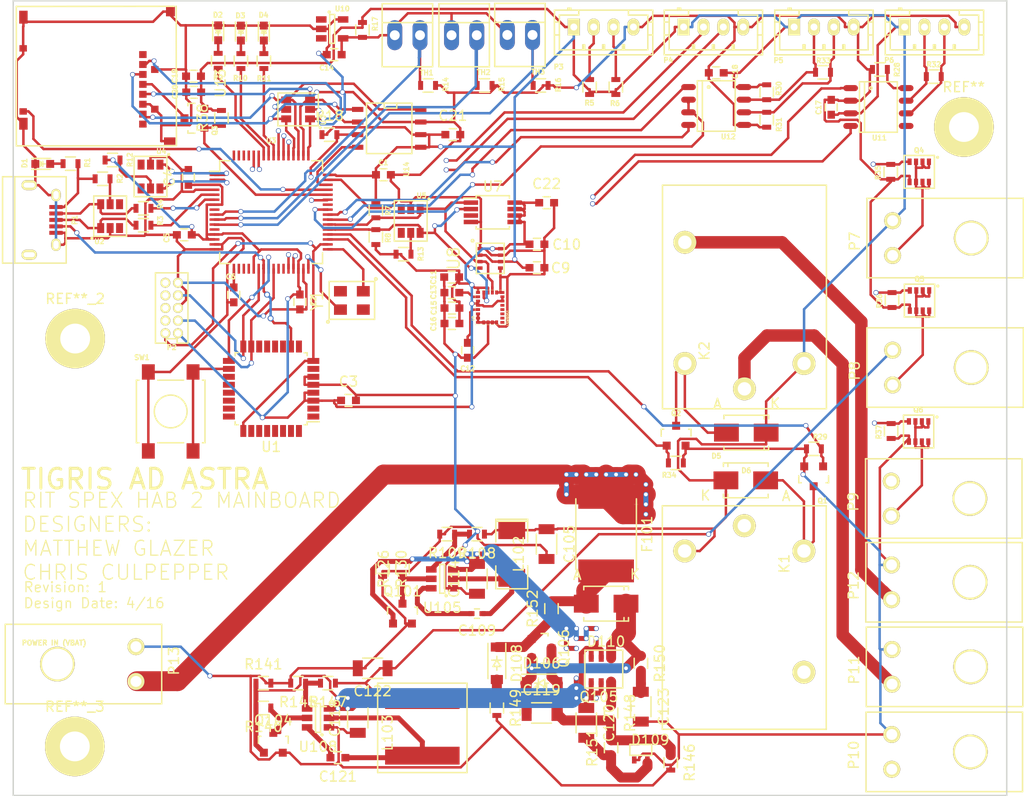
<source format=kicad_pcb>
(kicad_pcb (version 20171130) (host pcbnew "(5.1.12)-1")
  (layers (0 F.Cu signal) (1 In1.Cu power) (2 In2.Cu power) (31 B.Cu mixed) (34 B.Paste user) (35 F.Paste user hide) (36 B.SilkS user) (37 F.SilkS user) (38 B.Mask user) (39 F.Mask user) (44 Edge.Cuts user))
  (net 0 "")
  (net 1 +3V3)
  (net 2 GND)
  (net 3 "Net-(C6-Pad1)")
  (net 4 "Net-(C12-Pad1)")
  (net 5 "Net-(C13-Pad1)")
  (net 6 "/HAB Sensors/2.5VRefVoltage")
  (net 7 "Net-(D2-Pad2)")
  (net 8 "Net-(D5-Pad2)")
  (net 9 "Net-(D6-Pad2)")
  (net 10 "Net-(P1-Pad1)")
  (net 11 "Net-(P1-Pad2)")
  (net 12 "Net-(P1-Pad3)")
  (net 13 /PTA6)
  (net 14 /PTA7)
  (net 15 /PTB0)
  (net 16 Relay1_ctrl)
  (net 17 Relay2_ctrl)
  (net 18 SD_CTRL)
  (net 19 /Data_Input_Output/3.3V_MOS_OUT)
  (net 20 3.3V_MOS_CTRL)
  (net 21 /Data_Input_Output/5V_MOS_OUT)
  (net 22 5V_MOS_CTRL)
  (net 23 /Data_Input_Output/Vbus_MOS_OUT)
  (net 24 Vbus_MOS_CTRL)
  (net 25 "Net-(R2-Pad1)")
  (net 26 "Net-(R3-Pad1)")
  (net 27 "Net-(R4-Pad1)")
  (net 28 I2C1_SDA)
  (net 29 I2C1_SCL)
  (net 30 I2C0_SDA)
  (net 31 I2C0_SCL)
  (net 32 LED_Heartbeat)
  (net 33 LED_Status_1)
  (net 34 LED_Status_2)
  (net 35 "Net-(R12-Pad2)")
  (net 36 "Net-(R13-Pad2)")
  (net 37 Temp1)
  (net 38 Temp2)
  (net 39 Temp3)
  (net 40 "Net-(R28-Pad1)")
  (net 41 /Data_Input_Output/RS485_B)
  (net 42 /Data_Input_Output/RS485_A)
  (net 43 /Data_Input_Output/CANH_out)
  (net 44 /Data_Input_Output/CANL_out)
  (net 45 /PTB2)
  (net 46 /PTB1)
  (net 47 CAN0_TX)
  (net 48 CAN0_RX)
  (net 49 UART0_RX)
  (net 50 UART0_TX)
  (net 51 RX/TX_CTRL)
  (net 52 SPI0_CS1)
  (net 53 SPI0_SCK)
  (net 54 SPI0_MISO)
  (net 55 SPI0_MOSI)
  (net 56 "Net-(C109-Pad1)")
  (net 57 "Net-(C109-Pad2)")
  (net 58 "Net-(C119-Pad1)")
  (net 59 "Net-(C119-Pad2)")
  (net 60 "Net-(C120-Pad2)")
  (net 61 "Net-(C121-Pad1)")
  (net 62 "Net-(C121-Pad2)")
  (net 63 "Net-(C123-Pad1)")
  (net 64 "Net-(D108-Pad1)")
  (net 65 "Net-(D108-Pad2)")
  (net 66 "Net-(Q101-Pad3)")
  (net 67 "Net-(Q104-Pad3)")
  (net 68 "Net-(Q105-Pad3)")
  (net 69 "Net-(R108-Pad2)")
  (net 70 "Net-(R145-Pad1)")
  (net 71 "Net-(D1-Pad2)")
  (net 72 "Net-(D3-Pad2)")
  (net 73 "Net-(D4-Pad2)")
  (net 74 /Data_Input_Output/Battery_Out)
  (net 75 /Data_Input_Output/User_Out)
  (net 76 VBatt)
  (net 77 +5V)
  (net 78 SPI0_CS0)
  (net 79 UART2_RX)
  (net 80 UART2_TX)
  (net 81 /Data_Input_Output/User_In)
  (net 82 "Net-(U3-Pad32)")
  (net 83 "Net-(U3-Pad33)")
  (net 84 "Net-(D110-Pad2)")
  (net 85 Vbus)
  (net 86 "Net-(P2-Pad9)")
  (net 87 "Net-(P2-Pad8)")
  (net 88 "Net-(P2-Pad7)")
  (net 89 "Net-(P2-Pad6)")
  (net 90 "Net-(Q3-Pad3)")
  (net 91 "Net-(U1-Pad1)")
  (net 92 "Net-(U1-Pad2)")
  (net 93 "Net-(U1-Pad7)")
  (net 94 "Net-(U1-Pad9)")
  (net 95 "Net-(U1-Pad11)")
  (net 96 "Net-(U1-Pad12)")
  (net 97 "Net-(U1-Pad13)")
  (net 98 "Net-(U1-Pad14)")
  (net 99 "Net-(U1-Pad19)")
  (net 100 "Net-(U1-Pad20)")
  (net 101 "Net-(U1-Pad21)")
  (net 102 "Net-(U1-Pad22)")
  (net 103 "Net-(U1-Pad23)")
  (net 104 "Net-(U1-Pad24)")
  (net 105 "Net-(U1-Pad26)")
  (net 106 "Net-(U1-Pad27)")
  (net 107 "Net-(U1-Pad28)")
  (net 108 "Net-(U1-Pad29)")
  (net 109 "Net-(U1-Pad30)")
  (net 110 "Net-(U1-Pad31)")
  (net 111 "Net-(U1-Pad32)")
  (net 112 "Net-(U2-Pad4)")
  (net 113 "Net-(U2-Pad3)")
  (net 114 "Net-(U3-Pad8)")
  (net 115 "Net-(U3-Pad12)")
  (net 116 "Net-(U3-Pad18)")
  (net 117 "Net-(U3-Pad19)")
  (net 118 "Net-(U3-Pad20)")
  (net 119 "Net-(U3-Pad26)")
  (net 120 "Net-(U3-Pad27)")
  (net 121 "Net-(U3-Pad42)")
  (net 122 SD_Detect)
  (net 123 "Net-(U3-Pad61)")
  (net 124 "Net-(U3-Pad62)")
  (net 125 "Net-(U3-Pad63)")
  (net 126 "Net-(U3-Pad64)")
  (net 127 "Net-(U4-Pad4)")
  (net 128 "Net-(U4-Pad3)")
  (net 129 "Net-(U5-Pad4)")
  (net 130 "Net-(U5-Pad3)")
  (net 131 "/HAB Sensors/TempAlert")
  (net 132 "Net-(U9-Pad9)")
  (net 133 "Net-(U9-Pad10)")
  (net 134 "Net-(U9-Pad11)")
  (net 135 "Net-(U9-Pad12)")
  (net 136 "Net-(U9-Pad13)")
  (net 137 "Net-(U10-Pad1)")
  (net 138 "Net-(U10-Pad3)")
  (net 139 "Net-(U11-Pad5)")
  (net 140 "Net-(U13-Pad8)")
  (net 141 "Net-(U13-Pad1)")
  (net 142 Flash_Reset)
  (net 143 RESET_b)
  (module SPEX_Parts:G5LE-1A4-DC3 (layer F.Cu) (at 163.424 87.3252 90)
    (fp_text reference K2 (at 1.27 -10.03 90) (layer F.SilkS))
    (fp_text value G5LE_1A4_DC3)
    (pad 1 thru_hole circle (at -2.55 -6 90) (size 2.3 2.3) (drill 1.35) (layers *.Cu *.Mask F.SilkS) (net 81 /Data_Input_Output/User_In))
    (pad 2 thru_hole circle (at 0 -12 90) (size 2.3 2.3) (drill 1.35) (layers *.Cu *.Mask F.SilkS) (net 9 "Net-(D6-Pad2)"))
    (pad 4 thru_hole circle (at 0 0 90) (size 2.3 2.3) (drill 1.35) (layers *.Cu *.Mask F.SilkS) (net 1 +3V3))
    (pad 3 thru_hole circle (at 12.2 -12 90) (size 2.3 2.3) (drill 1.35) (layers *.Cu *.Mask F.SilkS) (net 75 /Data_Input_Output/User_Out))
  )
  (module Housings_QFP:LQFP-64_10x10mm_Pitch0.5mm (layer F.Cu) (at 109.779 72.0852)
    (fp_text reference U3 (at 0 -7.2) (layer F.SilkS) (effects (font (size 0.5 0.5) (thickness 0.125))))
    (fp_text value MK20DX256VLH7)
    (pad 1 smd rect (at -5.7 -3.75) (size 1 0.25) (layers F.Cu F.Paste F.Mask) (net 28 I2C1_SDA))
    (pad 2 smd rect (at -5.7 -3.25) (size 1 0.25) (layers F.Cu F.Paste F.Mask) (net 29 I2C1_SCL))
    (pad 3 smd rect (at -5.7 -2.75) (size 1 0.25) (layers F.Cu F.Paste F.Mask) (net 1 +3V3))
    (pad 4 smd rect (at -5.7 -2.25) (size 1 0.25) (layers F.Cu F.Paste F.Mask) (net 2 GND))
    (pad 5 smd rect (at -5.7 -1.75) (size 1 0.25) (layers F.Cu F.Paste F.Mask) (net 26 "Net-(R3-Pad1)"))
    (pad 6 smd rect (at -5.7 -1.25) (size 1 0.25) (layers F.Cu F.Paste F.Mask) (net 27 "Net-(R4-Pad1)"))
    (pad 7 smd rect (at -5.7 -0.75) (size 1 0.25) (layers F.Cu F.Paste F.Mask) (net 1 +3V3))
    (pad 8 smd rect (at -5.7 -0.25) (size 1 0.25) (layers F.Cu F.Paste F.Mask) (net 114 "Net-(U3-Pad8)"))
    (pad 9 smd rect (at -5.7 0.25) (size 1 0.25) (layers F.Cu F.Paste F.Mask) (net 37 Temp1))
    (pad 10 smd rect (at -5.7 0.75) (size 1 0.25) (layers F.Cu F.Paste F.Mask) (net 38 Temp2))
    (pad 11 smd rect (at -5.7 1.25) (size 1 0.25) (layers F.Cu F.Paste F.Mask) (net 39 Temp3))
    (pad 12 smd rect (at -5.7 1.75) (size 1 0.25) (layers F.Cu F.Paste F.Mask) (net 115 "Net-(U3-Pad12)"))
    (pad 13 smd rect (at -5.7 2.25) (size 1 0.25) (layers F.Cu F.Paste F.Mask) (net 1 +3V3))
    (pad 14 smd rect (at -5.7 2.75) (size 1 0.25) (layers F.Cu F.Paste F.Mask) (net 1 +3V3))
    (pad 15 smd rect (at -5.7 3.25) (size 1 0.25) (layers F.Cu F.Paste F.Mask) (net 2 GND))
    (pad 16 smd rect (at -5.7 3.75) (size 1 0.25) (layers F.Cu F.Paste F.Mask) (net 2 GND))
    (pad 17 smd rect (at -3.75 5.7 90) (size 1 0.25) (layers F.Cu F.Paste F.Mask) (net 3 "Net-(C6-Pad1)"))
    (pad 18 smd rect (at -3.25 5.7 90) (size 1 0.25) (layers F.Cu F.Paste F.Mask) (net 116 "Net-(U3-Pad18)"))
    (pad 19 smd rect (at -2.75 5.7 90) (size 1 0.25) (layers F.Cu F.Paste F.Mask) (net 117 "Net-(U3-Pad19)"))
    (pad 20 smd rect (at -2.25 5.7 90) (size 1 0.25) (layers F.Cu F.Paste F.Mask) (net 118 "Net-(U3-Pad20)"))
    (pad 21 smd rect (at -1.75 5.7 90) (size 1 0.25) (layers F.Cu F.Paste F.Mask) (net 1 +3V3))
    (pad 22 smd rect (at -1.25 5.7 90) (size 1 0.25) (layers F.Cu F.Paste F.Mask) (net 15 /PTB0))
    (pad 23 smd rect (at -0.75 5.7 90) (size 1 0.25) (layers F.Cu F.Paste F.Mask) (net 13 /PTA6))
    (pad 24 smd rect (at -0.25 5.7 90) (size 1 0.25) (layers F.Cu F.Paste F.Mask) (net 46 /PTB1))
    (pad 25 smd rect (at 0.25 5.7 90) (size 1 0.25) (layers F.Cu F.Paste F.Mask) (net 14 /PTA7))
    (pad 26 smd rect (at 0.75 5.7 90) (size 1 0.25) (layers F.Cu F.Paste F.Mask) (net 119 "Net-(U3-Pad26)"))
    (pad 27 smd rect (at 1.25 5.7 90) (size 1 0.25) (layers F.Cu F.Paste F.Mask) (net 120 "Net-(U3-Pad27)"))
    (pad 28 smd rect (at 1.75 5.7 90) (size 1 0.25) (layers F.Cu F.Paste F.Mask) (net 47 CAN0_TX))
    (pad 29 smd rect (at 2.25 5.7 90) (size 1 0.25) (layers F.Cu F.Paste F.Mask) (net 48 CAN0_RX))
    (pad 30 smd rect (at 2.75 5.7 90) (size 1 0.25) (layers F.Cu F.Paste F.Mask) (net 1 +3V3))
    (pad 31 smd rect (at 3.25 5.7 90) (size 1 0.25) (layers F.Cu F.Paste F.Mask) (net 2 GND))
    (pad 32 smd rect (at 3.75 5.7 90) (size 1 0.25) (layers F.Cu F.Paste F.Mask) (net 82 "Net-(U3-Pad32)"))
    (pad 33 smd rect (at 5.7 3.75) (size 1 0.25) (layers F.Cu F.Paste F.Mask) (net 83 "Net-(U3-Pad33)"))
    (pad 34 smd rect (at 5.7 3.25) (size 1 0.25) (layers F.Cu F.Paste F.Mask) (net 143 RESET_b))
    (pad 35 smd rect (at 5.7 2.75) (size 1 0.25) (layers F.Cu F.Paste F.Mask) (net 17 Relay2_ctrl))
    (pad 36 smd rect (at 5.7 2.25) (size 1 0.25) (layers F.Cu F.Paste F.Mask) (net 16 Relay1_ctrl))
    (pad 37 smd rect (at 5.7 1.75) (size 1 0.25) (layers F.Cu F.Paste F.Mask) (net 31 I2C0_SCL))
    (pad 38 smd rect (at 5.7 1.25) (size 1 0.25) (layers F.Cu F.Paste F.Mask) (net 30 I2C0_SDA))
    (pad 39 smd rect (at 5.7 0.75) (size 1 0.25) (layers F.Cu F.Paste F.Mask) (net 49 UART0_RX))
    (pad 40 smd rect (at 5.7 0.25) (size 1 0.25) (layers F.Cu F.Paste F.Mask) (net 50 UART0_TX))
    (pad 41 smd rect (at 5.7 -0.25) (size 1 0.25) (layers F.Cu F.Paste F.Mask) (net 51 RX/TX_CTRL))
    (pad 42 smd rect (at 5.7 -0.75) (size 1 0.25) (layers F.Cu F.Paste F.Mask) (net 121 "Net-(U3-Pad42)"))
    (pad 43 smd rect (at 5.7 -1.25) (size 1 0.25) (layers F.Cu F.Paste F.Mask) (net 142 Flash_Reset))
    (pad 44 smd rect (at 5.7 -1.75) (size 1 0.25) (layers F.Cu F.Paste F.Mask) (net 18 SD_CTRL))
    (pad 45 smd rect (at 5.7 -2.25) (size 1 0.25) (layers F.Cu F.Paste F.Mask) (net 122 SD_Detect))
    (pad 46 smd rect (at 5.7 -2.75) (size 1 0.25) (layers F.Cu F.Paste F.Mask) (net 52 SPI0_CS1))
    (pad 47 smd rect (at 5.7 -3.25) (size 1 0.25) (layers F.Cu F.Paste F.Mask) (net 2 GND))
    (pad 48 smd rect (at 5.7 -3.75) (size 1 0.25) (layers F.Cu F.Paste F.Mask) (net 1 +3V3))
    (pad 49 smd rect (at 3.75 -5.7 90) (size 1 0.25) (layers F.Cu F.Paste F.Mask) (net 78 SPI0_CS0))
    (pad 50 smd rect (at 3.25 -5.7 90) (size 1 0.25) (layers F.Cu F.Paste F.Mask) (net 53 SPI0_SCK))
    (pad 51 smd rect (at 2.75 -5.7 90) (size 1 0.25) (layers F.Cu F.Paste F.Mask) (net 54 SPI0_MISO))
    (pad 52 smd rect (at 2.25 -5.7 90) (size 1 0.25) (layers F.Cu F.Paste F.Mask) (net 55 SPI0_MOSI))
    (pad 53 smd rect (at 1.75 -5.7 90) (size 1 0.25) (layers F.Cu F.Paste F.Mask) (net 24 Vbus_MOS_CTRL))
    (pad 54 smd rect (at 1.25 -5.7 90) (size 1 0.25) (layers F.Cu F.Paste F.Mask) (net 22 5V_MOS_CTRL))
    (pad 55 smd rect (at 0.75 -5.7 90) (size 1 0.25) (layers F.Cu F.Paste F.Mask) (net 20 3.3V_MOS_CTRL))
    (pad 56 smd rect (at 0.25 -5.7 90) (size 1 0.25) (layers F.Cu F.Paste F.Mask) (net 34 LED_Status_2))
    (pad 57 smd rect (at -0.25 -5.7 90) (size 1 0.25) (layers F.Cu F.Paste F.Mask) (net 33 LED_Status_1))
    (pad 58 smd rect (at -0.75 -5.7 90) (size 1 0.25) (layers F.Cu F.Paste F.Mask) (net 32 LED_Heartbeat))
    (pad 59 smd rect (at -1.25 -5.7 90) (size 1 0.25) (layers F.Cu F.Paste F.Mask) (net 79 UART2_RX))
    (pad 60 smd rect (at -1.75 -5.7 90) (size 1 0.25) (layers F.Cu F.Paste F.Mask) (net 80 UART2_TX))
    (pad 61 smd rect (at -2.25 -5.7 90) (size 1 0.25) (layers F.Cu F.Paste F.Mask) (net 123 "Net-(U3-Pad61)"))
    (pad 62 smd rect (at -2.75 -5.7 90) (size 1 0.25) (layers F.Cu F.Paste F.Mask) (net 124 "Net-(U3-Pad62)"))
    (pad 63 smd rect (at -3.25 -5.7 90) (size 1 0.25) (layers F.Cu F.Paste F.Mask) (net 125 "Net-(U3-Pad63)"))
    (pad 64 smd rect (at -3.75 -5.7 90) (size 1 0.25) (layers F.Cu F.Paste F.Mask) (net 126 "Net-(U3-Pad64)"))
  )
  (module Buttons_Switches_SMD:SW_SPST_B3S-1000 (layer F.Cu) (at 99.6696 92.1512 270)
    (fp_text reference SW1 (at -5.4356 2.8956) (layer F.SilkS) (effects (font (size 0.5 0.5) (thickness 0.125))))
    (fp_text value SW_PUSH)
    (pad 1 smd rect (at -3.975 -2.25 270) (size 1.55 1.3) (layers F.Cu F.Paste F.Mask) (net 45 /PTB2))
    (pad 1 smd rect (at 3.975 -2.25 270) (size 1.55 1.3) (layers F.Cu F.Paste F.Mask) (net 45 /PTB2))
    (pad 2 smd rect (at -3.975 2.25 270) (size 1.55 1.3) (layers F.Cu F.Paste F.Mask) (net 2 GND))
    (pad 2 smd rect (at 3.975 2.25 270) (size 1.55 1.3) (layers F.Cu F.Paste F.Mask) (net 2 GND))
  )
  (module Housings_QFP:LQFP-32_7x7mm_Pitch0.8mm (layer F.Cu) (at 109.779 89.8652 180)
    (fp_text reference U1 (at 0 -5.85 180) (layer F.SilkS))
    (fp_text value MKL04Z32VLC4)
    (pad 1 smd rect (at -4.25 -2.8 180) (size 1.2 0.6) (layers F.Cu F.Paste F.Mask) (net 91 "Net-(U1-Pad1)"))
    (pad 2 smd rect (at -4.25 -2 180) (size 1.2 0.6) (layers F.Cu F.Paste F.Mask) (net 92 "Net-(U1-Pad2)"))
    (pad 3 smd rect (at -4.25 -1.2 180) (size 1.2 0.6) (layers F.Cu F.Paste F.Mask) (net 1 +3V3))
    (pad 4 smd rect (at -4.25 -0.4 180) (size 1.2 0.6) (layers F.Cu F.Paste F.Mask) (net 1 +3V3))
    (pad 5 smd rect (at -4.25 0.4 180) (size 1.2 0.6) (layers F.Cu F.Paste F.Mask) (net 2 GND))
    (pad 6 smd rect (at -4.25 1.2 180) (size 1.2 0.6) (layers F.Cu F.Paste F.Mask) (net 2 GND))
    (pad 7 smd rect (at -4.25 2 180) (size 1.2 0.6) (layers F.Cu F.Paste F.Mask) (net 93 "Net-(U1-Pad7)"))
    (pad 8 smd rect (at -4.25 2.8 180) (size 1.2 0.6) (layers F.Cu F.Paste F.Mask) (net 143 RESET_b))
    (pad 9 smd rect (at -2.8 4.25 270) (size 1.2 0.6) (layers F.Cu F.Paste F.Mask) (net 94 "Net-(U1-Pad9)"))
    (pad 10 smd rect (at -2 4.25 270) (size 1.2 0.6) (layers F.Cu F.Paste F.Mask) (net 13 /PTA6))
    (pad 11 smd rect (at -1.2 4.25 270) (size 1.2 0.6) (layers F.Cu F.Paste F.Mask) (net 95 "Net-(U1-Pad11)"))
    (pad 12 smd rect (at -0.4 4.25 270) (size 1.2 0.6) (layers F.Cu F.Paste F.Mask) (net 96 "Net-(U1-Pad12)"))
    (pad 13 smd rect (at 0.4 4.25 270) (size 1.2 0.6) (layers F.Cu F.Paste F.Mask) (net 97 "Net-(U1-Pad13)"))
    (pad 14 smd rect (at 1.2 4.25 270) (size 1.2 0.6) (layers F.Cu F.Paste F.Mask) (net 98 "Net-(U1-Pad14)"))
    (pad 15 smd rect (at 2 4.25 270) (size 1.2 0.6) (layers F.Cu F.Paste F.Mask) (net 14 /PTA7))
    (pad 16 smd rect (at 2.8 4.25 270) (size 1.2 0.6) (layers F.Cu F.Paste F.Mask) (net 15 /PTB0))
    (pad 17 smd rect (at 4.25 2.8 180) (size 1.2 0.6) (layers F.Cu F.Paste F.Mask) (net 46 /PTB1))
    (pad 18 smd rect (at 4.25 2 180) (size 1.2 0.6) (layers F.Cu F.Paste F.Mask) (net 45 /PTB2))
    (pad 19 smd rect (at 4.25 1.2 180) (size 1.2 0.6) (layers F.Cu F.Paste F.Mask) (net 99 "Net-(U1-Pad19)"))
    (pad 20 smd rect (at 4.25 0.4 180) (size 1.2 0.6) (layers F.Cu F.Paste F.Mask) (net 100 "Net-(U1-Pad20)"))
    (pad 21 smd rect (at 4.25 -0.4 180) (size 1.2 0.6) (layers F.Cu F.Paste F.Mask) (net 101 "Net-(U1-Pad21)"))
    (pad 22 smd rect (at 4.25 -1.2 180) (size 1.2 0.6) (layers F.Cu F.Paste F.Mask) (net 102 "Net-(U1-Pad22)"))
    (pad 23 smd rect (at 4.25 -2 180) (size 1.2 0.6) (layers F.Cu F.Paste F.Mask) (net 103 "Net-(U1-Pad23)"))
    (pad 24 smd rect (at 4.25 -2.8 180) (size 1.2 0.6) (layers F.Cu F.Paste F.Mask) (net 104 "Net-(U1-Pad24)"))
    (pad 25 smd rect (at 2.8 -4.25 270) (size 1.2 0.6) (layers F.Cu F.Paste F.Mask) (net 143 RESET_b))
    (pad 26 smd rect (at 2 -4.25 270) (size 1.2 0.6) (layers F.Cu F.Paste F.Mask) (net 105 "Net-(U1-Pad26)"))
    (pad 27 smd rect (at 1.2 -4.25 270) (size 1.2 0.6) (layers F.Cu F.Paste F.Mask) (net 106 "Net-(U1-Pad27)"))
    (pad 28 smd rect (at 0.4 -4.25 270) (size 1.2 0.6) (layers F.Cu F.Paste F.Mask) (net 107 "Net-(U1-Pad28)"))
    (pad 29 smd rect (at -0.4 -4.25 270) (size 1.2 0.6) (layers F.Cu F.Paste F.Mask) (net 108 "Net-(U1-Pad29)"))
    (pad 30 smd rect (at -1.2 -4.25 270) (size 1.2 0.6) (layers F.Cu F.Paste F.Mask) (net 109 "Net-(U1-Pad30)"))
    (pad 31 smd rect (at -2 -4.25 270) (size 1.2 0.6) (layers F.Cu F.Paste F.Mask) (net 110 "Net-(U1-Pad31)"))
    (pad 32 smd rect (at -2.8 -4.25 270) (size 1.2 0.6) (layers F.Cu F.Paste F.Mask) (net 111 "Net-(U1-Pad32)"))
  )
  (module Housings_SSOP:MSOP-8_3x3mm_Pitch0.65mm (layer F.Cu) (at 132.09 72.1055)
    (fp_text reference U7 (at 0 -2.6) (layer F.SilkS))
    (fp_text value MCP9808T)
    (pad 1 smd rect (at -2.2 -0.975) (size 1.45 0.45) (layers F.Cu F.Paste F.Mask) (net 30 I2C0_SDA))
    (pad 2 smd rect (at -2.2 -0.325) (size 1.45 0.45) (layers F.Cu F.Paste F.Mask) (net 31 I2C0_SCL))
    (pad 3 smd rect (at -2.2 0.325) (size 1.45 0.45) (layers F.Cu F.Paste F.Mask) (net 131 "/HAB Sensors/TempAlert"))
    (pad 4 smd rect (at -2.2 0.975) (size 1.45 0.45) (layers F.Cu F.Paste F.Mask) (net 2 GND))
    (pad 5 smd rect (at 2.2 0.975) (size 1.45 0.45) (layers F.Cu F.Paste F.Mask) (net 1 +3V3))
    (pad 6 smd rect (at 2.2 0.325) (size 1.45 0.45) (layers F.Cu F.Paste F.Mask) (net 1 +3V3))
    (pad 7 smd rect (at 2.2 -0.325) (size 1.45 0.45) (layers F.Cu F.Paste F.Mask) (net 1 +3V3))
    (pad 8 smd rect (at 2.2 -0.975) (size 1.45 0.45) (layers F.Cu F.Paste F.Mask) (net 1 +3V3))
  )
  (module Capacitors_SMD:C_0603 (layer F.Cu) (at 121.082 68.326)
    (fp_text reference C1 (at 0 -1.2192) (layer F.SilkS) (effects (font (size 0.5 0.5) (thickness 0.125))))
    (fp_text value 1uF)
    (pad 1 smd rect (at -0.75 0) (size 0.8 0.75) (layers F.Cu F.Paste F.Mask) (net 1 +3V3))
    (pad 2 smd rect (at 0.75 0) (size 0.8 0.75) (layers F.Cu F.Paste F.Mask) (net 2 GND))
  )
  (module Capacitors_SMD:C_0603 (layer F.Cu) (at 112.674 81.1276 270)
    (fp_text reference C2 (at -0.0508 -1.3716 270) (layer F.SilkS) (effects (font (size 0.5 0.5) (thickness 0.125))))
    (fp_text value 1uF)
    (pad 1 smd rect (at -0.75 0 270) (size 0.8 0.75) (layers F.Cu F.Paste F.Mask) (net 1 +3V3))
    (pad 2 smd rect (at 0.75 0 270) (size 0.8 0.75) (layers F.Cu F.Paste F.Mask) (net 2 GND))
  )
  (module Capacitors_SMD:C_0603 (layer F.Cu) (at 117.569 91.0412)
    (fp_text reference C3 (at 0 -1.9) (layer F.SilkS))
    (fp_text value 1uF)
    (pad 1 smd rect (at -0.75 0) (size 0.8 0.75) (layers F.Cu F.Paste F.Mask) (net 1 +3V3))
    (pad 2 smd rect (at 0.75 0) (size 0.8 0.75) (layers F.Cu F.Paste F.Mask) (net 2 GND))
  )
  (module Capacitors_SMD:C_0603 (layer F.Cu) (at 101.448 68.5927 90)
    (fp_text reference C4 (at 0 -1.9 90) (layer F.SilkS))
    (fp_text value 1uF)
    (pad 1 smd rect (at -0.75 0 90) (size 0.8 0.75) (layers F.Cu F.Paste F.Mask) (net 1 +3V3))
    (pad 2 smd rect (at 0.75 0 90) (size 0.8 0.75) (layers F.Cu F.Paste F.Mask) (net 2 GND))
  )
  (module Capacitors_SMD:C_0603 (layer F.Cu) (at 101.041 74.3712 180)
    (fp_text reference C5 (at 1.778 -0.3048 270) (layer F.SilkS) (effects (font (size 0.5 0.5) (thickness 0.125))))
    (fp_text value 2.2uF)
    (pad 1 smd rect (at -0.75 0 180) (size 0.8 0.75) (layers F.Cu F.Paste F.Mask) (net 1 +3V3))
    (pad 2 smd rect (at 0.75 0 180) (size 0.8 0.75) (layers F.Cu F.Paste F.Mask) (net 2 GND))
  )
  (module Capacitors_SMD:C_0603 (layer F.Cu) (at 106.02 80.4164 270)
    (fp_text reference C6 (at -1.8288 0.3048) (layer F.SilkS) (effects (font (size 0.5 0.5) (thickness 0.125))))
    (fp_text value .1uF)
    (pad 1 smd rect (at -0.75 0 270) (size 0.8 0.75) (layers F.Cu F.Paste F.Mask) (net 3 "Net-(C6-Pad1)"))
    (pad 2 smd rect (at 0.75 0 270) (size 0.8 0.75) (layers F.Cu F.Paste F.Mask) (net 2 GND))
  )
  (module Capacitors_SMD:C_0603 (layer F.Cu) (at 136.535 77.6834)
    (fp_text reference C9 (at 2.3876 0.0254) (layer F.SilkS))
    (fp_text value C)
    (pad 1 smd rect (at -0.75 0) (size 0.8 0.75) (layers F.Cu F.Paste F.Mask) (net 1 +3V3))
    (pad 2 smd rect (at 0.75 0) (size 0.8 0.75) (layers F.Cu F.Paste F.Mask) (net 2 GND))
  )
  (module Capacitors_SMD:C_0603 (layer F.Cu) (at 136.535 75.3212)
    (fp_text reference C10 (at 2.9972 0.0254) (layer F.SilkS))
    (fp_text value C)
    (pad 1 smd rect (at -0.75 0) (size 0.8 0.75) (layers F.Cu F.Paste F.Mask) (net 1 +3V3))
    (pad 2 smd rect (at 0.75 0) (size 0.8 0.75) (layers F.Cu F.Paste F.Mask) (net 2 GND))
  )
  (module Capacitors_SMD:C_0603 (layer F.Cu) (at 129.56 85.9942 270)
    (fp_text reference C12 (at 1.84404 0.00508) (layer F.SilkS) (effects (font (size 0.5 0.5) (thickness 0.125))))
    (fp_text value 10nF)
    (pad 1 smd rect (at -0.75 0 270) (size 0.8 0.75) (layers F.Cu F.Paste F.Mask) (net 4 "Net-(C12-Pad1)"))
    (pad 2 smd rect (at 0.75 0 270) (size 0.8 0.75) (layers F.Cu F.Paste F.Mask) (net 2 GND))
  )
  (module Capacitors_SMD:C_0603 (layer F.Cu) (at 127.97 80.1878 180)
    (fp_text reference C13 (at 1.84404 0.04572 270) (layer F.SilkS) (effects (font (size 0.5 0.5) (thickness 0.125))))
    (fp_text value 100nF)
    (pad 1 smd rect (at -0.75 0 180) (size 0.8 0.75) (layers F.Cu F.Paste F.Mask) (net 5 "Net-(C13-Pad1)"))
    (pad 2 smd rect (at 0.75 0 180) (size 0.8 0.75) (layers F.Cu F.Paste F.Mask) (net 2 GND))
  )
  (module Capacitors_SMD:C_0603 (layer F.Cu) (at 116.129 56.2356 180)
    (fp_text reference C14 (at 0.762 -1.3208 180) (layer F.SilkS) (effects (font (size 0.5 0.5) (thickness 0.125))))
    (fp_text value 4.7uF)
    (pad 1 smd rect (at -0.75 0 180) (size 0.8 0.75) (layers F.Cu F.Paste F.Mask) (net 6 "/HAB Sensors/2.5VRefVoltage"))
    (pad 2 smd rect (at 0.75 0 180) (size 0.8 0.75) (layers F.Cu F.Paste F.Mask) (net 2 GND))
  )
  (module Capacitors_SMD:C_0603 (layer F.Cu) (at 127.98 81.7423 180)
    (fp_text reference C15 (at 1.8161 0.0254 270) (layer F.SilkS) (effects (font (size 0.5 0.5) (thickness 0.125))))
    (fp_text value 100nF)
    (pad 1 smd rect (at -0.75 0 180) (size 0.8 0.75) (layers F.Cu F.Paste F.Mask) (net 1 +3V3))
    (pad 2 smd rect (at 0.75 0 180) (size 0.8 0.75) (layers F.Cu F.Paste F.Mask) (net 2 GND))
  )
  (module Capacitors_SMD:C_0603 (layer F.Cu) (at 127.98 83.2968 180)
    (fp_text reference C16 (at 1.8542 -0.0508 270) (layer F.SilkS) (effects (font (size 0.5 0.5) (thickness 0.125))))
    (fp_text value 10uF)
    (pad 1 smd rect (at -0.75 0 180) (size 0.8 0.75) (layers F.Cu F.Paste F.Mask) (net 1 +3V3))
    (pad 2 smd rect (at 0.75 0 180) (size 0.8 0.75) (layers F.Cu F.Paste F.Mask) (net 2 GND))
  )
  (module Capacitors_SMD:C_0603 (layer F.Cu) (at 166.156 61.5332 90)
    (fp_text reference C17 (at -0.0254 -1.27 90) (layer F.SilkS) (effects (font (size 0.5 0.5) (thickness 0.125))))
    (fp_text value C)
    (pad 1 smd rect (at -0.75 0 90) (size 0.8 0.75) (layers F.Cu F.Paste F.Mask) (net 1 +3V3))
    (pad 2 smd rect (at 0.75 0 90) (size 0.8 0.75) (layers F.Cu F.Paste F.Mask) (net 2 GND))
  )
  (module Capacitors_SMD:C_0603 (layer F.Cu) (at 154.586 58.064 180)
    (fp_text reference C18 (at -1.89992 0.11176 270) (layer F.SilkS) (effects (font (size 0.5 0.5) (thickness 0.125))))
    (fp_text value C)
    (pad 1 smd rect (at -0.75 0 180) (size 0.8 0.75) (layers F.Cu F.Paste F.Mask) (net 1 +3V3))
    (pad 2 smd rect (at 0.75 0 180) (size 0.8 0.75) (layers F.Cu F.Paste F.Mask) (net 2 GND))
  )
  (module Capacitors_SMD:C_0603 (layer F.Cu) (at 101.966 58.4048 180)
    (fp_text reference C19 (at 1.8796 0.03302 270) (layer F.SilkS) (effects (font (size 0.5 0.5) (thickness 0.125))))
    (fp_text value .1uF)
    (pad 1 smd rect (at -0.75 0 180) (size 0.8 0.75) (layers F.Cu F.Paste F.Mask) (net 1 +3V3))
    (pad 2 smd rect (at 0.75 0 180) (size 0.8 0.75) (layers F.Cu F.Paste F.Mask) (net 2 GND))
  )
  (module Capacitors_SMD:C_0603 (layer F.Cu) (at 101.986 60.0227 180)
    (fp_text reference C20 (at 1.86944 0.03556 270) (layer F.SilkS) (effects (font (size 0.5 0.5) (thickness 0.125))))
    (fp_text value 10uF)
    (pad 1 smd rect (at -0.75 0 180) (size 0.8 0.75) (layers F.Cu F.Paste F.Mask) (net 1 +3V3))
    (pad 2 smd rect (at 0.75 0 180) (size 0.8 0.75) (layers F.Cu F.Paste F.Mask) (net 2 GND))
  )
  (module Capacitors_SMD:C_0603 (layer F.Cu) (at 128.067 64.2874)
    (fp_text reference C21 (at 0 -1.9) (layer F.SilkS))
    (fp_text value C)
    (pad 1 smd rect (at -0.75 0) (size 0.8 0.75) (layers F.Cu F.Paste F.Mask) (net 1 +3V3))
    (pad 2 smd rect (at 0.75 0) (size 0.8 0.75) (layers F.Cu F.Paste F.Mask) (net 2 GND))
  )
  (module Capacitors_SMD:C_1206 (layer F.Cu) (at 137.5 105.5 270)
    (fp_text reference C105 (at 0 -2.3 270) (layer F.SilkS))
    (fp_text value 47uf)
    (pad 1 smd rect (at -1.5 0 270) (size 1 1.6) (layers F.Cu F.Paste F.Mask) (net 1 +3V3))
    (pad 2 smd rect (at 1.5 0 270) (size 1 1.6) (layers F.Cu F.Paste F.Mask) (net 2 GND))
  )
  (module Capacitors_SMD:C_0402 (layer F.Cu) (at 130.5 112.5 180)
    (fp_text reference C109 (at 0 -1.7 180) (layer F.SilkS))
    (fp_text value 100nf)
    (pad 1 smd rect (at -0.55 0 180) (size 0.6 0.5) (layers F.Cu F.Paste F.Mask) (net 56 "Net-(C109-Pad1)"))
    (pad 2 smd rect (at 0.55 0 180) (size 0.6 0.5) (layers F.Cu F.Paste F.Mask) (net 57 "Net-(C109-Pad2)"))
  )
  (module Capacitors_SMD:C_1206 (layer F.Cu) (at 130.5 109 90)
    (fp_text reference C114 (at 0 -2.3 90) (layer F.SilkS))
    (fp_text value 22uf)
    (pad 1 smd rect (at -1.5 0 90) (size 1 1.6) (layers F.Cu F.Paste F.Mask) (net 2 GND))
    (pad 2 smd rect (at 1.5 0 90) (size 1 1.6) (layers F.Cu F.Paste F.Mask) (net 85 Vbus))
  )
  (module Capacitors_SMD:C_1206 (layer F.Cu) (at 118.5 123 90)
    (fp_text reference C118 (at 0 -2.3 90) (layer F.SilkS))
    (fp_text value 22uf)
    (pad 1 smd rect (at -1.5 0 90) (size 1 1.6) (layers F.Cu F.Paste F.Mask) (net 2 GND))
    (pad 2 smd rect (at 1.5 0 90) (size 1 1.6) (layers F.Cu F.Paste F.Mask) (net 85 Vbus))
  )
  (module Capacitors_SMD:C_1206 (layer F.Cu) (at 137 122.5)
    (fp_text reference C119 (at 0 -2.3) (layer F.SilkS))
    (fp_text value "1uf 100v")
    (pad 1 smd rect (at -1.5 0) (size 1 1.6) (layers F.Cu F.Paste F.Mask) (net 58 "Net-(C119-Pad1)"))
    (pad 2 smd rect (at 1.5 0) (size 1 1.6) (layers F.Cu F.Paste F.Mask) (net 59 "Net-(C119-Pad2)"))
  )
  (module Capacitors_SMD:C_1206 (layer F.Cu) (at 141.5 123.5 270)
    (fp_text reference C120 (at 0 -2.3 270) (layer F.SilkS))
    (fp_text value ".1uf 100v")
    (pad 1 smd rect (at -1.5 0 270) (size 1 1.6) (layers F.Cu F.Paste F.Mask) (net 85 Vbus))
    (pad 2 smd rect (at 1.5 0 270) (size 1 1.6) (layers F.Cu F.Paste F.Mask) (net 60 "Net-(C120-Pad2)"))
  )
  (module Capacitors_SMD:C_0603 (layer F.Cu) (at 116.5 127 180)
    (fp_text reference C121 (at 0 -1.9 180) (layer F.SilkS))
    (fp_text value 100nf)
    (pad 1 smd rect (at -0.75 0 180) (size 0.8 0.75) (layers F.Cu F.Paste F.Mask) (net 61 "Net-(C121-Pad1)"))
    (pad 2 smd rect (at 0.75 0 180) (size 0.8 0.75) (layers F.Cu F.Paste F.Mask) (net 62 "Net-(C121-Pad2)"))
  )
  (module Capacitors_SMD:C_1206 (layer F.Cu) (at 120 118 180)
    (fp_text reference C122 (at 0 -2.3 180) (layer F.SilkS))
    (fp_text value 47uf)
    (pad 1 smd rect (at -1.5 0 180) (size 1 1.6) (layers F.Cu F.Paste F.Mask) (net 77 +5V))
    (pad 2 smd rect (at 1.5 0 180) (size 1 1.6) (layers F.Cu F.Paste F.Mask) (net 2 GND))
  )
  (module Capacitors_SMD:C_1206 (layer F.Cu) (at 146.99 121.869 270)
    (fp_text reference C123 (at 0 -2.3 270) (layer F.SilkS))
    (fp_text value "1uf 100v")
    (pad 1 smd rect (at -1.5 0 270) (size 1 1.6) (layers F.Cu F.Paste F.Mask) (net 63 "Net-(C123-Pad1)"))
    (pad 2 smd rect (at 1.5 0 270) (size 1 1.6) (layers F.Cu F.Paste F.Mask) (net 2 GND))
  )
  (module Diodes_SMD:SOD-123 (layer F.Cu) (at 137 119.5)
    (fp_text reference D106 (at 0 -2) (layer F.SilkS))
    (fp_text value ZENER)
    (pad 1 smd rect (at -1.635 0) (size 0.91 1.22) (layers F.Cu F.Paste F.Mask) (net 58 "Net-(C119-Pad1)"))
    (pad 2 smd rect (at 1.635 0) (size 0.91 1.22) (layers F.Cu F.Paste F.Mask) (net 59 "Net-(C119-Pad2)"))
  )
  (module Diodes_SMD:SOD-123 (layer F.Cu) (at 132.5 117.5 270)
    (fp_text reference D108 (at 0 -2 270) (layer F.SilkS))
    (fp_text value ZENER)
    (pad 1 smd rect (at -1.635 0 270) (size 0.91 1.22) (layers F.Cu F.Paste F.Mask) (net 64 "Net-(D108-Pad1)"))
    (pad 2 smd rect (at 1.635 0 270) (size 0.91 1.22) (layers F.Cu F.Paste F.Mask) (net 65 "Net-(D108-Pad2)"))
  )
  (module Transistors_SMD:sc70 (layer F.Cu) (at 146.99 126.213)
    (fp_text reference D109 (at 0.95 -1) (layer F.SilkS))
    (fp_text value D_Schottky_x2_Serial_AKC)
    (pad 1 smd rect (at -0.6604 1.016) (size 0.4572 0.7112) (layers F.Cu F.Paste F.Mask) (net 2 GND))
    (pad 2 smd rect (at 0.6604 1.016) (size 0.4572 0.7112) (layers F.Cu F.Paste F.Mask) (net 60 "Net-(C120-Pad2)"))
    (pad 3 smd rect (at 0 -1.016) (size 0.4572 0.7112) (layers F.Cu F.Paste F.Mask) (net 59 "Net-(C119-Pad2)"))
  )
  (module Diodes_SMD:Diode-SMA_Standard (layer F.Cu) (at 143.5 111.5 180)
    (fp_text reference D110 (at 0 -3.81 180) (layer F.SilkS))
    (fp_text value DIODE)
    (fp_text user K (at -2.9 2.95 180) (layer F.SilkS))
    (fp_text user A (at 2.9 2.9 180) (layer F.SilkS))
    (pad 1 smd rect (at -1.99898 0 180) (size 2.49936 1.80086) (layers F.Cu F.Paste F.Mask) (net 58 "Net-(C119-Pad1)"))
    (pad 2 smd rect (at 1.99898 0 180) (size 2.49936 1.80086) (layers F.Cu F.Paste F.Mask) (net 84 "Net-(D110-Pad2)"))
  )
  (module Fuse_Holders_and_Fuses:Fuse_SMD2920 (layer F.Cu) (at 143.5 104.5 270)
    (fp_text reference F101 (at 0 -4.1275 270) (layer F.SilkS))
    (fp_text value FUSE)
    (pad 1 smd rect (at -3.7 0) (size 5.6 2.3) (layers F.Cu F.Paste F.Mask) (net 76 VBatt))
    (pad 2 smd rect (at 3.7 0) (size 5.6 2.3) (layers F.Cu F.Paste F.Mask) (net 84 "Net-(D110-Pad2)"))
  )
  (module SMD_Packages:SMD-2010_Pol (layer F.Cu) (at 134 106.5 270)
    (fp_text reference L102 (at 0 -0.7 270) (layer F.SilkS))
    (fp_text value 2.2uh)
    (pad 1 smd rect (at -2.4003 0 270) (size 1.80086 2.70002) (layers F.Cu F.Paste F.Mask) (net 1 +3V3))
    (pad 2 smd rect (at 2.4003 0 270) (size 1.80086 2.70002) (layers F.Cu F.Paste F.Mask) (net 56 "Net-(C109-Pad1)"))
  )
  (module NRS8030:NRS8030T3R3MJGJ (layer F.Cu) (at 125 124 270)
    (fp_text reference L103 (at 0.5 3.5 270) (layer F.SilkS))
    (fp_text value 3.3uh)
    (pad 2 smd rect (at 2.8 0 270) (size 1.8 7.5) (layers F.Cu F.Paste F.Mask) (net 61 "Net-(C121-Pad1)"))
    (pad 1 smd rect (at -2.8 0 270) (size 1.8 7.5) (layers F.Cu F.Paste F.Mask) (net 77 +5V))
  )
  (module Connect:USB_Micro-B (layer F.Cu) (at 86.5632 72.8726 270)
    (fp_text reference P1 (at 0 -3.45 270) (layer F.SilkS) (effects (font (size 0.5 0.5) (thickness 0.125))))
    (fp_text value USB_OTG)
    (pad 1 smd rect (at -1.3009 -1.56254) (size 1.35 0.4) (layers F.Cu F.Paste F.Mask) (net 10 "Net-(P1-Pad1)"))
    (pad 2 smd rect (at -0.6509 -1.56254) (size 1.35 0.4) (layers F.Cu F.Paste F.Mask) (net 11 "Net-(P1-Pad2)"))
    (pad 3 smd rect (at -0.0009 -1.56254) (size 1.35 0.4) (layers F.Cu F.Paste F.Mask) (net 12 "Net-(P1-Pad3)"))
    (pad 4 smd rect (at 0.6491 -1.56254) (size 1.35 0.4) (layers F.Cu F.Paste F.Mask) (net 13 /PTA6))
    (pad 5 smd rect (at 1.2991 -1.56254) (size 1.35 0.4) (layers F.Cu F.Paste F.Mask) (net 2 GND))
    (pad 6 thru_hole oval (at -2.5009 -1.56254) (size 0.95 1.25) (drill oval 0.55 0.85) (layers *.Cu *.Mask F.SilkS) (net 2 GND))
    (pad 6 thru_hole oval (at 2.4991 -1.56254) (size 0.95 1.25) (drill oval 0.55 0.85) (layers *.Cu *.Mask F.SilkS) (net 2 GND))
    (pad 6 thru_hole oval (at -3.5009 1.13746) (size 1.55 1) (drill oval 1.15 0.5) (layers *.Cu *.Mask F.SilkS) (net 2 GND))
    (pad 6 thru_hole oval (at 3.4991 1.13746) (size 1.55 1) (drill oval 1.15 0.5) (layers *.Cu *.Mask F.SilkS) (net 2 GND))
  )
  (module SPEX_Parts:SWD-10 (layer F.Cu) (at 99.7712 81.7372 90)
    (fp_text reference P2 (at -3.9624 0 180) (layer F.SilkS) (effects (font (size 0.5 0.5) (thickness 0.125))))
    (fp_text value "SWD Header")
    (pad 10 thru_hole circle (at -2.54 -0.635 90) (size 1 1) (drill 0.65) (layers *.Cu *.Mask F.SilkS) (net 143 RESET_b))
    (pad 1 thru_hole circle (at -2.54 0.635 90) (size 1 1) (drill 0.65) (layers *.Cu *.Mask F.SilkS) (net 1 +3V3))
    (pad 9 thru_hole circle (at -1.27 -0.635 90) (size 1 1) (drill 0.65) (layers *.Cu *.Mask F.SilkS) (net 86 "Net-(P2-Pad9)"))
    (pad 2 thru_hole circle (at -1.27 0.635 90) (size 1 1) (drill 0.65) (layers *.Cu *.Mask F.SilkS) (net 14 /PTA7))
    (pad 8 thru_hole circle (at 0 -0.635 90) (size 1 1) (drill 0.65) (layers *.Cu *.Mask F.SilkS) (net 87 "Net-(P2-Pad8)"))
    (pad 3 thru_hole circle (at 0 0.635 90) (size 1 1) (drill 0.65) (layers *.Cu *.Mask F.SilkS) (net 2 GND))
    (pad 7 thru_hole circle (at 1.27 -0.635 90) (size 1 1) (drill 0.65) (layers *.Cu *.Mask F.SilkS) (net 88 "Net-(P2-Pad7)"))
    (pad 4 thru_hole circle (at 1.27 0.635 90) (size 1 1) (drill 0.65) (layers *.Cu *.Mask F.SilkS) (net 15 /PTB0))
    (pad 6 thru_hole circle (at 2.54 -0.635 90) (size 1 1) (drill 0.65) (layers *.Cu *.Mask F.SilkS) (net 89 "Net-(P2-Pad6)"))
    (pad 5 thru_hole circle (at 2.54 0.635 90) (size 1 1) (drill 0.65) (layers *.Cu *.Mask F.SilkS) (net 2 GND))
  )
  (module TO_SOT_Packages_SMD:SOT-23 (layer F.Cu) (at 164.389 98.679 180)
    (fp_text reference Q1 (at -0.89916 -2.4638 180) (layer F.SilkS) (effects (font (size 0.5 0.5) (thickness 0.125))))
    (fp_text value 2N7002K)
    (pad 1 smd rect (at -0.95 1.00076 180) (size 0.8001 0.8001) (layers F.Cu F.Paste F.Mask) (net 16 Relay1_ctrl))
    (pad 2 smd rect (at 0.95 1.00076 180) (size 0.8001 0.8001) (layers F.Cu F.Paste F.Mask) (net 2 GND))
    (pad 3 smd rect (at 0 -0.99822 180) (size 0.8001 0.8001) (layers F.Cu F.Paste F.Mask) (net 8 "Net-(D5-Pad2)"))
  )
  (module TO_SOT_Packages_SMD:SOT-23 (layer F.Cu) (at 150.546 94.5896)
    (fp_text reference Q2 (at 0 -2.25) (layer F.SilkS) (effects (font (size 0.5 0.5) (thickness 0.125))))
    (fp_text value 2N7002K)
    (pad 1 smd rect (at -0.95 1.00076) (size 0.8001 0.8001) (layers F.Cu F.Paste F.Mask) (net 17 Relay2_ctrl))
    (pad 2 smd rect (at 0.95 1.00076) (size 0.8001 0.8001) (layers F.Cu F.Paste F.Mask) (net 2 GND))
    (pad 3 smd rect (at 0 -0.99822) (size 0.8001 0.8001) (layers F.Cu F.Paste F.Mask) (net 9 "Net-(D6-Pad2)"))
  )
  (module TO_SOT_Packages_SMD:SOT-23 (layer F.Cu) (at 102.057 62.6364 90)
    (fp_text reference Q3 (at -1.23444 2.04724 270) (layer F.SilkS) (effects (font (size 0.5 0.5) (thickness 0.125))))
    (fp_text value BSS215PH6327)
    (pad 1 smd rect (at -0.95 1.00076 90) (size 0.8001 0.8001) (layers F.Cu F.Paste F.Mask) (net 18 SD_CTRL))
    (pad 2 smd rect (at 0.95 1.00076 90) (size 0.8001 0.8001) (layers F.Cu F.Paste F.Mask) (net 1 +3V3))
    (pad 3 smd rect (at 0 -0.99822 90) (size 0.8001 0.8001) (layers F.Cu F.Paste F.Mask) (net 90 "Net-(Q3-Pad3)"))
  )
  (module SPEX_Parts:ChipFet-8 (layer F.Cu) (at 176.035 67.0179 180)
    (fp_text reference Q4 (at 1.0414 1.143 180) (layer F.SilkS) (effects (font (size 0.5 0.5) (thickness 0.125))))
    (fp_text value Si5468DC)
    (pad 8 smd rect (at 0.041 -2.032 180) (size 0.41 0.65) (layers F.Cu F.Paste F.Mask) (net 19 /Data_Input_Output/3.3V_MOS_OUT))
    (pad 1 smd rect (at 0.041 0 180) (size 0.41 0.65) (layers F.Cu F.Paste F.Mask) (net 19 /Data_Input_Output/3.3V_MOS_OUT))
    (pad 7 smd rect (at 0.691 -2.032 180) (size 0.41 0.65) (layers F.Cu F.Paste F.Mask) (net 19 /Data_Input_Output/3.3V_MOS_OUT))
    (pad 2 smd rect (at 0.691 0 180) (size 0.41 0.65) (layers F.Cu F.Paste F.Mask) (net 19 /Data_Input_Output/3.3V_MOS_OUT))
    (pad 6 smd rect (at 1.341 -2.032 180) (size 0.41 0.65) (layers F.Cu F.Paste F.Mask) (net 19 /Data_Input_Output/3.3V_MOS_OUT))
    (pad 3 smd rect (at 1.341 0 180) (size 0.41 0.65) (layers F.Cu F.Paste F.Mask) (net 19 /Data_Input_Output/3.3V_MOS_OUT))
    (pad 5 smd rect (at 1.991 -2.032 180) (size 0.41 0.65) (layers F.Cu F.Paste F.Mask) (net 2 GND))
    (pad 4 smd rect (at 1.991 0 180) (size 0.41 0.65) (layers F.Cu F.Paste F.Mask) (net 20 3.3V_MOS_CTRL))
  )
  (module SPEX_Parts:ChipFet-8 (layer F.Cu) (at 176.06 79.9719 180)
    (fp_text reference Q5 (at 1.016 1.143 180) (layer F.SilkS) (effects (font (size 0.5 0.5) (thickness 0.125))))
    (fp_text value Si5468DC)
    (pad 8 smd rect (at 0.041 -2.032 180) (size 0.41 0.65) (layers F.Cu F.Paste F.Mask) (net 21 /Data_Input_Output/5V_MOS_OUT))
    (pad 1 smd rect (at 0.041 0 180) (size 0.41 0.65) (layers F.Cu F.Paste F.Mask) (net 21 /Data_Input_Output/5V_MOS_OUT))
    (pad 7 smd rect (at 0.691 -2.032 180) (size 0.41 0.65) (layers F.Cu F.Paste F.Mask) (net 21 /Data_Input_Output/5V_MOS_OUT))
    (pad 2 smd rect (at 0.691 0 180) (size 0.41 0.65) (layers F.Cu F.Paste F.Mask) (net 21 /Data_Input_Output/5V_MOS_OUT))
    (pad 6 smd rect (at 1.341 -2.032 180) (size 0.41 0.65) (layers F.Cu F.Paste F.Mask) (net 21 /Data_Input_Output/5V_MOS_OUT))
    (pad 3 smd rect (at 1.341 0 180) (size 0.41 0.65) (layers F.Cu F.Paste F.Mask) (net 21 /Data_Input_Output/5V_MOS_OUT))
    (pad 5 smd rect (at 1.991 -2.032 180) (size 0.41 0.65) (layers F.Cu F.Paste F.Mask) (net 2 GND))
    (pad 4 smd rect (at 1.991 0 180) (size 0.41 0.65) (layers F.Cu F.Paste F.Mask) (net 22 5V_MOS_CTRL))
  )
  (module SPEX_Parts:ChipFet-8 (layer F.Cu) (at 175.971 93.1545 180)
    (fp_text reference Q6 (at 1.050689 1.169402 180) (layer F.SilkS) (effects (font (size 0.5 0.5) (thickness 0.125))))
    (fp_text value Si5468DC)
    (pad 8 smd rect (at 0.041 -2.032 180) (size 0.41 0.65) (layers F.Cu F.Paste F.Mask) (net 23 /Data_Input_Output/Vbus_MOS_OUT))
    (pad 1 smd rect (at 0.041 0 180) (size 0.41 0.65) (layers F.Cu F.Paste F.Mask) (net 23 /Data_Input_Output/Vbus_MOS_OUT))
    (pad 7 smd rect (at 0.691 -2.032 180) (size 0.41 0.65) (layers F.Cu F.Paste F.Mask) (net 23 /Data_Input_Output/Vbus_MOS_OUT))
    (pad 2 smd rect (at 0.691 0 180) (size 0.41 0.65) (layers F.Cu F.Paste F.Mask) (net 23 /Data_Input_Output/Vbus_MOS_OUT))
    (pad 6 smd rect (at 1.341 -2.032 180) (size 0.41 0.65) (layers F.Cu F.Paste F.Mask) (net 23 /Data_Input_Output/Vbus_MOS_OUT))
    (pad 3 smd rect (at 1.341 0 180) (size 0.41 0.65) (layers F.Cu F.Paste F.Mask) (net 23 /Data_Input_Output/Vbus_MOS_OUT))
    (pad 5 smd rect (at 1.991 -2.032 180) (size 0.41 0.65) (layers F.Cu F.Paste F.Mask) (net 2 GND))
    (pad 4 smd rect (at 1.991 0 180) (size 0.41 0.65) (layers F.Cu F.Paste F.Mask) (net 24 Vbus_MOS_CTRL))
  )
  (module Housings_SOT-23_SOT-143_TSOT-6:SOT-23 (layer F.Cu) (at 123 112.5)
    (fp_text reference Q101 (at 0 -2.25) (layer F.SilkS))
    (fp_text value MOS_N_numbered)
    (pad 1 smd rect (at -0.95 1.00076) (size 0.8001 0.8001) (layers F.Cu F.Paste F.Mask) (net 85 Vbus))
    (pad 2 smd rect (at 0.95 1.00076) (size 0.8001 0.8001) (layers F.Cu F.Paste F.Mask) (net 2 GND))
    (pad 3 smd rect (at 0 -0.99822) (size 0.8001 0.8001) (layers F.Cu F.Paste F.Mask) (net 66 "Net-(Q101-Pad3)"))
  )
  (module Housings_SOT-23_SOT-143_TSOT-6:SOT-23 (layer F.Cu) (at 110 125.5)
    (fp_text reference Q104 (at 0 -2.25) (layer F.SilkS))
    (fp_text value MOS_N_numbered)
    (pad 1 smd rect (at -0.95 1.00076) (size 0.8001 0.8001) (layers F.Cu F.Paste F.Mask) (net 85 Vbus))
    (pad 2 smd rect (at 0.95 1.00076) (size 0.8001 0.8001) (layers F.Cu F.Paste F.Mask) (net 2 GND))
    (pad 3 smd rect (at 0 -0.99822) (size 0.8001 0.8001) (layers F.Cu F.Paste F.Mask) (net 67 "Net-(Q104-Pad3)"))
  )
  (module Power:Si3407DV (layer F.Cu) (at 141.999 119.354)
    (fp_text reference Q105 (at 0.762 1.524) (layer F.SilkS))
    (fp_text value Si3407DV)
    (pad 1 smd rect (at 0 0) (size 0.508 0.699) (layers F.Cu F.Paste F.Mask) (net 85 Vbus))
    (pad 2 smd rect (at 1.001 0) (size 0.508 0.699) (layers F.Cu F.Paste F.Mask) (net 85 Vbus))
    (pad 3 smd rect (at 2.002 0) (size 0.508 0.699) (layers F.Cu F.Paste F.Mask) (net 68 "Net-(Q105-Pad3)"))
    (pad 6 smd rect (at 0 -2.354) (size 0.508 0.699) (layers F.Cu F.Paste F.Mask) (net 85 Vbus))
    (pad 5 smd rect (at 1.01 -2.354) (size 0.508 0.699) (layers F.Cu F.Paste F.Mask) (net 85 Vbus))
    (pad 4 smd rect (at 2.002 -2.354) (size 0.508 0.699) (layers F.Cu F.Paste F.Mask) (net 58 "Net-(C119-Pad1)"))
  )
  (module Housings_SOT-23_SOT-143_TSOT-6:SOT-23 (layer F.Cu) (at 137 116 270)
    (fp_text reference Q106 (at 0 -2.25 270) (layer F.SilkS))
    (fp_text value Q_PNP_BEC)
    (pad 1 smd rect (at -0.95 1.00076 270) (size 0.8001 0.8001) (layers F.Cu F.Paste F.Mask) (net 64 "Net-(D108-Pad1)"))
    (pad 2 smd rect (at 0.95 1.00076 270) (size 0.8001 0.8001) (layers F.Cu F.Paste F.Mask) (net 58 "Net-(C119-Pad1)"))
    (pad 3 smd rect (at 0 -0.99822 270) (size 0.8001 0.8001) (layers F.Cu F.Paste F.Mask) (net 59 "Net-(C119-Pad2)"))
  )
  (module Resistors_SMD:R_0603 (layer F.Cu) (at 89.5858 67.2084 180)
    (fp_text reference R1 (at -1.7018 0.1016 270) (layer F.SilkS) (effects (font (size 0.5 0.5) (thickness 0.125))))
    (fp_text value 1K)
    (pad 1 smd rect (at -0.75 0 180) (size 0.5 0.9) (layers F.Cu F.Paste F.Mask) (net 10 "Net-(P1-Pad1)"))
    (pad 2 smd rect (at 0.75 0 180) (size 0.5 0.9) (layers F.Cu F.Paste F.Mask) (net 71 "Net-(D1-Pad2)"))
  )
  (module Resistors_SMD:R_0603 (layer F.Cu) (at 92.8116 68.7324 180)
    (fp_text reference R2 (at -1.7526 0.0254 270) (layer F.SilkS) (effects (font (size 0.5 0.5) (thickness 0.125))))
    (fp_text value 10K)
    (pad 1 smd rect (at -0.75 0 180) (size 0.5 0.9) (layers F.Cu F.Paste F.Mask) (net 25 "Net-(R2-Pad1)"))
    (pad 2 smd rect (at 0.75 0 180) (size 0.5 0.9) (layers F.Cu F.Paste F.Mask) (net 10 "Net-(P1-Pad1)"))
  )
  (module Resistors_SMD:R_0603 (layer F.Cu) (at 96.9264 73.406 180)
    (fp_text reference R3 (at -1.7018 0.4572 270) (layer F.SilkS) (effects (font (size 0.5 0.5) (thickness 0.125))))
    (fp_text value 33)
    (pad 1 smd rect (at -0.75 0 180) (size 0.5 0.9) (layers F.Cu F.Paste F.Mask) (net 26 "Net-(R3-Pad1)"))
    (pad 2 smd rect (at 0.75 0 180) (size 0.5 0.9) (layers F.Cu F.Paste F.Mask) (net 12 "Net-(P1-Pad3)"))
  )
  (module Resistors_SMD:R_0603 (layer F.Cu) (at 96.9264 71.7042 180)
    (fp_text reference R4 (at -1.7018 0.4318 270) (layer F.SilkS) (effects (font (size 0.5 0.5) (thickness 0.125))))
    (fp_text value 33)
    (pad 1 smd rect (at -0.75 0 180) (size 0.5 0.9) (layers F.Cu F.Paste F.Mask) (net 27 "Net-(R4-Pad1)"))
    (pad 2 smd rect (at 0.75 0 180) (size 0.5 0.9) (layers F.Cu F.Paste F.Mask) (net 11 "Net-(P1-Pad2)"))
  )
  (module Resistors_SMD:R_0603 (layer F.Cu) (at 141.836 59.4944 270)
    (fp_text reference R5 (at 1.60528 0.0127) (layer F.SilkS) (effects (font (size 0.5 0.5) (thickness 0.125))))
    (fp_text value 4.7K)
    (pad 1 smd rect (at -0.75 0 270) (size 0.5 0.9) (layers F.Cu F.Paste F.Mask) (net 28 I2C1_SDA))
    (pad 2 smd rect (at 0.75 0 270) (size 0.5 0.9) (layers F.Cu F.Paste F.Mask) (net 1 +3V3))
  )
  (module Resistors_SMD:R_0603 (layer F.Cu) (at 144.475 59.4944 270)
    (fp_text reference R6 (at 1.64338 0.08128) (layer F.SilkS) (effects (font (size 0.5 0.5) (thickness 0.125))))
    (fp_text value 4.7K)
    (pad 1 smd rect (at -0.75 0 270) (size 0.5 0.9) (layers F.Cu F.Paste F.Mask) (net 29 I2C1_SCL))
    (pad 2 smd rect (at 0.75 0 270) (size 0.5 0.9) (layers F.Cu F.Paste F.Mask) (net 1 +3V3))
  )
  (module Resistors_SMD:R_0603 (layer F.Cu) (at 120.32 71.9074 90)
    (fp_text reference R7 (at -0.02032 1.25476 90) (layer F.SilkS) (effects (font (size 0.5 0.5) (thickness 0.125))))
    (fp_text value 4.7K)
    (pad 1 smd rect (at -0.75 0 90) (size 0.5 0.9) (layers F.Cu F.Paste F.Mask) (net 30 I2C0_SDA))
    (pad 2 smd rect (at 0.75 0 90) (size 0.5 0.9) (layers F.Cu F.Paste F.Mask) (net 1 +3V3))
  )
  (module Resistors_SMD:R_0603 (layer F.Cu) (at 120.32 74.5998 270)
    (fp_text reference R8 (at 0.0762 -1.22936 270) (layer F.SilkS) (effects (font (size 0.5 0.5) (thickness 0.125))))
    (fp_text value 4.7K)
    (pad 1 smd rect (at -0.75 0 270) (size 0.5 0.9) (layers F.Cu F.Paste F.Mask) (net 31 I2C0_SCL))
    (pad 2 smd rect (at 0.75 0 270) (size 0.5 0.9) (layers F.Cu F.Paste F.Mask) (net 1 +3V3))
  )
  (module Resistors_SMD:R_0603 (layer F.Cu) (at 104.45 56.8554 90)
    (fp_text reference R9 (at -1.71196 -0.00508 180) (layer F.SilkS) (effects (font (size 0.5 0.5) (thickness 0.125))))
    (fp_text value 1K)
    (pad 1 smd rect (at -0.75 0 90) (size 0.5 0.9) (layers F.Cu F.Paste F.Mask) (net 32 LED_Heartbeat))
    (pad 2 smd rect (at 0.75 0 90) (size 0.5 0.9) (layers F.Cu F.Paste F.Mask) (net 7 "Net-(D2-Pad2)"))
  )
  (module Resistors_SMD:R_0603 (layer F.Cu) (at 106.736 56.8808 90)
    (fp_text reference R10 (at -1.7272 -0.0508 180) (layer F.SilkS) (effects (font (size 0.5 0.5) (thickness 0.125))))
    (fp_text value 1K)
    (pad 1 smd rect (at -0.75 0 90) (size 0.5 0.9) (layers F.Cu F.Paste F.Mask) (net 33 LED_Status_1))
    (pad 2 smd rect (at 0.75 0 90) (size 0.5 0.9) (layers F.Cu F.Paste F.Mask) (net 72 "Net-(D3-Pad2)"))
  )
  (module Resistors_SMD:R_0603 (layer F.Cu) (at 93.8149 66.8401)
    (fp_text reference R12 (at 1.7526 -0.0254 90) (layer F.SilkS) (effects (font (size 0.5 0.5) (thickness 0.125))))
    (fp_text value 10K)
    (pad 1 smd rect (at -0.75 0) (size 0.5 0.9) (layers F.Cu F.Paste F.Mask) (net 1 +3V3))
    (pad 2 smd rect (at 0.75 0) (size 0.5 0.9) (layers F.Cu F.Paste F.Mask) (net 35 "Net-(R12-Pad2)"))
  )
  (module Resistors_SMD:R_0603 (layer F.Cu) (at 123.104 76.3219)
    (fp_text reference R13 (at 1.74244 -0.0254 90) (layer F.SilkS) (effects (font (size 0.5 0.5) (thickness 0.125))))
    (fp_text value 10k)
    (pad 1 smd rect (at -0.75 0) (size 0.5 0.9) (layers F.Cu F.Paste F.Mask) (net 1 +3V3))
    (pad 2 smd rect (at 0.75 0) (size 0.5 0.9) (layers F.Cu F.Paste F.Mask) (net 36 "Net-(R13-Pad2)"))
  )
  (module Resistors_SMD:R_0603 (layer F.Cu) (at 125.578 59.3344)
    (fp_text reference R14 (at 1.778 -0.1016 90) (layer F.SilkS) (effects (font (size 0.5 0.5) (thickness 0.125))))
    (fp_text value 12k)
    (pad 1 smd rect (at -0.75 0) (size 0.5 0.9) (layers F.Cu F.Paste F.Mask) (net 37 Temp1))
    (pad 2 smd rect (at 0.75 0) (size 0.5 0.9) (layers F.Cu F.Paste F.Mask) (net 2 GND))
  )
  (module Resistors_SMD:R_0603 (layer F.Cu) (at 131.267 59.3344)
    (fp_text reference R15 (at 1.7272 -0.1016 90) (layer F.SilkS) (effects (font (size 0.5 0.5) (thickness 0.125))))
    (fp_text value 12k)
    (pad 1 smd rect (at -0.75 0) (size 0.5 0.9) (layers F.Cu F.Paste F.Mask) (net 38 Temp2))
    (pad 2 smd rect (at 0.75 0) (size 0.5 0.9) (layers F.Cu F.Paste F.Mask) (net 2 GND))
  )
  (module Resistors_SMD:R_0603 (layer F.Cu) (at 136.906 59.3344)
    (fp_text reference R16 (at 1.778 -0.0508 90) (layer F.SilkS) (effects (font (size 0.5 0.5) (thickness 0.125))))
    (fp_text value 12k)
    (pad 1 smd rect (at -0.75 0) (size 0.5 0.9) (layers F.Cu F.Paste F.Mask) (net 39 Temp3))
    (pad 2 smd rect (at 0.75 0) (size 0.5 0.9) (layers F.Cu F.Paste F.Mask) (net 2 GND))
  )
  (module Resistors_SMD:R_0603 (layer F.Cu) (at 118.974 53.7464 270)
    (fp_text reference R17 (at -0.6096 -1.27 270) (layer F.SilkS) (effects (font (size 0.5 0.5) (thickness 0.125))))
    (fp_text value R)
    (pad 1 smd rect (at -0.75 0 270) (size 0.5 0.9) (layers F.Cu F.Paste F.Mask) (net 1 +3V3))
    (pad 2 smd rect (at 0.75 0 270) (size 0.5 0.9) (layers F.Cu F.Paste F.Mask) (net 6 "/HAB Sensors/2.5VRefVoltage"))
  )
  (module Resistors_SMD:R_0603 (layer F.Cu) (at 171.058 57.7232 180)
    (fp_text reference R28 (at -1.7272 -0.0254 270) (layer F.SilkS) (effects (font (size 0.5 0.5) (thickness 0.125))))
    (fp_text value R)
    (pad 1 smd rect (at -0.75 0 180) (size 0.5 0.9) (layers F.Cu F.Paste F.Mask) (net 40 "Net-(R28-Pad1)"))
    (pad 2 smd rect (at 0.75 0 180) (size 0.5 0.9) (layers F.Cu F.Paste F.Mask) (net 2 GND))
  )
  (module Resistors_SMD:R_0603 (layer F.Cu) (at 164.414 95.9104 180)
    (fp_text reference R29 (at -0.635 1.1938 180) (layer F.SilkS) (effects (font (size 0.5 0.5) (thickness 0.125))))
    (fp_text value 10K)
    (pad 1 smd rect (at -0.75 0 180) (size 0.5 0.9) (layers F.Cu F.Paste F.Mask) (net 16 Relay1_ctrl))
    (pad 2 smd rect (at 0.75 0 180) (size 0.5 0.9) (layers F.Cu F.Paste F.Mask) (net 2 GND))
  )
  (module Resistors_SMD:R_0603 (layer F.Cu) (at 159.666 60.0198 270)
    (fp_text reference R30 (at -0.381 -1.2192 270) (layer F.SilkS) (effects (font (size 0.5 0.5) (thickness 0.125))))
    (fp_text value 10k)
    (pad 1 smd rect (at -0.75 0 270) (size 0.5 0.9) (layers F.Cu F.Paste F.Mask) (net 1 +3V3))
    (pad 2 smd rect (at 0.75 0 270) (size 0.5 0.9) (layers F.Cu F.Paste F.Mask) (net 41 /Data_Input_Output/RS485_B))
  )
  (module Resistors_SMD:R_0603 (layer F.Cu) (at 159.666 62.7884 270)
    (fp_text reference R31 (at 0.4826 -1.2446 270) (layer F.SilkS) (effects (font (size 0.5 0.5) (thickness 0.125))))
    (fp_text value 10k)
    (pad 1 smd rect (at -0.75 0 270) (size 0.5 0.9) (layers F.Cu F.Paste F.Mask) (net 42 /Data_Input_Output/RS485_A))
    (pad 2 smd rect (at 0.75 0 270) (size 0.5 0.9) (layers F.Cu F.Paste F.Mask) (net 2 GND))
  )
  (module Resistors_SMD:R_0603 (layer F.Cu) (at 176.479 58.4454)
    (fp_text reference R32 (at 0 -1.2192) (layer F.SilkS) (effects (font (size 0.5 0.5) (thickness 0.125))))
    (fp_text value 120)
    (pad 1 smd rect (at -0.75 0) (size 0.5 0.9) (layers F.Cu F.Paste F.Mask) (net 43 /Data_Input_Output/CANH_out))
    (pad 2 smd rect (at 0.75 0) (size 0.5 0.9) (layers F.Cu F.Paste F.Mask) (net 44 /Data_Input_Output/CANL_out))
  )
  (module Resistors_SMD:R_0603 (layer F.Cu) (at 165.329 58.0136)
    (fp_text reference R33 (at 0.0508 -1.1684) (layer F.SilkS) (effects (font (size 0.5 0.5) (thickness 0.125))))
    (fp_text value 120)
    (pad 1 smd rect (at -0.75 0) (size 0.5 0.9) (layers F.Cu F.Paste F.Mask) (net 41 /Data_Input_Output/RS485_B))
    (pad 2 smd rect (at 0.75 0) (size 0.5 0.9) (layers F.Cu F.Paste F.Mask) (net 42 /Data_Input_Output/RS485_A))
  )
  (module Resistors_SMD:R_0603 (layer F.Cu) (at 150.52 97.3328)
    (fp_text reference R34 (at -0.67056 1.22936 180) (layer F.SilkS) (effects (font (size 0.5 0.5) (thickness 0.125))))
    (fp_text value 10K)
    (pad 1 smd rect (at -0.75 0) (size 0.5 0.9) (layers F.Cu F.Paste F.Mask) (net 17 Relay2_ctrl))
    (pad 2 smd rect (at 0.75 0) (size 0.5 0.9) (layers F.Cu F.Paste F.Mask) (net 2 GND))
  )
  (module Resistors_SMD:R_0603 (layer F.Cu) (at 172.148 68.0339 90)
    (fp_text reference R35 (at -0.0762 -1.27 90) (layer F.SilkS) (effects (font (size 0.5 0.5) (thickness 0.125))))
    (fp_text value 10k)
    (pad 1 smd rect (at -0.75 0 90) (size 0.5 0.9) (layers F.Cu F.Paste F.Mask) (net 2 GND))
    (pad 2 smd rect (at 0.75 0 90) (size 0.5 0.9) (layers F.Cu F.Paste F.Mask) (net 20 3.3V_MOS_CTRL))
  )
  (module Resistors_SMD:R_0603 (layer F.Cu) (at 172.276 80.9371 90)
    (fp_text reference R36 (at -0.1016 -1.27 90) (layer F.SilkS) (effects (font (size 0.5 0.5) (thickness 0.125))))
    (fp_text value 10k)
    (pad 1 smd rect (at -0.75 0 90) (size 0.5 0.9) (layers F.Cu F.Paste F.Mask) (net 2 GND))
    (pad 2 smd rect (at 0.75 0 90) (size 0.5 0.9) (layers F.Cu F.Paste F.Mask) (net 22 5V_MOS_CTRL))
  )
  (module Resistors_SMD:R_0603 (layer F.Cu) (at 172.187 94.1197 90)
    (fp_text reference R37 (at -0.1016 -1.2446 90) (layer F.SilkS) (effects (font (size 0.5 0.5) (thickness 0.125))))
    (fp_text value 10k)
    (pad 1 smd rect (at -0.75 0 90) (size 0.5 0.9) (layers F.Cu F.Paste F.Mask) (net 2 GND))
    (pad 2 smd rect (at 0.75 0 90) (size 0.5 0.9) (layers F.Cu F.Paste F.Mask) (net 24 Vbus_MOS_CTRL))
  )
  (module Resistors_SMD:R_0603 (layer F.Cu) (at 104.78 62.6034 90)
    (fp_text reference R38 (at 0 -1.9 90) (layer F.SilkS))
    (fp_text value 10K)
    (pad 1 smd rect (at -0.75 0 90) (size 0.5 0.9) (layers F.Cu F.Paste F.Mask) (net 18 SD_CTRL))
    (pad 2 smd rect (at 0.75 0 90) (size 0.5 0.9) (layers F.Cu F.Paste F.Mask) (net 1 +3V3))
  )
  (module Resistors_SMD:R_0603 (layer F.Cu) (at 130.5 104.5 180)
    (fp_text reference R108 (at 0 -1.934398 180) (layer F.SilkS))
    (fp_text value 33.2k)
    (pad 1 smd rect (at -0.75 0 180) (size 0.5 0.9) (layers F.Cu F.Paste F.Mask) (net 1 +3V3))
    (pad 2 smd rect (at 0.75 0 180) (size 0.5 0.9) (layers F.Cu F.Paste F.Mask) (net 69 "Net-(R108-Pad2)"))
  )
  (module Resistors_SMD:R_0603 (layer F.Cu) (at 127.5 104.5 180)
    (fp_text reference R109 (at 0 -1.9 180) (layer F.SilkS))
    (fp_text value 10k)
    (pad 1 smd rect (at -0.75 0 180) (size 0.5 0.9) (layers F.Cu F.Paste F.Mask) (net 69 "Net-(R108-Pad2)"))
    (pad 2 smd rect (at 0.75 0 180) (size 0.5 0.9) (layers F.Cu F.Paste F.Mask) (net 2 GND))
  )
  (module Resistors_SMD:R_0603 (layer F.Cu) (at 123 108 90)
    (fp_text reference R126 (at 0 -1.9 90) (layer F.SilkS))
    (fp_text value 10K)
    (pad 1 smd rect (at -0.75 0 90) (size 0.5 0.9) (layers F.Cu F.Paste F.Mask) (net 66 "Net-(Q101-Pad3)"))
    (pad 2 smd rect (at 0.75 0 90) (size 0.5 0.9) (layers F.Cu F.Paste F.Mask) (net 85 Vbus))
  )
  (module Resistors_SMD:R_0603 (layer F.Cu) (at 121 108 270)
    (fp_text reference R130 (at 0 -1.9 270) (layer F.SilkS))
    (fp_text value 10K)
    (pad 1 smd rect (at -0.75 0 270) (size 0.5 0.9) (layers F.Cu F.Paste F.Mask) (net 85 Vbus))
    (pad 2 smd rect (at 0.75 0 270) (size 0.5 0.9) (layers F.Cu F.Paste F.Mask) (net 2 GND))
  )
  (module Resistors_SMD:R_0603 (layer F.Cu) (at 109 122 180)
    (fp_text reference R140 (at 0 -1.9 180) (layer F.SilkS))
    (fp_text value 10K)
    (pad 1 smd rect (at -0.75 0 180) (size 0.5 0.9) (layers F.Cu F.Paste F.Mask) (net 67 "Net-(Q104-Pad3)"))
    (pad 2 smd rect (at 0.75 0 180) (size 0.5 0.9) (layers F.Cu F.Paste F.Mask) (net 85 Vbus))
  )
  (module Resistors_SMD:R_0603 (layer F.Cu) (at 109 119.5)
    (fp_text reference R141 (at 0 -1.9) (layer F.SilkS))
    (fp_text value 10K)
    (pad 1 smd rect (at -0.75 0) (size 0.5 0.9) (layers F.Cu F.Paste F.Mask) (net 85 Vbus))
    (pad 2 smd rect (at 0.75 0) (size 0.5 0.9) (layers F.Cu F.Paste F.Mask) (net 2 GND))
  )
  (module Resistors_SMD:R_0603 (layer F.Cu) (at 112.5 119.5 180)
    (fp_text reference R145 (at 0 -1.9 180) (layer F.SilkS))
    (fp_text value 10k)
    (pad 1 smd rect (at -0.75 0 180) (size 0.5 0.9) (layers F.Cu F.Paste F.Mask) (net 70 "Net-(R145-Pad1)"))
    (pad 2 smd rect (at 0.75 0 180) (size 0.5 0.9) (layers F.Cu F.Paste F.Mask) (net 2 GND))
  )
  (module Resistors_SMD:R_0603 (layer F.Cu) (at 150 127.5 270)
    (fp_text reference R146 (at 0 -1.9 270) (layer F.SilkS))
    (fp_text value 33.2k)
    (pad 1 smd rect (at -0.75 0 270) (size 0.5 0.9) (layers F.Cu F.Paste F.Mask) (net 59 "Net-(C119-Pad2)"))
    (pad 2 smd rect (at 0.75 0 270) (size 0.5 0.9) (layers F.Cu F.Paste F.Mask) (net 2 GND))
  )
  (module Resistors_SMD:R_0603 (layer F.Cu) (at 115.5 119.5 180)
    (fp_text reference R147 (at 0 -1.9 180) (layer F.SilkS))
    (fp_text value 56.2k)
    (pad 1 smd rect (at -0.75 0 180) (size 0.5 0.9) (layers F.Cu F.Paste F.Mask) (net 77 +5V))
    (pad 2 smd rect (at 0.75 0 180) (size 0.5 0.9) (layers F.Cu F.Paste F.Mask) (net 70 "Net-(R145-Pad1)"))
  )
  (module Resistors_SMD:R_0603 (layer F.Cu) (at 144 122.5 270)
    (fp_text reference R148 (at 0 -1.9 270) (layer F.SilkS))
    (fp_text value 10)
    (pad 1 smd rect (at -0.75 0 270) (size 0.5 0.9) (layers F.Cu F.Paste F.Mask) (net 68 "Net-(Q105-Pad3)"))
    (pad 2 smd rect (at 0.75 0 270) (size 0.5 0.9) (layers F.Cu F.Paste F.Mask) (net 59 "Net-(C119-Pad2)"))
  )
  (module Resistors_SMD:R_0603 (layer F.Cu) (at 132.5 122 270)
    (fp_text reference R149 (at 0 -1.9 270) (layer F.SilkS))
    (fp_text value 27.4k)
    (pad 1 smd rect (at -0.75 0 270) (size 0.5 0.9) (layers F.Cu F.Paste F.Mask) (net 65 "Net-(D108-Pad2)"))
    (pad 2 smd rect (at 0.75 0 270) (size 0.5 0.9) (layers F.Cu F.Paste F.Mask) (net 2 GND))
  )
  (module Resistors_SMD:R_0603 (layer F.Cu) (at 147 117.5 270)
    (fp_text reference R150 (at 0 -1.9 270) (layer F.SilkS))
    (fp_text value 10)
    (pad 1 smd rect (at -0.75 0 270) (size 0.5 0.9) (layers F.Cu F.Paste F.Mask) (net 58 "Net-(C119-Pad1)"))
    (pad 2 smd rect (at 0.75 0 270) (size 0.5 0.9) (layers F.Cu F.Paste F.Mask) (net 63 "Net-(C123-Pad1)"))
  )
  (module Resistors_SMD:R_0603 (layer F.Cu) (at 144 126 90)
    (fp_text reference R151 (at 0 -1.9 90) (layer F.SilkS))
    (fp_text value 10.2k)
    (pad 1 smd rect (at -0.75 0 90) (size 0.5 0.9) (layers F.Cu F.Paste F.Mask) (net 60 "Net-(C120-Pad2)"))
    (pad 2 smd rect (at 0.75 0 90) (size 0.5 0.9) (layers F.Cu F.Paste F.Mask) (net 59 "Net-(C119-Pad2)"))
  )
  (module Resistors_SMD:R_0603 (layer F.Cu) (at 138 112 90)
    (fp_text reference R152 (at 0 -1.9 90) (layer F.SilkS))
    (fp_text value 100k)
    (pad 1 smd rect (at -0.75 0 90) (size 0.5 0.9) (layers F.Cu F.Paste F.Mask) (net 64 "Net-(D108-Pad1)"))
    (pad 2 smd rect (at 0.75 0 90) (size 0.5 0.9) (layers F.Cu F.Paste F.Mask) (net 84 "Net-(D110-Pad2)"))
  )
  (module Connect:PINHEAD1-2 (layer F.Cu) (at 123.495 54.2798)
    (fp_text reference TH1 (at 1.9304 3.7846) (layer F.SilkS) (effects (font (size 0.5 0.5) (thickness 0.125))))
    (fp_text value THERMISTOR)
    (pad 1 thru_hole oval (at -1.27 0) (size 1.50622 3.01498) (drill 0.99822) (layers *.Cu *.Mask) (net 6 "/HAB Sensors/2.5VRefVoltage"))
    (pad 2 thru_hole oval (at 1.27 0) (size 1.50622 3.01498) (drill 0.99822) (layers *.Cu *.Mask) (net 37 Temp1))
  )
  (module Connect:PINHEAD1-2 (layer F.Cu) (at 129.21 54.2798)
    (fp_text reference TH2 (at 1.9558 3.7338) (layer F.SilkS) (effects (font (size 0.5 0.5) (thickness 0.125))))
    (fp_text value THERMISTOR)
    (pad 1 thru_hole oval (at -1.27 0) (size 1.50622 3.01498) (drill 0.99822) (layers *.Cu *.Mask) (net 6 "/HAB Sensors/2.5VRefVoltage"))
    (pad 2 thru_hole oval (at 1.27 0) (size 1.50622 3.01498) (drill 0.99822) (layers *.Cu *.Mask) (net 38 Temp2))
  )
  (module Connect:PINHEAD1-2 (layer F.Cu) (at 134.823 54.2544)
    (fp_text reference TH3 (at 1.8288 3.7084) (layer F.SilkS) (effects (font (size 0.5 0.5) (thickness 0.125))))
    (fp_text value THERMISTOR)
    (pad 1 thru_hole oval (at -1.27 0) (size 1.50622 3.01498) (drill 0.99822) (layers *.Cu *.Mask) (net 6 "/HAB Sensors/2.5VRefVoltage"))
    (pad 2 thru_hole oval (at 1.27 0) (size 1.50622 3.01498) (drill 0.99822) (layers *.Cu *.Mask) (net 39 Temp3))
  )
  (module TO_SOT_Packages_SMD:SOT-23-5 (layer F.Cu) (at 115.926 53.6448)
    (fp_text reference U10 (at 1.016 -2.032) (layer F.SilkS) (effects (font (size 0.5 0.5) (thickness 0.125))))
    (fp_text value LM4030)
    (pad 1 smd rect (at -1.1 -0.95) (size 1.06 0.65) (layers F.Cu F.Paste F.Mask) (net 137 "Net-(U10-Pad1)"))
    (pad 2 smd rect (at -1.1 0) (size 1.06 0.65) (layers F.Cu F.Paste F.Mask) (net 2 GND))
    (pad 3 smd rect (at -1.1 0.95) (size 1.06 0.65) (layers F.Cu F.Paste F.Mask) (net 138 "Net-(U10-Pad3)"))
    (pad 4 smd rect (at 1.1 0.95) (size 1.06 0.65) (layers F.Cu F.Paste F.Mask) (net 6 "/HAB Sensors/2.5VRefVoltage"))
    (pad 5 smd rect (at 1.1 -0.95) (size 1.06 0.65) (layers F.Cu F.Paste F.Mask) (net 2 GND))
  )
  (module Power_Integrations:SO-8 (layer F.Cu) (at 154.586 61.4041 270)
    (fp_text reference U12 (at 3.0861 -1.21412) (layer F.SilkS) (effects (font (size 0.5 0.5) (thickness 0.125))))
    (fp_text value ST1480ABDR)
    (pad 1 smd oval (at -1.905 2.794 270) (size 0.6096 1.4732) (layers F.Cu F.Paste F.Mask) (net 49 UART0_RX))
    (pad 2 smd oval (at -0.635 2.794 270) (size 0.6096 1.4732) (layers F.Cu F.Paste F.Mask) (net 51 RX/TX_CTRL))
    (pad 3 smd oval (at 0.635 2.794 270) (size 0.6096 1.4732) (layers F.Cu F.Paste F.Mask) (net 51 RX/TX_CTRL))
    (pad 4 smd oval (at 1.905 2.794 270) (size 0.6096 1.4732) (layers F.Cu F.Paste F.Mask) (net 50 UART0_TX))
    (pad 5 smd oval (at 1.905 -2.794 270) (size 0.6096 1.4732) (layers F.Cu F.Paste F.Mask) (net 2 GND))
    (pad 6 smd oval (at 0.635 -2.794 270) (size 0.6096 1.4732) (layers F.Cu F.Paste F.Mask) (net 42 /Data_Input_Output/RS485_A))
    (pad 7 smd oval (at -0.635 -2.794 270) (size 0.6096 1.4732) (layers F.Cu F.Paste F.Mask) (net 41 /Data_Input_Output/RS485_B))
    (pad 8 smd oval (at -1.905 -2.794 270) (size 0.6096 1.4732) (layers F.Cu F.Paste F.Mask) (net 1 +3V3))
  )
  (module SMD_Packages:SOIC-8-N (layer F.Cu) (at 121.666 63.6524 270)
    (fp_text reference U14 (at 4.1148 -1.7272 270) (layer F.SilkS) (effects (font (size 0.5 0.5) (thickness 0.125))))
    (fp_text value AT45DB641E)
    (pad 8 smd rect (at -1.905 -3.175 270) (size 0.508 1.143) (layers F.Cu F.Paste F.Mask) (net 54 SPI0_MISO))
    (pad 7 smd rect (at -0.635 -3.175 270) (size 0.508 1.143) (layers F.Cu F.Paste F.Mask) (net 2 GND))
    (pad 6 smd rect (at 0.635 -3.175 270) (size 0.508 1.143) (layers F.Cu F.Paste F.Mask) (net 1 +3V3))
    (pad 5 smd rect (at 1.905 -3.175 270) (size 0.508 1.143) (layers F.Cu F.Paste F.Mask) (net 1 +3V3))
    (pad 4 smd rect (at 1.905 3.175 270) (size 0.508 1.143) (layers F.Cu F.Paste F.Mask) (net 52 SPI0_CS1))
    (pad 3 smd rect (at 0.635 3.175 270) (size 0.508 1.143) (layers F.Cu F.Paste F.Mask) (net 142 Flash_Reset))
    (pad 2 smd rect (at -0.635 3.175 270) (size 0.508 1.143) (layers F.Cu F.Paste F.Mask) (net 53 SPI0_SCK))
    (pad 1 smd rect (at -1.905 3.175 270) (size 0.508 1.143) (layers F.Cu F.Paste F.Mask) (net 55 SPI0_MOSI))
  )
  (module Housings_SOT-23_SOT-143_TSOT-6:SOT-23-6 (layer F.Cu) (at 127 109 180)
    (fp_text reference U105 (at 0 -2.9 180) (layer F.SilkS))
    (fp_text value TPS563200)
    (pad 1 smd rect (at -1.1 -0.95 180) (size 1.06 0.65) (layers F.Cu F.Paste F.Mask) (net 2 GND))
    (pad 2 smd rect (at -1.1 0 180) (size 1.06 0.65) (layers F.Cu F.Paste F.Mask) (net 56 "Net-(C109-Pad1)"))
    (pad 3 smd rect (at -1.1 0.95 180) (size 1.06 0.65) (layers F.Cu F.Paste F.Mask) (net 85 Vbus))
    (pad 4 smd rect (at 1.1 0.95 180) (size 1.06 0.65) (layers F.Cu F.Paste F.Mask) (net 69 "Net-(R108-Pad2)"))
    (pad 6 smd rect (at 1.1 -0.95 180) (size 1.06 0.65) (layers F.Cu F.Paste F.Mask) (net 57 "Net-(C109-Pad2)"))
    (pad 5 smd rect (at 1.1 0 180) (size 1.06 0.65) (layers F.Cu F.Paste F.Mask) (net 66 "Net-(Q101-Pad3)"))
  )
  (module Housings_SOT-23_SOT-143_TSOT-6:SOT-23-6 (layer F.Cu) (at 114.5 123 180)
    (fp_text reference U108 (at 0 -2.9 180) (layer F.SilkS))
    (fp_text value TPS563200)
    (pad 1 smd rect (at -1.1 -0.95 180) (size 1.06 0.65) (layers F.Cu F.Paste F.Mask) (net 2 GND))
    (pad 2 smd rect (at -1.1 0 180) (size 1.06 0.65) (layers F.Cu F.Paste F.Mask) (net 61 "Net-(C121-Pad1)"))
    (pad 3 smd rect (at -1.1 0.95 180) (size 1.06 0.65) (layers F.Cu F.Paste F.Mask) (net 85 Vbus))
    (pad 4 smd rect (at 1.1 0.95 180) (size 1.06 0.65) (layers F.Cu F.Paste F.Mask) (net 70 "Net-(R145-Pad1)"))
    (pad 6 smd rect (at 1.1 -0.95 180) (size 1.06 0.65) (layers F.Cu F.Paste F.Mask) (net 62 "Net-(C121-Pad2)"))
    (pad 5 smd rect (at 1.1 0 180) (size 1.06 0.65) (layers F.Cu F.Paste F.Mask) (net 67 "Net-(Q104-Pad3)"))
  )
  (module Power_Integrations:SO-8 (layer F.Cu) (at 170.906 61.5078 270)
    (fp_text reference U11 (at 3.0988 -0.1016) (layer F.SilkS) (effects (font (size 0.5 0.5) (thickness 0.125))))
    (fp_text value MCP2551-I/SN)
    (pad 1 smd oval (at -1.905 2.794 270) (size 0.6096 1.4732) (layers F.Cu F.Paste F.Mask) (net 47 CAN0_TX))
    (pad 2 smd oval (at -0.635 2.794 270) (size 0.6096 1.4732) (layers F.Cu F.Paste F.Mask) (net 2 GND))
    (pad 3 smd oval (at 0.635 2.794 270) (size 0.6096 1.4732) (layers F.Cu F.Paste F.Mask) (net 1 +3V3))
    (pad 4 smd oval (at 1.905 2.794 270) (size 0.6096 1.4732) (layers F.Cu F.Paste F.Mask) (net 48 CAN0_RX))
    (pad 5 smd oval (at 1.905 -2.794 270) (size 0.6096 1.4732) (layers F.Cu F.Paste F.Mask) (net 139 "Net-(U11-Pad5)"))
    (pad 6 smd oval (at 0.635 -2.794 270) (size 0.6096 1.4732) (layers F.Cu F.Paste F.Mask) (net 44 /Data_Input_Output/CANL_out))
    (pad 7 smd oval (at -0.635 -2.794 270) (size 0.6096 1.4732) (layers F.Cu F.Paste F.Mask) (net 43 /Data_Input_Output/CANH_out))
    (pad 8 smd oval (at -1.905 -2.794 270) (size 0.6096 1.4732) (layers F.Cu F.Paste F.Mask) (net 40 "Net-(R28-Pad1)"))
  )
  (module LEDs:LED_0603 (layer F.Cu) (at 86.7918 67.2338)
    (fp_text reference D1 (at -1.8288 -0.0762 90) (layer F.SilkS) (effects (font (size 0.5 0.5) (thickness 0.125))))
    (fp_text value LED)
    (pad 2 smd rect (at 0.7493 0 180) (size 0.79756 0.79756) (layers F.Cu F.Paste F.Mask) (net 71 "Net-(D1-Pad2)"))
    (pad 1 smd rect (at -0.7493 0 180) (size 0.79756 0.79756) (layers F.Cu F.Paste F.Mask) (net 2 GND))
  )
  (module LEDs:LED_0603 (layer F.Cu) (at 104.45 54.036 270)
    (fp_text reference D2 (at -1.79832 0.03048) (layer F.SilkS) (effects (font (size 0.5 0.5) (thickness 0.125))))
    (fp_text value LED)
    (pad 2 smd rect (at 0.7493 0 90) (size 0.79756 0.79756) (layers F.Cu F.Paste F.Mask) (net 7 "Net-(D2-Pad2)"))
    (pad 1 smd rect (at -0.7493 0 90) (size 0.79756 0.79756) (layers F.Cu F.Paste F.Mask) (net 2 GND))
  )
  (module LEDs:LED_0603 (layer F.Cu) (at 106.736 54.0614 270)
    (fp_text reference D3 (at -1.7526 0.0508) (layer F.SilkS) (effects (font (size 0.5 0.5) (thickness 0.125))))
    (fp_text value LED)
    (pad 2 smd rect (at 0.7493 0 90) (size 0.79756 0.79756) (layers F.Cu F.Paste F.Mask) (net 72 "Net-(D3-Pad2)"))
    (pad 1 smd rect (at -0.7493 0 90) (size 0.79756 0.79756) (layers F.Cu F.Paste F.Mask) (net 2 GND))
  )
  (module LEDs:LED_0603 (layer F.Cu) (at 109.047 54.0614 270)
    (fp_text reference D4 (at -1.8034 0.0254) (layer F.SilkS) (effects (font (size 0.5 0.5) (thickness 0.125))))
    (fp_text value LED)
    (pad 2 smd rect (at 0.7493 0 90) (size 0.79756 0.79756) (layers F.Cu F.Paste F.Mask) (net 73 "Net-(D4-Pad2)"))
    (pad 1 smd rect (at -0.7493 0 90) (size 0.79756 0.79756) (layers F.Cu F.Paste F.Mask) (net 2 GND))
  )
  (module Diodes_SMD:SMA_Standard (layer F.Cu) (at 157.556 99.0854)
    (fp_text reference D5 (at -2.9591 -2.44856) (layer F.SilkS) (effects (font (size 0.5 0.5) (thickness 0.125))))
    (fp_text value FM5819-W)
    (fp_text user K (at -4.064 1.524) (layer F.SilkS))
    (fp_text user A (at 4.064 1.5748) (layer F.SilkS))
    (pad 1 smd rect (at -1.99898 0) (size 2.49936 1.80086) (layers F.Cu F.Paste F.Mask) (net 1 +3V3))
    (pad 2 smd rect (at 1.99898 0) (size 2.49936 1.80086) (layers F.Cu F.Paste F.Mask) (net 8 "Net-(D5-Pad2)"))
  )
  (module Diodes_SMD:SMA_Standard (layer F.Cu) (at 157.607 94.2848 180)
    (fp_text reference D6 (at 0 -3.81 180) (layer F.SilkS) (effects (font (size 0.5 0.5) (thickness 0.125))))
    (fp_text value FM5819-W)
    (fp_text user K (at -2.9 2.95 180) (layer F.SilkS))
    (fp_text user A (at 2.9 2.9 180) (layer F.SilkS))
    (pad 1 smd rect (at -1.99898 0 180) (size 2.49936 1.80086) (layers F.Cu F.Paste F.Mask) (net 1 +3V3))
    (pad 2 smd rect (at 1.99898 0 180) (size 2.49936 1.80086) (layers F.Cu F.Paste F.Mask) (net 9 "Net-(D6-Pad2)"))
  )
  (module Capacitors_SMD:C_0603 (layer F.Cu) (at 127.95 78.6232 180)
    (fp_text reference C11 (at 1.8288 -0.02032 270) (layer F.SilkS) (effects (font (size 0.5 0.5) (thickness 0.125))))
    (fp_text value 100nF)
    (pad 1 smd rect (at -0.75 0 180) (size 0.8 0.75) (layers F.Cu F.Paste F.Mask) (net 1 +3V3))
    (pad 2 smd rect (at 0.75 0 180) (size 0.8 0.75) (layers F.Cu F.Paste F.Mask) (net 2 GND))
  )
  (module Resistors_SMD:R_0603 (layer F.Cu) (at 109.047 56.8808 90)
    (fp_text reference R11 (at -1.7526 0.0254 180) (layer F.SilkS) (effects (font (size 0.5 0.5) (thickness 0.125))))
    (fp_text value 1K)
    (pad 1 smd rect (at -0.75 0 90) (size 0.5 0.9) (layers F.Cu F.Paste F.Mask) (net 34 LED_Status_2))
    (pad 2 smd rect (at 0.75 0 90) (size 0.5 0.9) (layers F.Cu F.Paste F.Mask) (net 73 "Net-(D4-Pad2)"))
  )
  (module Capacitors_SMD:C_0603 (layer F.Cu) (at 137.511 71.1403)
    (fp_text reference C22 (at 0 -1.9) (layer F.SilkS))
    (fp_text value C)
    (pad 1 smd rect (at -0.75 0) (size 0.8 0.75) (layers F.Cu F.Paste F.Mask) (net 1 +3V3))
    (pad 2 smd rect (at 0.75 0) (size 0.8 0.75) (layers F.Cu F.Paste F.Mask) (net 2 GND))
  )
  (module SPEX_Parts:G5LE-1A4-DC3 (layer F.Cu) (at 151.409 106.197 270)
    (fp_text reference K1 (at 1.27 -10.03 270) (layer F.SilkS))
    (fp_text value G5LE_1A4_DC3)
    (pad 1 thru_hole circle (at -2.55 -6 270) (size 2.3 2.3) (drill 1.35) (layers *.Cu *.Mask F.SilkS) (net 76 VBatt))
    (pad 2 thru_hole circle (at 0 -12 270) (size 2.3 2.3) (drill 1.35) (layers *.Cu *.Mask F.SilkS) (net 8 "Net-(D5-Pad2)"))
    (pad 4 thru_hole circle (at 0 0 270) (size 2.3 2.3) (drill 1.35) (layers *.Cu *.Mask F.SilkS) (net 1 +3V3))
    (pad 3 thru_hole circle (at 12.2 -12 270) (size 2.3 2.3) (drill 1.35) (layers *.Cu *.Mask F.SilkS) (net 74 /Data_Input_Output/Battery_Out))
  )
  (module Connectors_JST:JST_PH_B4B-PH-K_04x2.00mm_Straight (layer F.Cu) (at 140.246 53.4543)
    (fp_text reference P3 (at -1.52146 4.01066) (layer F.SilkS) (effects (font (size 0.5 0.5) (thickness 0.125))))
    (fp_text value CONN_01X04)
    (pad 1 thru_hole rect (at 0 0) (size 1.2 1.7) (drill 0.7) (layers *.Cu *.Mask F.SilkS) (net 1 +3V3))
    (pad 2 thru_hole oval (at 2 0) (size 1.2 1.7) (drill 0.7) (layers *.Cu *.Mask F.SilkS) (net 28 I2C1_SDA))
    (pad 3 thru_hole oval (at 4 0) (size 1.2 1.7) (drill 0.7) (layers *.Cu *.Mask F.SilkS) (net 29 I2C1_SCL))
    (pad 4 thru_hole oval (at 6 0) (size 1.2 1.7) (drill 0.7) (layers *.Cu *.Mask F.SilkS) (net 2 GND))
  )
  (module Connectors_JST:JST_PH_B4B-PH-K_04x2.00mm_Straight (layer F.Cu) (at 151.295 53.4543)
    (fp_text reference P4 (at -1.5367 3.3401) (layer F.SilkS) (effects (font (size 0.5 0.5) (thickness 0.125))))
    (fp_text value CONN_01X04)
    (pad 1 thru_hole rect (at 0 0) (size 1.2 1.7) (drill 0.7) (layers *.Cu *.Mask F.SilkS) (net 1 +3V3))
    (pad 2 thru_hole oval (at 2 0) (size 1.2 1.7) (drill 0.7) (layers *.Cu *.Mask F.SilkS) (net 80 UART2_TX))
    (pad 3 thru_hole oval (at 4 0) (size 1.2 1.7) (drill 0.7) (layers *.Cu *.Mask F.SilkS) (net 79 UART2_RX))
    (pad 4 thru_hole oval (at 6 0) (size 1.2 1.7) (drill 0.7) (layers *.Cu *.Mask F.SilkS) (net 2 GND))
  )
  (module Connectors_JST:JST_PH_B4B-PH-K_04x2.00mm_Straight (layer F.Cu) (at 162.42 53.4543)
    (fp_text reference P5 (at -1.56718 3.36042) (layer F.SilkS) (effects (font (size 0.5 0.5) (thickness 0.125))))
    (fp_text value CONN_01X04)
    (pad 1 thru_hole rect (at 0 0) (size 1.2 1.7) (drill 0.7) (layers *.Cu *.Mask F.SilkS) (net 1 +3V3))
    (pad 2 thru_hole oval (at 2 0) (size 1.2 1.7) (drill 0.7) (layers *.Cu *.Mask F.SilkS) (net 41 /Data_Input_Output/RS485_B))
    (pad 3 thru_hole oval (at 4 0) (size 1.2 1.7) (drill 0.7) (layers *.Cu *.Mask F.SilkS) (net 42 /Data_Input_Output/RS485_A))
    (pad 4 thru_hole oval (at 6 0) (size 1.2 1.7) (drill 0.7) (layers *.Cu *.Mask F.SilkS) (net 2 GND))
  )
  (module Connectors_JST:JST_PH_B4B-PH-K_04x2.00mm_Straight (layer F.Cu) (at 173.546 53.4543)
    (fp_text reference P6 (at -1.55702 3.3401) (layer F.SilkS) (effects (font (size 0.5 0.5) (thickness 0.125))))
    (fp_text value CONN_01X04)
    (pad 1 thru_hole rect (at 0 0) (size 1.2 1.7) (drill 0.7) (layers *.Cu *.Mask F.SilkS) (net 1 +3V3))
    (pad 2 thru_hole oval (at 2 0) (size 1.2 1.7) (drill 0.7) (layers *.Cu *.Mask F.SilkS) (net 43 /Data_Input_Output/CANH_out))
    (pad 3 thru_hole oval (at 4 0) (size 1.2 1.7) (drill 0.7) (layers *.Cu *.Mask F.SilkS) (net 44 /Data_Input_Output/CANL_out))
    (pad 4 thru_hole oval (at 6 0) (size 1.2 1.7) (drill 0.7) (layers *.Cu *.Mask F.SilkS) (net 2 GND))
  )
  (module SPEX_Parts:SCH4B0419 (layer F.Cu) (at 99.9947 65.3898 90)
    (fp_text reference U13 (at 6.2865 4.68884 90) (layer F.SilkS))
    (fp_text value SCHA4B0419)
    (pad 6 smd rect (at 0.4525 -0.425 90) (size 0.745 1.15) (layers F.Cu F.Paste F.Mask) (net 2 GND))
    (pad 6 smd rect (at 13.4875 -0.35 90) (size 0.95 0.9) (layers F.Cu F.Paste F.Mask) (net 2 GND))
    (pad 6 smd rect (at 7.6625 -1.925 90) (size 0.7 0.75) (layers F.Cu F.Paste F.Mask) (net 2 GND))
    (pad 6 smd rect (at 3.6625 -1.925 90) (size 0.7 0.75) (layers F.Cu F.Paste F.Mask) (net 2 GND))
    (pad 8 smd rect (at 2.1625 -3.125 90) (size 0.7 0.75) (layers F.Cu F.Paste F.Mask) (net 140 "Net-(U13-Pad8)"))
    (pad 7 smd rect (at 3.1625 -3.125 90) (size 0.7 0.75) (layers F.Cu F.Paste F.Mask) (net 54 SPI0_MISO))
    (pad 6 smd rect (at 4.1625 -3.125 90) (size 0.7 0.75) (layers F.Cu F.Paste F.Mask) (net 2 GND))
    (pad 5 smd rect (at 5.1625 -3.125 90) (size 0.7 0.75) (layers F.Cu F.Paste F.Mask) (net 53 SPI0_SCK))
    (pad 4 smd rect (at 6.1625 -3.125 90) (size 0.7 0.75) (layers F.Cu F.Paste F.Mask) (net 90 "Net-(Q3-Pad3)"))
    (pad 3 smd rect (at 7.1625 -3.125 90) (size 0.7 0.75) (layers F.Cu F.Paste F.Mask) (net 55 SPI0_MOSI))
    (pad 2 smd rect (at 8.1625 -3.125 90) (size 0.7 0.75) (layers F.Cu F.Paste F.Mask) (net 78 SPI0_CS0))
    (pad 1 smd rect (at 9.1625 -3.125 90) (size 0.7 0.75) (layers F.Cu F.Paste F.Mask) (net 141 "Net-(U13-Pad1)"))
    (pad 6 smd rect (at 2.2 -15.15 90) (size 1.2 0.85) (layers F.Cu F.Paste F.Mask) (net 2 GND))
    (pad 9 smd rect (at 3.4375 -15.175 90) (size 0.65 0.75) (layers F.Cu F.Paste F.Mask) (net 122 SD_Detect))
    (pad 10 smd rect (at 9.7875 -15.175 90) (size 0.65 0.75) (layers F.Cu F.Paste F.Mask) (net 2 GND))
    (pad 6 smd rect (at 12.925 -15.15 90) (size 1.3 0.85) (layers F.Cu F.Paste F.Mask) (net 2 GND))
  )
  (module Resistors_SMD:R_0603 (layer F.Cu) (at 115.646 64.2874)
    (fp_text reference R18 (at 0 -1.9) (layer F.SilkS))
    (fp_text value 10K)
    (pad 1 smd rect (at -0.75 0) (size 0.5 0.9) (layers F.Cu F.Paste F.Mask) (net 1 +3V3))
    (pad 2 smd rect (at 0.75 0) (size 0.5 0.9) (layers F.Cu F.Paste F.Mask) (net 142 Flash_Reset))
  )
  (module SPEX_Parts:CX3225GB16000D0HPQCC (layer F.Cu) (at 117.907 80.9752)
    (fp_text reference Y1 (at -3.5 0 90) (layer F.SilkS) (effects (font (size 1.2 1.2))))
    (fp_text value Crystal)
    (pad 4 smd rect (at -1.15 -0.925) (size 1.3 1.05) (layers F.Cu F.Paste F.Mask))
    (pad 1 smd rect (at -1.15 0.925) (size 1.3 1.05) (layers F.Cu F.Paste F.Mask) (net 82 "Net-(U3-Pad32)"))
    (pad 2 smd rect (at 1.15 -0.925) (size 1.3 1.05) (layers F.Cu F.Paste F.Mask) (net 83 "Net-(U3-Pad33)"))
    (pad 3 smd rect (at 1.15 0.925) (size 1.3 1.05) (layers F.Cu F.Paste F.Mask))
  )
  (module SPEX_Parts:ultraFitCONN_2 (layer F.Cu) (at 88.265 117.577 90)
    (fp_text reference P13 (at 0.32 11.73 90) (layer F.SilkS))
    (fp_text value CONN_01X02)
    (pad 1 thru_hole circle (at 1.75 7.91 90) (size 1.7 1.7) (drill 1.1) (layers *.Cu *.Mask F.SilkS) (net 2 GND))
    (pad 2 thru_hole circle (at -1.75 7.91 90) (size 1.7 1.7) (drill 1.1) (layers *.Cu *.Mask F.SilkS) (net 76 VBatt))
    (pad "" np_thru_hole circle (at 0 0 90) (size 3.5 3.5) (drill 3.1) (layers *.Cu *.Mask F.SilkS))
  )
  (module SPEX_Parts:ultraFitCONN_2 (layer F.Cu) (at 180.249 74.6988 270)
    (fp_text reference P7 (at 0.32 11.73 270) (layer F.SilkS))
    (fp_text value CONN_01X02)
    (pad 1 thru_hole circle (at 1.75 7.91 270) (size 1.7 1.7) (drill 1.1) (layers *.Cu *.Mask F.SilkS) (net 19 /Data_Input_Output/3.3V_MOS_OUT))
    (pad 2 thru_hole circle (at -1.75 7.91 270) (size 1.7 1.7) (drill 1.1) (layers *.Cu *.Mask F.SilkS) (net 1 +3V3))
    (pad "" np_thru_hole circle (at 0 0 270) (size 3.5 3.5) (drill 3.1) (layers *.Cu *.Mask F.SilkS))
  )
  (module SPEX_Parts:ultraFitCONN_2 (layer F.Cu) (at 180.249 87.7316 270)
    (fp_text reference P8 (at 0.32 11.73 270) (layer F.SilkS))
    (fp_text value CONN_01X02)
    (pad 1 thru_hole circle (at 1.75 7.91 270) (size 1.7 1.7) (drill 1.1) (layers *.Cu *.Mask F.SilkS) (net 21 /Data_Input_Output/5V_MOS_OUT))
    (pad 2 thru_hole circle (at -1.75 7.91 270) (size 1.7 1.7) (drill 1.1) (layers *.Cu *.Mask F.SilkS) (net 77 +5V))
    (pad "" np_thru_hole circle (at 0 0 270) (size 3.5 3.5) (drill 3.1) (layers *.Cu *.Mask F.SilkS))
  )
  (module SPEX_Parts:ultraFitCONN_2 (layer F.Cu) (at 180.111 100.914 270)
    (fp_text reference P9 (at 0.32 11.73 270) (layer F.SilkS))
    (fp_text value CONN_01X02)
    (pad 1 thru_hole circle (at 1.75 7.91 270) (size 1.7 1.7) (drill 1.1) (layers *.Cu *.Mask F.SilkS) (net 23 /Data_Input_Output/Vbus_MOS_OUT))
    (pad 2 thru_hole circle (at -1.75 7.91 270) (size 1.7 1.7) (drill 1.1) (layers *.Cu *.Mask F.SilkS) (net 85 Vbus))
    (pad "" np_thru_hole circle (at 0 0 270) (size 3.5 3.5) (drill 3.1) (layers *.Cu *.Mask F.SilkS))
  )
  (module SPEX_Parts:ultraFitCONN_2 (layer F.Cu) (at 180.162 126.416 270)
    (fp_text reference P10 (at 0.32 11.73 270) (layer F.SilkS))
    (fp_text value CONN_01X02)
    (pad 1 thru_hole circle (at 1.75 7.91 270) (size 1.7 1.7) (drill 1.1) (layers *.Cu *.Mask F.SilkS) (net 74 /Data_Input_Output/Battery_Out))
    (pad 2 thru_hole circle (at -1.75 7.91 270) (size 1.7 1.7) (drill 1.1) (layers *.Cu *.Mask F.SilkS) (net 2 GND))
    (pad "" np_thru_hole circle (at 0 0 270) (size 3.5 3.5) (drill 3.1) (layers *.Cu *.Mask F.SilkS))
  )
  (module SPEX_Parts:ultraFitCONN_2 (layer F.Cu) (at 180.188 117.856 270)
    (fp_text reference P11 (at 0.32 11.73 270) (layer F.SilkS))
    (fp_text value CONN_01X02)
    (pad 1 thru_hole circle (at 1.75 7.91 270) (size 1.7 1.7) (drill 1.1) (layers *.Cu *.Mask F.SilkS) (net 81 /Data_Input_Output/User_In))
    (pad 2 thru_hole circle (at -1.75 7.91 270) (size 1.7 1.7) (drill 1.1) (layers *.Cu *.Mask F.SilkS) (net 2 GND))
    (pad "" np_thru_hole circle (at 0 0 270) (size 3.5 3.5) (drill 3.1) (layers *.Cu *.Mask F.SilkS))
  )
  (module SPEX_Parts:ultraFitCONN_2 (layer F.Cu) (at 180.137 109.347 270)
    (fp_text reference P12 (at 0.32 11.73 270) (layer F.SilkS))
    (fp_text value CONN_01X02)
    (pad 1 thru_hole circle (at 1.75 7.91 270) (size 1.7 1.7) (drill 1.1) (layers *.Cu *.Mask F.SilkS) (net 75 /Data_Input_Output/User_Out))
    (pad 2 thru_hole circle (at -1.75 7.91 270) (size 1.7 1.7) (drill 1.1) (layers *.Cu *.Mask F.SilkS) (net 2 GND))
    (pad "" np_thru_hole circle (at 0 0 270) (size 3.5 3.5) (drill 3.1) (layers *.Cu *.Mask F.SilkS))
  )
  (module Mounting_Holes:MountingHole_3mm_Pad (layer F.Cu) (at 90.018 125.866)
    (fp_text reference REF**_3 (at 0 -4) (layer F.SilkS))
    (fp_text value MountingHole_3mm_Pad)
    (pad 1 thru_hole circle (at 0 0) (size 6 6) (drill 3) (layers *.Cu *.Mask F.SilkS))
  )
  (module Mounting_Holes:MountingHole_3mm_Pad (layer F.Cu) (at 90.054 84.813)
    (fp_text reference REF**_2 (at 0 -4) (layer F.SilkS))
    (fp_text value MountingHole_3mm_Pad)
    (pad 1 thru_hole circle (at 0 0) (size 6 6) (drill 3) (layers *.Cu *.Mask F.SilkS))
  )
  (module Mounting_Holes:MountingHole_3mm_Pad (layer F.Cu) (at 179.5 63.5)
    (fp_text reference REF** (at 0 -4) (layer F.SilkS))
    (fp_text value MountingHole_3mm_Pad)
    (pad 1 thru_hole circle (at 0.014 0.02) (size 6 6) (drill 3) (layers *.Cu *.Mask F.SilkS))
  )
  (module SPEX_Parts:LGA-8 (layer F.Cu) (at 131.836 76.7436 270)
    (fp_text reference U8 (at 0 3.683 90) (layer F.SilkS) (effects (font (size 1.2 1.2))))
    (fp_text value BME280)
    (pad 8 smd rect (at -0.975 -1.025 270) (size 0.35 0.5) (layers F.Cu F.Paste F.Mask) (net 1 +3V3))
    (pad 1 smd rect (at -0.975 1.025 270) (size 0.35 0.5) (layers F.Cu F.Paste F.Mask) (net 2 GND))
    (pad 7 smd rect (at -0.325 -1.025 270) (size 0.35 0.5) (layers F.Cu F.Paste F.Mask) (net 2 GND))
    (pad 2 smd rect (at -0.325 1.025 270) (size 0.35 0.5) (layers F.Cu F.Paste F.Mask) (net 1 +3V3))
    (pad 6 smd rect (at 0.325 -1.025 270) (size 0.35 0.5) (layers F.Cu F.Paste F.Mask) (net 1 +3V3))
    (pad 3 smd rect (at 0.325 1.025 270) (size 0.35 0.5) (layers F.Cu F.Paste F.Mask) (net 30 I2C0_SDA))
    (pad 5 smd rect (at 0.975 -1.025 270) (size 0.35 0.5) (layers F.Cu F.Paste F.Mask) (net 2 GND))
    (pad 4 smd rect (at 0.975 1.025 270) (size 0.35 0.5) (layers F.Cu F.Paste F.Mask) (net 31 I2C0_SCL))
  )
  (module SPEX_Parts:LGA-24 (layer F.Cu) (at 131.826 81.6864 90)
    (fp_text reference U9 (at -1.1 -1.72 90) (layer F.SilkS) (effects (font (size 0.23622 0.23622) (thickness 0.05))))
    (fp_text value LSM9DS1 (at -1.05 1.78 90) (layer F.SilkS) (effects (font (size 0.23622 0.23622) (thickness 0.05))))
    (pad 1 smd rect (at 1.51 -1.22 270) (size 0.29 0.4) (layers F.Cu F.Paste F.Mask) (net 1 +3V3))
    (pad 2 smd rect (at 1.51 -0.64) (size 0.29 0.4) (layers F.Cu F.Paste F.Mask) (net 31 I2C0_SCL))
    (pad 3 smd rect (at 1.51 -0.21) (size 0.29 0.4) (layers F.Cu F.Paste F.Mask) (net 1 +3V3))
    (pad 4 smd rect (at 1.51 0.22) (size 0.29 0.4) (layers F.Cu F.Paste F.Mask) (net 30 I2C0_SDA))
    (pad 5 smd rect (at 1.51 0.65) (size 0.29 0.4) (layers F.Cu F.Paste F.Mask) (net 2 GND))
    (pad 6 smd rect (at 1.51 1.23 90) (size 0.28 0.4) (layers F.Cu F.Paste F.Mask) (net 2 GND))
    (pad 7 smd rect (at 1.08 1.23 90) (size 0.28 0.4) (layers F.Cu F.Paste F.Mask) (net 1 +3V3))
    (pad 8 smd rect (at 0.65 1.23 90) (size 0.28 0.4) (layers F.Cu F.Paste F.Mask) (net 1 +3V3))
    (pad 9 smd rect (at 0.22 1.23 90) (size 0.28 0.4) (layers F.Cu F.Paste F.Mask) (net 132 "Net-(U9-Pad9)"))
    (pad 10 smd rect (at -0.21 1.23 90) (size 0.28 0.4) (layers F.Cu F.Paste F.Mask) (net 133 "Net-(U9-Pad10)"))
    (pad 11 smd rect (at -0.64 1.23 90) (size 0.28 0.4) (layers F.Cu F.Paste F.Mask) (net 134 "Net-(U9-Pad11)"))
    (pad 12 smd rect (at -1.07 1.23 90) (size 0.28 0.4) (layers F.Cu F.Paste F.Mask) (net 135 "Net-(U9-Pad12)"))
    (pad 13 smd rect (at -1.5 1.23 90) (size 0.28 0.4) (layers F.Cu F.Paste F.Mask) (net 136 "Net-(U9-Pad13)"))
    (pad 14 smd rect (at -1.5 0.65 180) (size 0.29 0.4) (layers F.Cu F.Paste F.Mask) (net 2 GND))
    (pad 15 smd rect (at -1.5 0.22 180) (size 0.29 0.4) (layers F.Cu F.Paste F.Mask) (net 2 GND))
    (pad 16 smd rect (at -1.5 -0.21 180) (size 0.29 0.4) (layers F.Cu F.Paste F.Mask) (net 2 GND))
    (pad 17 smd rect (at -1.5 -0.64 180) (size 0.29 0.4) (layers F.Cu F.Paste F.Mask) (net 2 GND))
    (pad 18 smd rect (at -1.5 -1.22 90) (size 0.28 0.4) (layers F.Cu F.Paste F.Mask) (net 2 GND))
    (pad 19 smd rect (at -1.07 -1.22 270) (size 0.28 0.4) (layers F.Cu F.Paste F.Mask) (net 2 GND))
    (pad 20 smd rect (at -0.64 -1.22 270) (size 0.29 0.4) (layers F.Cu F.Paste F.Mask) (net 2 GND))
    (pad 21 smd rect (at -0.21 -1.22 270) (size 0.29 0.4) (layers F.Cu F.Paste F.Mask) (net 4 "Net-(C12-Pad1)"))
    (pad 22 smd rect (at 0.22 -1.22 270) (size 0.29 0.4) (layers F.Cu F.Paste F.Mask) (net 1 +3V3))
    (pad 23 smd rect (at 0.65 -1.22 270) (size 0.29 0.4) (layers F.Cu F.Paste F.Mask) (net 1 +3V3))
    (pad 24 smd rect (at 1.08 -1.22 270) (size 0.29 0.4) (layers F.Cu F.Paste F.Mask) (net 5 "Net-(C13-Pad1)"))
  )
  (module SPEX_Parts:TSOP-6 (layer F.Cu) (at 123.83 72.9742 180)
    (fp_text reference U5 (at -1.08712 2.54 180) (layer F.SilkS) (effects (font (size 0.5 0.5) (thickness 0.125))))
    (fp_text value NUP2201MR6)
    (pad 6 smd rect (at -0.95 -1.2 180) (size 0.7 1) (layers F.Cu F.Paste F.Mask) (net 31 I2C0_SCL))
    (pad 1 smd rect (at -0.95 1.2 180) (size 0.7 1) (layers F.Cu F.Paste F.Mask) (net 30 I2C0_SDA))
    (pad 5 smd rect (at 0 -1.2 180) (size 0.7 1) (layers F.Cu F.Paste F.Mask) (net 36 "Net-(R13-Pad2)"))
    (pad 2 smd rect (at 0 1.2 180) (size 0.7 1) (layers F.Cu F.Paste F.Mask) (net 2 GND))
    (pad 4 smd rect (at 0.95 -1.2 180) (size 0.7 1) (layers F.Cu F.Paste F.Mask) (net 129 "Net-(U5-Pad4)"))
    (pad 3 smd rect (at 0.95 1.2 180) (size 0.7 1) (layers F.Cu F.Paste F.Mask) (net 130 "Net-(U5-Pad3)"))
  )
  (module SPEX_Parts:TSOP-6 (layer F.Cu) (at 112.497 61.7474 90)
    (fp_text reference U6 (at -1.08712 2.54 90) (layer F.SilkS) (effects (font (size 0.5 0.5) (thickness 0.125))))
    (fp_text value MMQA6V2T1G)
    (pad 6 smd rect (at -0.95 -1.2 90) (size 0.7 1) (layers F.Cu F.Paste F.Mask) (net 55 SPI0_MOSI))
    (pad 1 smd rect (at -0.95 1.2 90) (size 0.7 1) (layers F.Cu F.Paste F.Mask) (net 78 SPI0_CS0))
    (pad 5 smd rect (at 0 -1.2 90) (size 0.7 1) (layers F.Cu F.Paste F.Mask) (net 2 GND))
    (pad 2 smd rect (at 0 1.2 90) (size 0.7 1) (layers F.Cu F.Paste F.Mask) (net 2 GND))
    (pad 4 smd rect (at 0.95 -1.2 90) (size 0.7 1) (layers F.Cu F.Paste F.Mask) (net 54 SPI0_MISO))
    (pad 3 smd rect (at 0.95 1.2 90) (size 0.7 1) (layers F.Cu F.Paste F.Mask) (net 53 SPI0_SCK))
  )
  (module SPEX_Parts:TSOP-6 (layer F.Cu) (at 97.6376 68.5038 180)
    (fp_text reference U4 (at -1.08712 2.54 180) (layer F.SilkS) (effects (font (size 0.5 0.5) (thickness 0.125))))
    (fp_text value NUP2201MR6)
    (pad 6 smd rect (at -0.95 -1.2 180) (size 0.7 1) (layers F.Cu F.Paste F.Mask) (net 29 I2C1_SCL))
    (pad 1 smd rect (at -0.95 1.2 180) (size 0.7 1) (layers F.Cu F.Paste F.Mask) (net 28 I2C1_SDA))
    (pad 5 smd rect (at 0 -1.2 180) (size 0.7 1) (layers F.Cu F.Paste F.Mask) (net 35 "Net-(R12-Pad2)"))
    (pad 2 smd rect (at 0 1.2 180) (size 0.7 1) (layers F.Cu F.Paste F.Mask) (net 2 GND))
    (pad 4 smd rect (at 0.95 -1.2 180) (size 0.7 1) (layers F.Cu F.Paste F.Mask) (net 127 "Net-(U4-Pad4)"))
    (pad 3 smd rect (at 0.95 1.2 180) (size 0.7 1) (layers F.Cu F.Paste F.Mask) (net 128 "Net-(U4-Pad3)"))
  )
  (module SPEX_Parts:TSOP-6 (layer F.Cu) (at 93.5736 72.4916)
    (fp_text reference U2 (at -1.08712 2.54) (layer F.SilkS) (effects (font (size 0.5 0.5) (thickness 0.125))))
    (fp_text value NUP2201MR6)
    (pad 6 smd rect (at -0.95 -1.2) (size 0.7 1) (layers F.Cu F.Paste F.Mask) (net 11 "Net-(P1-Pad2)"))
    (pad 1 smd rect (at -0.95 1.2) (size 0.7 1) (layers F.Cu F.Paste F.Mask) (net 12 "Net-(P1-Pad3)"))
    (pad 5 smd rect (at 0 -1.2) (size 0.7 1) (layers F.Cu F.Paste F.Mask) (net 25 "Net-(R2-Pad1)"))
    (pad 2 smd rect (at 0 1.2) (size 0.7 1) (layers F.Cu F.Paste F.Mask) (net 2 GND))
    (pad 4 smd rect (at 0.95 -1.2) (size 0.7 1) (layers F.Cu F.Paste F.Mask) (net 112 "Net-(U2-Pad4)"))
    (pad 3 smd rect (at 0.95 1.2) (size 0.7 1) (layers F.Cu F.Paste F.Mask) (net 113 "Net-(U2-Pad3)"))
  )
  (gr_text "RIT SPEX HAB 2 MAINBOARD\nDESIGNERS:\nMATTHEW GLAZER\nCHRIS CULPEPPER" (at 84.6582 104.7242) (layer F.SilkS) (effects (font (size 1.5 1.5) (thickness 0.125)) (justify left)))
  (gr_text "POWER IN (VBAT)" (at 87.9348 115.443) (layer F.SilkS) (effects (font (size 0.5 0.5) (thickness 0.125))))
  (gr_text "Revision: 1\nDesign Date: 4/16" (at 84.7852 110.6424) (layer F.SilkS) (effects (font (size 1 1) (thickness 0.125)) (justify left)))
  (gr_text "TIGRIS AD ASTRA" (at 97.0788 98.9584) (layer F.SilkS) (effects (font (size 2 2) (thickness 0.3))))
  (gr_line (start 183.82 50.81) (end 183.82 130.81) (angle 90) (layer Edge.Cuts) (width 0.15))
  (gr_line (start 83.82 50.81) (end 183.82 50.81) (angle 90) (layer Edge.Cuts) (width 0.15))
  (gr_line (start 83.82 130.81) (end 83.82 50.81) (angle 90) (layer Edge.Cuts) (width 0.15))
  (gr_line (start 83.82 130.81) (end 183.82 130.81) (angle 90) (layer Edge.Cuts) (width 0.15))
  (segment (start 93.0649 66.8401) (end 93.8553 66.8401) (width 0.25) (layer F.Cu) (net 1))
  (segment (start 101.791 73.5473) (end 101.791 73.5472) (width 0.25) (layer B.Cu) (net 1))
  (segment (start 101.791 73.5472) (end 100.5624 73.5472) (width 0.25) (layer B.Cu) (net 1))
  (segment (start 100.5624 73.5472) (end 93.8553 66.8401) (width 0.25) (layer B.Cu) (net 1))
  (segment (start 101.791 73.5473) (end 101.791 74.3712) (width 0.25) (layer F.Cu) (net 1))
  (segment (start 155.557 99.0854) (end 151.8973 99.0854) (width 0.25) (layer F.Cu) (net 1))
  (segment (start 151.8973 99.0854) (end 150.7448 97.9329) (width 0.25) (layer F.Cu) (net 1))
  (segment (start 150.7448 97.9329) (end 150.7448 95.1378) (width 0.25) (layer F.Cu) (net 1))
  (segment (start 150.7448 95.1378) (end 150.9675 94.9151) (width 0.25) (layer F.Cu) (net 1))
  (segment (start 150.9675 94.9151) (end 152.5819 94.9151) (width 0.25) (layer F.Cu) (net 1))
  (segment (start 152.5819 94.9151) (end 153.1271 95.4603) (width 0.25) (layer F.Cu) (net 1))
  (segment (start 153.1271 95.4603) (end 159.606 95.4603) (width 0.25) (layer F.Cu) (net 1))
  (segment (start 159.606 94.2848) (end 159.606 95.4603) (width 0.25) (layer F.Cu) (net 1))
  (segment (start 155.557 99.6731) (end 155.557 99.0854) (width 0.25) (layer F.Cu) (net 1))
  (segment (start 124.841 64.2874) (end 123.9944 64.2874) (width 0.25) (layer F.Cu) (net 1))
  (segment (start 114.896 64.2874) (end 115.4211 64.2874) (width 0.25) (layer F.Cu) (net 1))
  (segment (start 115.4211 64.2874) (end 115.4211 64.1561) (width 0.25) (layer F.Cu) (net 1))
  (segment (start 115.4211 64.1561) (end 116.0307 63.5465) (width 0.25) (layer F.Cu) (net 1))
  (segment (start 116.0307 63.5465) (end 123.2535 63.5465) (width 0.25) (layer F.Cu) (net 1))
  (segment (start 123.2535 63.5465) (end 123.9944 64.2874) (width 0.25) (layer F.Cu) (net 1))
  (segment (start 125.6876 65.4994) (end 125.6876 64.2874) (width 0.25) (layer F.Cu) (net 1))
  (segment (start 125.6876 65.5574) (end 125.6876 65.4994) (width 0.25) (layer F.Cu) (net 1))
  (segment (start 125.6876 65.4994) (end 126.8404 65.4994) (width 0.25) (layer F.Cu) (net 1))
  (segment (start 134.2969 65.4994) (end 134.2969 76.8247) (width 0.25) (layer B.Cu) (net 1))
  (segment (start 140.246 54.5794) (end 134.2969 60.5285) (width 0.25) (layer B.Cu) (net 1))
  (segment (start 134.2969 60.5285) (end 134.2969 65.4994) (width 0.25) (layer B.Cu) (net 1))
  (segment (start 134.2969 65.4994) (end 126.8404 65.4994) (width 0.25) (layer B.Cu) (net 1))
  (segment (start 112.674 80.3776) (end 112.0239 80.3776) (width 0.25) (layer F.Cu) (net 1))
  (segment (start 111.4515 80.8121) (end 111.5894 80.8121) (width 0.25) (layer F.Cu) (net 1))
  (segment (start 111.5894 80.8121) (end 112.0239 80.3776) (width 0.25) (layer F.Cu) (net 1))
  (segment (start 108.8984 92.7694) (end 111.4515 90.2163) (width 0.25) (layer B.Cu) (net 1))
  (segment (start 111.4515 90.2163) (end 111.4515 80.8121) (width 0.25) (layer B.Cu) (net 1))
  (segment (start 113.1539 91.0652) (end 111.4497 92.7694) (width 0.25) (layer F.Cu) (net 1))
  (segment (start 111.4497 92.7694) (end 108.8984 92.7694) (width 0.25) (layer F.Cu) (net 1))
  (segment (start 100.4062 84.2772) (end 108.8984 92.7694) (width 0.25) (layer B.Cu) (net 1))
  (segment (start 140.246 53.4543) (end 140.246 54.5794) (width 0.25) (layer B.Cu) (net 1))
  (segment (start 134.2969 77.0686) (end 132.861 77.0686) (width 0.25) (layer F.Cu) (net 1))
  (segment (start 135.1099 77.6834) (end 134.4951 77.0686) (width 0.25) (layer F.Cu) (net 1))
  (segment (start 134.4951 77.0686) (end 134.2969 77.0686) (width 0.25) (layer F.Cu) (net 1))
  (segment (start 134.2969 76.8247) (end 134.2969 77.0686) (width 0.25) (layer F.Cu) (net 1))
  (segment (start 135.785 77.6834) (end 135.1099 77.6834) (width 0.25) (layer F.Cu) (net 1))
  (segment (start 129.9816 79.4055) (end 129.3693 78.7932) (width 0.25) (layer B.Cu) (net 1))
  (segment (start 129.3693 78.7932) (end 129.3693 77.4552) (width 0.25) (layer B.Cu) (net 1))
  (segment (start 129.3693 77.4552) (end 131.0559 75.7686) (width 0.25) (layer B.Cu) (net 1))
  (segment (start 131.0559 75.7686) (end 132.0627 75.7686) (width 0.25) (layer B.Cu) (net 1))
  (segment (start 129.9816 81.29) (end 129.9816 79.4055) (width 0.25) (layer B.Cu) (net 1))
  (segment (start 132.0627 75.7686) (end 132.861 75.7686) (width 0.25) (layer F.Cu) (net 1))
  (segment (start 130.811 76.4186) (end 131.3985 76.4186) (width 0.25) (layer F.Cu) (net 1))
  (segment (start 131.3985 76.4186) (end 132.0485 77.0686) (width 0.25) (layer F.Cu) (net 1))
  (segment (start 132.0485 77.0686) (end 132.3359 77.0686) (width 0.25) (layer F.Cu) (net 1))
  (segment (start 163.424 87.3252) (end 163.424 81.8638) (width 0.25) (layer B.Cu) (net 1))
  (segment (start 163.424 81.8638) (end 172.339 72.9488) (width 0.25) (layer B.Cu) (net 1))
  (segment (start 155.557 99.6731) (end 155.557 100.2609) (width 0.25) (layer F.Cu) (net 1))
  (segment (start 101.448 69.3427) (end 102.0981 69.3427) (width 0.25) (layer F.Cu) (net 1))
  (segment (start 104.079 69.3352) (end 102.1056 69.3352) (width 0.25) (layer F.Cu) (net 1))
  (segment (start 102.1056 69.3352) (end 102.0981 69.3427) (width 0.25) (layer F.Cu) (net 1))
  (segment (start 104.8541 71.3352) (end 104.8541 69.5739) (width 0.25) (layer F.Cu) (net 1))
  (segment (start 104.8541 69.5739) (end 104.6154 69.3352) (width 0.25) (layer F.Cu) (net 1))
  (segment (start 104.6154 69.3352) (end 104.079 69.3352) (width 0.25) (layer F.Cu) (net 1))
  (segment (start 104.079 71.3352) (end 104.8541 71.3352) (width 0.25) (layer F.Cu) (net 1))
  (segment (start 103.6915 71.3352) (end 104.079 71.3352) (width 0.25) (layer F.Cu) (net 1))
  (segment (start 103.6915 71.3352) (end 103.3039 71.3352) (width 0.25) (layer F.Cu) (net 1))
  (segment (start 103.3039 74.3352) (end 103.3039 71.3352) (width 0.25) (layer F.Cu) (net 1))
  (segment (start 103.5007 74.8352) (end 103.3039 74.6384) (width 0.25) (layer F.Cu) (net 1))
  (segment (start 103.3039 74.6384) (end 103.3039 74.3352) (width 0.25) (layer F.Cu) (net 1))
  (segment (start 101.791 74.3712) (end 102.4661 74.3712) (width 0.25) (layer F.Cu) (net 1))
  (segment (start 103.6915 74.8352) (end 103.5007 74.8352) (width 0.25) (layer F.Cu) (net 1))
  (segment (start 103.5007 74.8352) (end 103.3039 74.8352) (width 0.25) (layer F.Cu) (net 1))
  (segment (start 104.079 74.3352) (end 103.3039 74.3352) (width 0.25) (layer F.Cu) (net 1))
  (segment (start 104.079 74.8352) (end 103.6915 74.8352) (width 0.25) (layer F.Cu) (net 1))
  (segment (start 103.3039 74.8352) (end 102.9301 74.8352) (width 0.25) (layer F.Cu) (net 1))
  (segment (start 102.9301 74.8352) (end 102.4661 74.3712) (width 0.25) (layer F.Cu) (net 1))
  (segment (start 108.63 75.9859) (end 108.029 76.5869) (width 0.25) (layer F.Cu) (net 1))
  (segment (start 108.029 76.5869) (end 108.029 77.7852) (width 0.25) (layer F.Cu) (net 1))
  (segment (start 112.529 77.0101) (end 112.7814 76.7577) (width 0.25) (layer F.Cu) (net 1))
  (segment (start 112.7814 76.7577) (end 112.7814 76.2269) (width 0.25) (layer F.Cu) (net 1))
  (segment (start 112.7814 76.2269) (end 112.4017 75.8472) (width 0.25) (layer F.Cu) (net 1))
  (segment (start 112.4017 75.8472) (end 108.7687 75.8472) (width 0.25) (layer F.Cu) (net 1))
  (segment (start 108.7687 75.8472) (end 108.63 75.9859) (width 0.25) (layer F.Cu) (net 1))
  (segment (start 108.63 75.9859) (end 106.8795 74.2354) (width 0.25) (layer F.Cu) (net 1))
  (segment (start 106.8795 74.2354) (end 104.9539 74.2354) (width 0.25) (layer F.Cu) (net 1))
  (segment (start 104.9539 74.2354) (end 104.8541 74.3352) (width 0.25) (layer F.Cu) (net 1))
  (segment (start 104.079 74.3352) (end 104.8541 74.3352) (width 0.25) (layer F.Cu) (net 1))
  (segment (start 112.529 77.7852) (end 112.529 77.0101) (width 0.25) (layer F.Cu) (net 1))
  (segment (start 112.674 79.7025) (end 112.529 79.5575) (width 0.25) (layer F.Cu) (net 1))
  (segment (start 112.529 79.5575) (end 112.529 77.7852) (width 0.25) (layer F.Cu) (net 1))
  (segment (start 102.716 57.7547) (end 103.3905 57.0802) (width 0.25) (layer F.Cu) (net 1))
  (segment (start 103.3905 57.0802) (end 115.7306 57.0802) (width 0.25) (layer F.Cu) (net 1))
  (segment (start 115.7306 57.0802) (end 116.0776 56.7332) (width 0.25) (layer F.Cu) (net 1))
  (segment (start 116.0776 56.7332) (end 116.0776 54.2863) (width 0.25) (layer F.Cu) (net 1))
  (segment (start 116.0776 54.2863) (end 116.8424 53.5215) (width 0.25) (layer F.Cu) (net 1))
  (segment (start 116.8424 53.5215) (end 118.974 53.5215) (width 0.25) (layer F.Cu) (net 1))
  (segment (start 116.819 91.0412) (end 116.1439 91.0412) (width 0.25) (layer F.Cu) (net 1))
  (segment (start 116.1306 91.0652) (end 116.1306 91.2982) (width 0.25) (layer F.Cu) (net 1))
  (segment (start 116.1306 91.2982) (end 116.3359 91.5035) (width 0.25) (layer F.Cu) (net 1))
  (segment (start 116.3359 91.5035) (end 116.3359 91.6183) (width 0.25) (layer F.Cu) (net 1))
  (segment (start 116.3359 91.6183) (end 116.409 91.6914) (width 0.25) (layer F.Cu) (net 1))
  (segment (start 116.409 91.6914) (end 129.9816 91.6914) (width 0.25) (layer F.Cu) (net 1))
  (segment (start 116.1439 91.0412) (end 116.1439 91.0519) (width 0.25) (layer F.Cu) (net 1))
  (segment (start 116.1439 91.0519) (end 116.1306 91.0652) (width 0.25) (layer F.Cu) (net 1))
  (segment (start 116.1306 91.0652) (end 114.9041 91.0652) (width 0.25) (layer F.Cu) (net 1))
  (segment (start 129.9816 81.29) (end 129.9816 91.6914) (width 0.25) (layer B.Cu) (net 1))
  (segment (start 114.029 91.0652) (end 113.1539 91.0652) (width 0.25) (layer F.Cu) (net 1))
  (segment (start 114.029 90.2652) (end 113.1539 90.2652) (width 0.25) (layer F.Cu) (net 1))
  (segment (start 113.1539 90.2652) (end 113.1539 91.0652) (width 0.25) (layer F.Cu) (net 1))
  (segment (start 132.861 75.7686) (end 133.3861 75.7686) (width 0.25) (layer F.Cu) (net 1))
  (segment (start 130.606 81.4664) (end 131.0811 81.4664) (width 0.25) (layer F.Cu) (net 1))
  (segment (start 133.056 81.0364) (end 132.5808 81.0364) (width 0.25) (layer F.Cu) (net 1))
  (segment (start 132.5808 81.0364) (end 132.0507 81.5665) (width 0.25) (layer F.Cu) (net 1))
  (segment (start 132.0507 81.5665) (end 131.1812 81.5665) (width 0.25) (layer F.Cu) (net 1))
  (segment (start 131.1812 81.5665) (end 131.0811 81.4664) (width 0.25) (layer F.Cu) (net 1))
  (segment (start 130.606 81.29) (end 130.606 81.4664) (width 0.25) (layer F.Cu) (net 1))
  (segment (start 133.056 81.0364) (end 133.056 80.6064) (width 0.25) (layer F.Cu) (net 1))
  (segment (start 134.7901 73.0805) (end 135.2901 73.0805) (width 0.25) (layer F.Cu) (net 1))
  (segment (start 134.29 73.0805) (end 134.7901 73.0805) (width 0.25) (layer F.Cu) (net 1))
  (segment (start 134.7901 72.4305) (end 135.2901 72.4305) (width 0.25) (layer F.Cu) (net 1))
  (segment (start 134.29 72.4305) (end 134.7901 72.4305) (width 0.25) (layer F.Cu) (net 1))
  (segment (start 134.7901 72.4305) (end 134.7901 73.0805) (width 0.25) (layer F.Cu) (net 1))
  (segment (start 135.0152 71.7805) (end 135.2901 72.0554) (width 0.25) (layer F.Cu) (net 1))
  (segment (start 135.2901 72.0554) (end 135.2901 72.4305) (width 0.25) (layer F.Cu) (net 1))
  (segment (start 134.7901 71.7805) (end 135.0152 71.7805) (width 0.25) (layer F.Cu) (net 1))
  (segment (start 135.0152 71.7805) (end 135.2901 71.7805) (width 0.25) (layer F.Cu) (net 1))
  (segment (start 134.29 71.7805) (end 134.7901 71.7805) (width 0.25) (layer F.Cu) (net 1))
  (segment (start 135.0152 71.1305) (end 135.2901 71.4054) (width 0.25) (layer F.Cu) (net 1))
  (segment (start 135.2901 71.4054) (end 135.2901 71.7805) (width 0.25) (layer F.Cu) (net 1))
  (segment (start 134.7901 71.1305) (end 135.0152 71.1305) (width 0.25) (layer F.Cu) (net 1))
  (segment (start 135.0152 71.1305) (end 135.2901 71.1305) (width 0.25) (layer F.Cu) (net 1))
  (segment (start 134.29 71.1305) (end 134.7901 71.1305) (width 0.25) (layer F.Cu) (net 1))
  (segment (start 120.32 68.435) (end 116.3539 68.435) (width 0.25) (layer F.Cu) (net 1))
  (segment (start 116.3539 68.435) (end 116.2541 68.3352) (width 0.25) (layer F.Cu) (net 1))
  (segment (start 120.332 68.326) (end 120.332 68.423) (width 0.25) (layer F.Cu) (net 1))
  (segment (start 120.332 68.423) (end 120.32 68.435) (width 0.25) (layer F.Cu) (net 1))
  (segment (start 120.32 70.6323) (end 120.32 68.435) (width 0.25) (layer F.Cu) (net 1))
  (segment (start 115.479 68.3352) (end 116.2541 68.3352) (width 0.25) (layer F.Cu) (net 1))
  (segment (start 112.674 80.3776) (end 112.674 79.7025) (width 0.25) (layer F.Cu) (net 1))
  (segment (start 114.029 91.0652) (end 114.9041 91.0652) (width 0.25) (layer F.Cu) (net 1))
  (segment (start 135.2901 75.3212) (end 135.785 75.3212) (width 0.25) (layer F.Cu) (net 1))
  (segment (start 133.3861 75.7686) (end 133.8335 75.3212) (width 0.25) (layer F.Cu) (net 1))
  (segment (start 133.8335 75.3212) (end 135.2901 75.3212) (width 0.25) (layer F.Cu) (net 1))
  (segment (start 135.2901 75.3212) (end 135.2901 73.0805) (width 0.25) (layer F.Cu) (net 1))
  (segment (start 131.616 80.0389) (end 131.616 80.1764) (width 0.25) (layer F.Cu) (net 1))
  (segment (start 131.616 80.0389) (end 131.616 79.7013) (width 0.25) (layer F.Cu) (net 1))
  (segment (start 128.73 83.2968) (end 128.73 81.7423) (width 0.25) (layer F.Cu) (net 1))
  (segment (start 173.546 53.4543) (end 172.6709 53.4543) (width 0.25) (layer F.Cu) (net 1))
  (segment (start 168.112 62.1428) (end 169.1237 62.1428) (width 0.25) (layer F.Cu) (net 1))
  (segment (start 169.1237 62.1428) (end 170.8332 60.4333) (width 0.25) (layer F.Cu) (net 1))
  (segment (start 170.8332 60.4333) (end 170.8332 55.292) (width 0.25) (layer F.Cu) (net 1))
  (segment (start 170.8332 55.292) (end 172.6709 53.4543) (width 0.25) (layer F.Cu) (net 1))
  (segment (start 166.8061 62.2832) (end 166.9465 62.1428) (width 0.25) (layer F.Cu) (net 1))
  (segment (start 166.9465 62.1428) (end 168.112 62.1428) (width 0.25) (layer F.Cu) (net 1))
  (segment (start 173.546 53.4543) (end 172.6709 53.4543) (width 0.25) (layer B.Cu) (net 1))
  (segment (start 161.9825 53.4543) (end 163.1634 52.2734) (width 0.25) (layer B.Cu) (net 1))
  (segment (start 163.1634 52.2734) (end 171.49 52.2734) (width 0.25) (layer B.Cu) (net 1))
  (segment (start 171.49 52.2734) (end 172.6709 53.4543) (width 0.25) (layer B.Cu) (net 1))
  (segment (start 161.9825 53.4543) (end 161.5449 53.4543) (width 0.25) (layer B.Cu) (net 1))
  (segment (start 162.42 53.4543) (end 161.9825 53.4543) (width 0.25) (layer B.Cu) (net 1))
  (segment (start 118.974 52.9964) (end 118.974 53.5215) (width 0.25) (layer F.Cu) (net 1))
  (segment (start 102.716 58.4048) (end 102.716 57.7547) (width 0.25) (layer F.Cu) (net 1))
  (segment (start 102.716 58.6883) (end 102.716 58.4048) (width 0.25) (layer F.Cu) (net 1))
  (segment (start 102.716 58.6883) (end 102.716 59.0549) (width 0.25) (layer F.Cu) (net 1))
  (segment (start 102.736 60.0227) (end 102.736 59.0749) (width 0.25) (layer F.Cu) (net 1))
  (segment (start 102.736 59.0749) (end 102.716 59.0549) (width 0.25) (layer F.Cu) (net 1))
  (segment (start 103.3954 61.6864) (end 102.736 61.027) (width 0.25) (layer F.Cu) (net 1))
  (segment (start 102.736 61.027) (end 102.736 60.0227) (width 0.25) (layer F.Cu) (net 1))
  (segment (start 120.332 68.326) (end 120.332 67.6759) (width 0.25) (layer F.Cu) (net 1))
  (segment (start 124.841 65.5574) (end 122.4505 65.5574) (width 0.25) (layer F.Cu) (net 1))
  (segment (start 122.4505 65.5574) (end 120.332 67.6759) (width 0.25) (layer F.Cu) (net 1))
  (segment (start 125.2643 65.5574) (end 124.841 65.5574) (width 0.25) (layer F.Cu) (net 1))
  (segment (start 125.2643 65.5574) (end 125.6876 65.5574) (width 0.25) (layer F.Cu) (net 1))
  (segment (start 128.73 81.7423) (end 128.73 81.0922) (width 0.25) (layer F.Cu) (net 1))
  (segment (start 128.7 78.9482) (end 128.0066 79.6416) (width 0.25) (layer F.Cu) (net 1))
  (segment (start 128.0066 79.6416) (end 128.0066 80.6938) (width 0.25) (layer F.Cu) (net 1))
  (segment (start 128.0066 80.6938) (end 128.405 81.0922) (width 0.25) (layer F.Cu) (net 1))
  (segment (start 128.405 81.0922) (end 128.73 81.0922) (width 0.25) (layer F.Cu) (net 1))
  (segment (start 128.7 78.9482) (end 128.7 79.2733) (width 0.25) (layer F.Cu) (net 1))
  (segment (start 128.7 78.6232) (end 128.7 78.9482) (width 0.25) (layer F.Cu) (net 1))
  (segment (start 136.761 71.1403) (end 135.2999 71.1403) (width 0.25) (layer F.Cu) (net 1))
  (segment (start 135.2999 71.1403) (end 135.2901 71.1305) (width 0.25) (layer F.Cu) (net 1))
  (segment (start 154.4061 103.946) (end 154.4061 104.7172) (width 0.25) (layer F.Cu) (net 1))
  (segment (start 154.4061 104.7172) (end 152.9263 106.197) (width 0.25) (layer F.Cu) (net 1))
  (segment (start 152.9263 106.197) (end 151.409 106.197) (width 0.25) (layer F.Cu) (net 1))
  (segment (start 155.557 100.2609) (end 155.557 102.7951) (width 0.25) (layer F.Cu) (net 1))
  (segment (start 155.557 102.7951) (end 154.4061 103.946) (width 0.25) (layer F.Cu) (net 1))
  (segment (start 138.5751 104) (end 138.6291 103.946) (width 0.25) (layer F.Cu) (net 1))
  (segment (start 138.6291 103.946) (end 154.4061 103.946) (width 0.25) (layer F.Cu) (net 1))
  (segment (start 137.5 104) (end 138.5751 104) (width 0.25) (layer F.Cu) (net 1))
  (segment (start 136.9625 104) (end 137.5 104) (width 0.25) (layer F.Cu) (net 1))
  (segment (start 136.9625 104) (end 136.4249 104) (width 0.25) (layer F.Cu) (net 1))
  (segment (start 159.606 94.2848) (end 159.606 91.1432) (width 0.25) (layer F.Cu) (net 1))
  (segment (start 159.606 91.1432) (end 163.424 87.3252) (width 0.25) (layer F.Cu) (net 1))
  (segment (start 134 104.0997) (end 136.3252 104.0997) (width 0.25) (layer F.Cu) (net 1))
  (segment (start 136.3252 104.0997) (end 136.4249 104) (width 0.25) (layer F.Cu) (net 1))
  (segment (start 133.1875 104.0997) (end 134 104.0997) (width 0.25) (layer F.Cu) (net 1))
  (segment (start 133.1875 104.0997) (end 132.3749 104.0997) (width 0.25) (layer F.Cu) (net 1))
  (segment (start 103.3954 61.6864) (end 103.7329 61.6864) (width 0.25) (layer F.Cu) (net 1))
  (segment (start 103.0578 61.6864) (end 103.3954 61.6864) (width 0.25) (layer F.Cu) (net 1))
  (segment (start 151.295 53.4543) (end 152.1701 53.4543) (width 0.25) (layer B.Cu) (net 1))
  (segment (start 152.1701 53.4543) (end 152.1701 53.0167) (width 0.25) (layer B.Cu) (net 1))
  (segment (start 152.1701 53.0167) (end 152.8909 52.2959) (width 0.25) (layer B.Cu) (net 1))
  (segment (start 152.8909 52.2959) (end 160.3865 52.2959) (width 0.25) (layer B.Cu) (net 1))
  (segment (start 160.3865 52.2959) (end 161.5449 53.4543) (width 0.25) (layer B.Cu) (net 1))
  (segment (start 144.475 59.9818) (end 144.475 59.7193) (width 0.25) (layer F.Cu) (net 1))
  (segment (start 144.475 60.2444) (end 144.475 59.9818) (width 0.25) (layer F.Cu) (net 1))
  (segment (start 141.836 59.9818) (end 141.836 59.7193) (width 0.25) (layer F.Cu) (net 1))
  (segment (start 141.836 60.2444) (end 141.836 59.9818) (width 0.25) (layer F.Cu) (net 1))
  (segment (start 144.475 59.9818) (end 141.836 59.9818) (width 0.25) (layer F.Cu) (net 1))
  (segment (start 120.32 71.1574) (end 120.32 70.6323) (width 0.25) (layer F.Cu) (net 1))
  (segment (start 122.354 76.3219) (end 122.8791 76.3219) (width 0.25) (layer F.Cu) (net 1))
  (segment (start 122.8791 76.3219) (end 122.8791 76.4532) (width 0.25) (layer F.Cu) (net 1))
  (segment (start 122.8791 76.4532) (end 124.399 77.9731) (width 0.25) (layer F.Cu) (net 1))
  (segment (start 124.399 77.9731) (end 128.7 77.9731) (width 0.25) (layer F.Cu) (net 1))
  (segment (start 128.7 78.6232) (end 128.7 77.9731) (width 0.25) (layer F.Cu) (net 1))
  (segment (start 122.354 76.3219) (end 120.767 76.3219) (width 0.25) (layer F.Cu) (net 1))
  (segment (start 120.767 76.3219) (end 120.32 75.8749) (width 0.25) (layer F.Cu) (net 1))
  (segment (start 120.32 75.3498) (end 120.32 75.8749) (width 0.25) (layer F.Cu) (net 1))
  (segment (start 140.246 53.4543) (end 139.3709 53.4543) (width 0.25) (layer F.Cu) (net 1))
  (segment (start 118.974 52.9964) (end 118.974 52.4713) (width 0.25) (layer F.Cu) (net 1))
  (segment (start 118.974 52.4713) (end 119.8034 51.6419) (width 0.25) (layer F.Cu) (net 1))
  (segment (start 119.8034 51.6419) (end 137.5585 51.6419) (width 0.25) (layer F.Cu) (net 1))
  (segment (start 137.5585 51.6419) (end 139.3709 53.4543) (width 0.25) (layer F.Cu) (net 1))
  (segment (start 156.3683 58.064) (end 155.336 58.064) (width 0.25) (layer F.Cu) (net 1))
  (segment (start 161.5449 53.4543) (end 156.9352 58.064) (width 0.25) (layer F.Cu) (net 1))
  (segment (start 156.9352 58.064) (end 156.3683 58.064) (width 0.25) (layer F.Cu) (net 1))
  (segment (start 156.3683 59.4991) (end 156.3683 58.064) (width 0.25) (layer F.Cu) (net 1))
  (segment (start 157.38 59.4991) (end 156.3683 59.4991) (width 0.25) (layer F.Cu) (net 1))
  (segment (start 157.38 59.4991) (end 158.7116 59.4991) (width 0.25) (layer F.Cu) (net 1))
  (segment (start 158.7116 59.4991) (end 158.9409 59.2698) (width 0.25) (layer F.Cu) (net 1))
  (segment (start 104.78 61.8534) (end 103.8999 61.8534) (width 0.25) (layer F.Cu) (net 1))
  (segment (start 103.8999 61.8534) (end 103.7329 61.6864) (width 0.25) (layer F.Cu) (net 1))
  (segment (start 131.25 104.5) (end 131.9746 104.5) (width 0.25) (layer F.Cu) (net 1))
  (segment (start 131.9746 104.5) (end 132.3749 104.0997) (width 0.25) (layer F.Cu) (net 1))
  (segment (start 130.606 79.7013) (end 130.2774 79.7013) (width 0.25) (layer F.Cu) (net 1))
  (segment (start 130.2774 79.7013) (end 129.9816 79.4055) (width 0.25) (layer F.Cu) (net 1))
  (segment (start 131.616 79.7013) (end 130.606 79.7013) (width 0.25) (layer F.Cu) (net 1))
  (segment (start 130.606 79.7563) (end 130.606 79.7013) (width 0.25) (layer F.Cu) (net 1))
  (segment (start 159.666 59.2698) (end 158.9409 59.2698) (width 0.25) (layer F.Cu) (net 1))
  (segment (start 166.156 62.2832) (end 166.8061 62.2832) (width 0.25) (layer F.Cu) (net 1))
  (segment (start 125.6876 64.2874) (end 127.317 64.2874) (width 0.25) (layer F.Cu) (net 1))
  (segment (start 125.5876 64.2874) (end 125.6876 64.2874) (width 0.25) (layer F.Cu) (net 1))
  (segment (start 124.841 64.2874) (end 125.5876 64.2874) (width 0.25) (layer F.Cu) (net 1))
  (segment (start 140.246 53.4543) (end 140.246 58.2606) (width 0.25) (layer F.Cu) (net 1))
  (segment (start 140.246 58.2606) (end 141.7047 59.7193) (width 0.25) (layer F.Cu) (net 1))
  (segment (start 141.7047 59.7193) (end 141.836 59.7193) (width 0.25) (layer F.Cu) (net 1))
  (segment (start 151.295 53.4543) (end 150.4199 53.4543) (width 0.25) (layer F.Cu) (net 1))
  (segment (start 150.4199 53.4543) (end 150.4199 53.9057) (width 0.25) (layer F.Cu) (net 1))
  (segment (start 150.4199 53.9057) (end 144.6063 59.7193) (width 0.25) (layer F.Cu) (net 1))
  (segment (start 144.6063 59.7193) (end 144.475 59.7193) (width 0.25) (layer F.Cu) (net 1))
  (segment (start 162.42 53.4543) (end 161.5449 53.4543) (width 0.25) (layer F.Cu) (net 1))
  (segment (start 173.546 53.4543) (end 173.546 71.7418) (width 0.25) (layer B.Cu) (net 1))
  (segment (start 173.546 71.7418) (end 172.339 72.9488) (width 0.25) (layer B.Cu) (net 1))
  (segment (start 132.861 77.0686) (end 132.3359 77.0686) (width 0.25) (layer F.Cu) (net 1))
  (segment (start 130.606 80.1764) (end 130.606 79.7563) (width 0.25) (layer F.Cu) (net 1))
  (segment (start 130.606 81.0364) (end 130.606 81.29) (width 0.25) (layer F.Cu) (net 1))
  (segment (start 130.606 81.29) (end 129.9816 81.29) (width 0.25) (layer F.Cu) (net 1))
  (segment (start 128.7 79.2733) (end 129.8494 79.2733) (width 0.25) (layer F.Cu) (net 1))
  (segment (start 129.8494 79.2733) (end 129.9816 79.4055) (width 0.25) (layer F.Cu) (net 1))
  (via (at 101.791 73.5473) (size 0.508) (layers F.Cu B.Cu) (net 1))
  (via (at 93.8553 66.8401) (size 0.508) (layers F.Cu B.Cu) (net 1))
  (via (at 126.8404 65.4994) (size 0.508) (layers F.Cu B.Cu) (net 1))
  (via (at 111.4515 80.8121) (size 0.508) (layers F.Cu B.Cu) (net 1))
  (via (at 108.8984 92.7694) (size 0.508) (layers F.Cu B.Cu) (net 1))
  (via (at 134.2969 76.8247) (size 0.508) (layers F.Cu B.Cu) (net 1))
  (via (at 132.0627 75.7686) (size 0.508) (layers F.Cu B.Cu) (net 1))
  (via (at 129.9816 91.6914) (size 0.508) (layers F.Cu B.Cu) (net 1))
  (via (at 129.9816 79.4055) (size 0.508) (layers F.Cu B.Cu) (net 1))
  (via (at 129.9816 81.29) (size 0.508) (layers F.Cu B.Cu) (net 1))
  (segment (start 116.9654 60.0065) (end 117.1892 60.2303) (width 0.25) (layer B.Cu) (net 2))
  (segment (start 117.1892 60.2303) (end 117.1892 62.0625) (width 0.25) (layer B.Cu) (net 2))
  (segment (start 117.1892 62.0625) (end 116.014 63.2377) (width 0.25) (layer B.Cu) (net 2))
  (segment (start 116.014 63.2377) (end 114.8009 63.2377) (width 0.25) (layer B.Cu) (net 2))
  (segment (start 114.8009 63.2377) (end 114.5078 62.9446) (width 0.25) (layer B.Cu) (net 2))
  (segment (start 114.5078 62.9446) (end 114.5078 61.94) (width 0.25) (layer B.Cu) (net 2))
  (segment (start 114.5078 61.94) (end 114.6011 61.8467) (width 0.25) (layer B.Cu) (net 2))
  (segment (start 114.569 56.1007) (end 116.9654 58.4971) (width 0.25) (layer B.Cu) (net 2))
  (segment (start 116.9654 58.4971) (end 116.9654 60.0065) (width 0.25) (layer B.Cu) (net 2))
  (segment (start 114.4721 61.7474) (end 114.5714 61.8467) (width 0.25) (layer F.Cu) (net 2))
  (segment (start 114.5714 61.8467) (end 114.6011 61.8467) (width 0.25) (layer F.Cu) (net 2))
  (segment (start 113.697 61.7474) (end 114.4721 61.7474) (width 0.25) (layer F.Cu) (net 2))
  (segment (start 100.7979 69.9347) (end 100.7979 67.8427) (width 0.25) (layer F.Cu) (net 2))
  (segment (start 104.079 69.8352) (end 102.1715 69.8352) (width 0.25) (layer F.Cu) (net 2))
  (segment (start 102.1715 69.8352) (end 101.9718 70.0349) (width 0.25) (layer F.Cu) (net 2))
  (segment (start 101.9718 70.0349) (end 100.8981 70.0349) (width 0.25) (layer F.Cu) (net 2))
  (segment (start 100.8981 70.0349) (end 100.7979 69.9347) (width 0.25) (layer F.Cu) (net 2))
  (segment (start 97.1233 74.3712) (end 97.1233 71.1516) (width 0.25) (layer F.Cu) (net 2))
  (segment (start 97.1233 71.1516) (end 97.4668 70.8081) (width 0.25) (layer F.Cu) (net 2))
  (segment (start 97.4668 70.8081) (end 99.9245 70.8081) (width 0.25) (layer F.Cu) (net 2))
  (segment (start 99.9245 70.8081) (end 100.7979 69.9347) (width 0.25) (layer F.Cu) (net 2))
  (segment (start 100.7979 67.8427) (end 99.4839 66.5287) (width 0.25) (layer F.Cu) (net 2))
  (segment (start 99.4839 66.5287) (end 97.6376 66.5287) (width 0.25) (layer F.Cu) (net 2))
  (segment (start 100.898 67.8427) (end 100.7979 67.8427) (width 0.25) (layer F.Cu) (net 2))
  (segment (start 112.674 81.8776) (end 109.6702 81.8776) (width 0.25) (layer F.Cu) (net 2))
  (segment (start 109.6702 81.8776) (end 109.004 82.5438) (width 0.25) (layer F.Cu) (net 2))
  (segment (start 100.4062 79.1972) (end 105.1174 79.1972) (width 0.25) (layer B.Cu) (net 2))
  (segment (start 105.1174 79.1972) (end 108.464 82.5438) (width 0.25) (layer B.Cu) (net 2))
  (segment (start 108.464 82.5438) (end 109.004 82.5438) (width 0.25) (layer B.Cu) (net 2))
  (segment (start 112.814 81.8776) (end 112.674 81.8776) (width 0.25) (layer F.Cu) (net 2))
  (segment (start 112.814 81.8776) (end 113.3241 81.8776) (width 0.25) (layer F.Cu) (net 2))
  (segment (start 118.319 90.4911) (end 128.2275 90.4911) (width 0.25) (layer F.Cu) (net 2))
  (segment (start 128.2275 90.4911) (end 128.3162 90.5798) (width 0.25) (layer F.Cu) (net 2))
  (segment (start 128.3162 90.5798) (end 128.3162 86.4011) (width 0.25) (layer B.Cu) (net 2))
  (segment (start 130.5611 104.217) (end 128.3162 101.9721) (width 0.25) (layer B.Cu) (net 2))
  (segment (start 128.3162 101.9721) (end 128.3162 90.5798) (width 0.25) (layer B.Cu) (net 2))
  (segment (start 118.319 90.4911) (end 117.2931 89.4652) (width 0.25) (layer F.Cu) (net 2))
  (segment (start 117.2931 89.4652) (end 114.029 89.4652) (width 0.25) (layer F.Cu) (net 2))
  (segment (start 118.319 91.0412) (end 118.319 90.4911) (width 0.25) (layer F.Cu) (net 2))
  (segment (start 93.5736 74.4667) (end 97.0278 74.4667) (width 0.25) (layer F.Cu) (net 2))
  (segment (start 97.0278 74.4667) (end 97.1233 74.3712) (width 0.25) (layer F.Cu) (net 2))
  (segment (start 97.1233 74.3712) (end 99.6159 74.3712) (width 0.25) (layer F.Cu) (net 2))
  (segment (start 127.23 83.2968) (end 127.23 85.3149) (width 0.25) (layer F.Cu) (net 2))
  (segment (start 127.23 85.3149) (end 128.3162 86.4011) (width 0.25) (layer F.Cu) (net 2))
  (segment (start 128.3162 86.4011) (end 128.5668 86.4011) (width 0.25) (layer F.Cu) (net 2))
  (segment (start 128.5668 86.4011) (end 128.9099 86.7442) (width 0.25) (layer F.Cu) (net 2))
  (segment (start 130.5611 104.217) (end 129.328 105.4501) (width 0.25) (layer B.Cu) (net 2))
  (segment (start 129.328 105.4501) (end 129.328 105.5981) (width 0.25) (layer B.Cu) (net 2))
  (segment (start 151.496 95.9104) (end 151.496 95.5904) (width 0.25) (layer F.Cu) (net 2))
  (segment (start 151.27 96.6077) (end 151.496 96.3817) (width 0.25) (layer F.Cu) (net 2))
  (segment (start 151.496 96.3817) (end 151.496 95.9104) (width 0.25) (layer F.Cu) (net 2))
  (segment (start 151.496 95.9104) (end 163.1389 95.9104) (width 0.25) (layer F.Cu) (net 2))
  (segment (start 163.664 95.9104) (end 163.1389 95.9104) (width 0.25) (layer F.Cu) (net 2))
  (segment (start 116.9654 60.0065) (end 118.0349 60.0065) (width 0.25) (layer F.Cu) (net 2))
  (segment (start 118.0349 60.0065) (end 121.0458 63.0174) (width 0.25) (layer F.Cu) (net 2))
  (segment (start 121.0458 63.0174) (end 123.9944 63.0174) (width 0.25) (layer F.Cu) (net 2))
  (segment (start 114.376 60.0065) (end 116.9654 60.0065) (width 0.25) (layer F.Cu) (net 2))
  (segment (start 114.569 56.1007) (end 114.7039 56.2356) (width 0.25) (layer F.Cu) (net 2))
  (segment (start 115.379 56.2356) (end 114.7039 56.2356) (width 0.25) (layer F.Cu) (net 2))
  (segment (start 171.0294 107.597) (end 171.0294 106.1959) (width 0.25) (layer B.Cu) (net 2))
  (segment (start 171.0294 106.1959) (end 163.3306 98.4971) (width 0.25) (layer B.Cu) (net 2))
  (segment (start 171.1058 116.106) (end 171.0294 116.0296) (width 0.25) (layer B.Cu) (net 2))
  (segment (start 171.0294 116.0296) (end 171.0294 107.597) (width 0.25) (layer B.Cu) (net 2))
  (segment (start 172.227 107.597) (end 171.0294 107.597) (width 0.25) (layer B.Cu) (net 2))
  (segment (start 163.3306 98.4971) (end 163.439 98.3887) (width 0.25) (layer F.Cu) (net 2))
  (segment (start 163.439 98.3887) (end 163.439 97.6782) (width 0.25) (layer F.Cu) (net 2))
  (segment (start 166.156 60.7832) (end 165.5059 60.7832) (width 0.25) (layer F.Cu) (net 2))
  (segment (start 165.5059 60.7832) (end 165.5059 62.8012) (width 0.25) (layer F.Cu) (net 2))
  (segment (start 165.5059 62.8012) (end 165.6631 62.9584) (width 0.25) (layer F.Cu) (net 2))
  (segment (start 165.6631 62.9584) (end 166.9044 62.9584) (width 0.25) (layer F.Cu) (net 2))
  (segment (start 166.9044 62.9584) (end 167.0636 62.7992) (width 0.25) (layer F.Cu) (net 2))
  (segment (start 167.0636 62.7992) (end 168.7862 62.7992) (width 0.25) (layer F.Cu) (net 2))
  (segment (start 168.7862 62.7992) (end 169.1238 63.1368) (width 0.25) (layer F.Cu) (net 2))
  (segment (start 169.1238 63.1368) (end 169.1238 66.7571) (width 0.25) (layer F.Cu) (net 2))
  (segment (start 169.1238 66.7571) (end 171.1506 68.7839) (width 0.25) (layer F.Cu) (net 2))
  (segment (start 171.1506 68.7839) (end 172.148 68.7839) (width 0.25) (layer F.Cu) (net 2))
  (segment (start 166.4811 60.7832) (end 166.156 60.7832) (width 0.25) (layer F.Cu) (net 2))
  (segment (start 166.4811 60.7832) (end 166.8061 60.7832) (width 0.25) (layer F.Cu) (net 2))
  (segment (start 137.285 77.6834) (end 137.285 78.3335) (width 0.25) (layer F.Cu) (net 2))
  (segment (start 133.5574 78.6262) (end 132.861 78.6262) (width 0.25) (layer F.Cu) (net 2))
  (segment (start 137.285 78.3335) (end 133.8501 78.3335) (width 0.25) (layer F.Cu) (net 2))
  (segment (start 133.8501 78.3335) (end 133.5574 78.6262) (width 0.25) (layer F.Cu) (net 2))
  (segment (start 133.5574 78.6262) (end 133.5574 83.4814) (width 0.25) (layer F.Cu) (net 2))
  (segment (start 133.5574 83.4814) (end 133.4372 83.6016) (width 0.25) (layer F.Cu) (net 2))
  (segment (start 133.4372 83.6016) (end 132.736 83.6016) (width 0.25) (layer F.Cu) (net 2))
  (segment (start 132.736 83.6016) (end 132.476 83.3416) (width 0.25) (layer F.Cu) (net 2))
  (segment (start 132.476 83.3416) (end 132.476 83.1864) (width 0.25) (layer F.Cu) (net 2))
  (segment (start 132.861 78.6262) (end 132.861 80.1764) (width 0.25) (layer F.Cu) (net 2))
  (segment (start 132.861 77.7186) (end 132.861 78.6262) (width 0.25) (layer F.Cu) (net 2))
  (segment (start 130.811 75.7686) (end 131.3361 75.7686) (width 0.25) (layer F.Cu) (net 2))
  (segment (start 131.3361 75.7686) (end 131.3361 75.7903) (width 0.25) (layer F.Cu) (net 2))
  (segment (start 131.3361 75.7903) (end 131.9644 76.4186) (width 0.25) (layer F.Cu) (net 2))
  (segment (start 131.9644 76.4186) (end 132.3359 76.4186) (width 0.25) (layer F.Cu) (net 2))
  (segment (start 137.285 75.9713) (end 137.285 77.6834) (width 0.25) (layer F.Cu) (net 2))
  (segment (start 111.297 61.7474) (end 110.4351 61.7474) (width 0.25) (layer F.Cu) (net 2))
  (segment (start 110.4351 61.7474) (end 110.1661 61.4784) (width 0.25) (layer F.Cu) (net 2))
  (segment (start 114.376 60.0065) (end 114.034 60.3485) (width 0.25) (layer B.Cu) (net 2))
  (segment (start 114.034 60.3485) (end 111.296 60.3485) (width 0.25) (layer B.Cu) (net 2))
  (segment (start 111.296 60.3485) (end 110.1661 61.4784) (width 0.25) (layer B.Cu) (net 2))
  (segment (start 124.841 63.0174) (end 123.9944 63.0174) (width 0.25) (layer F.Cu) (net 2))
  (segment (start 101.123 67.8427) (end 100.898 67.8427) (width 0.25) (layer F.Cu) (net 2))
  (segment (start 101.1049 75.8352) (end 100.291 75.0213) (width 0.25) (layer F.Cu) (net 2))
  (segment (start 104.079 75.8352) (end 101.1049 75.8352) (width 0.25) (layer F.Cu) (net 2))
  (segment (start 101.1049 75.8352) (end 100.4062 76.5339) (width 0.25) (layer F.Cu) (net 2))
  (segment (start 100.4062 76.5339) (end 100.4062 79.1972) (width 0.25) (layer F.Cu) (net 2))
  (segment (start 100.291 74.3712) (end 100.291 75.0213) (width 0.25) (layer F.Cu) (net 2))
  (segment (start 104.4666 75.8352) (end 104.079 75.8352) (width 0.25) (layer F.Cu) (net 2))
  (segment (start 104.4666 75.8352) (end 104.8541 75.8352) (width 0.25) (layer F.Cu) (net 2))
  (segment (start 104.8541 75.3352) (end 104.079 75.3352) (width 0.25) (layer F.Cu) (net 2))
  (segment (start 105.3699 81.1664) (end 105.3699 77.3699) (width 0.25) (layer F.Cu) (net 2))
  (segment (start 105.3699 77.3699) (end 106.9926 75.7472) (width 0.25) (layer F.Cu) (net 2))
  (segment (start 106.9926 75.7472) (end 106.9926 74.9395) (width 0.25) (layer F.Cu) (net 2))
  (segment (start 106.9926 74.9395) (end 106.7552 74.7021) (width 0.25) (layer F.Cu) (net 2))
  (segment (start 106.7552 74.7021) (end 105.4872 74.7021) (width 0.25) (layer F.Cu) (net 2))
  (segment (start 105.4872 74.7021) (end 104.8541 75.3352) (width 0.25) (layer F.Cu) (net 2))
  (segment (start 104.8541 75.8352) (end 104.8541 75.3352) (width 0.25) (layer F.Cu) (net 2))
  (segment (start 113.3241 81.8776) (end 113.3241 79.3524) (width 0.25) (layer F.Cu) (net 2))
  (segment (start 113.3241 79.3524) (end 113.029 79.0573) (width 0.25) (layer F.Cu) (net 2))
  (segment (start 113.029 79.0573) (end 113.029 77.7852) (width 0.25) (layer F.Cu) (net 2))
  (segment (start 123.83 71.0991) (end 124.3389 70.5902) (width 0.25) (layer F.Cu) (net 2))
  (segment (start 124.3389 70.5902) (end 130.7005 70.5902) (width 0.25) (layer F.Cu) (net 2))
  (segment (start 130.7005 70.5902) (end 130.8901 70.7798) (width 0.25) (layer F.Cu) (net 2))
  (segment (start 130.8901 70.7798) (end 130.8901 73.0805) (width 0.25) (layer F.Cu) (net 2))
  (segment (start 123.83 71.0991) (end 123.83 70.9991) (width 0.25) (layer F.Cu) (net 2))
  (segment (start 123.83 71.7742) (end 123.83 71.0991) (width 0.25) (layer F.Cu) (net 2))
  (segment (start 97.4196 88.1762) (end 99.6168 88.1762) (width 0.25) (layer F.Cu) (net 2))
  (segment (start 99.6168 88.1762) (end 105.3699 82.4231) (width 0.25) (layer F.Cu) (net 2))
  (segment (start 105.3699 82.4231) (end 105.3699 81.1664) (width 0.25) (layer F.Cu) (net 2))
  (segment (start 97.4196 96.1262) (end 97.4196 88.1762) (width 0.25) (layer F.Cu) (net 2))
  (segment (start 132.861 76.4186) (end 132.3359 76.4186) (width 0.25) (layer F.Cu) (net 2))
  (segment (start 113.5915 89.4652) (end 114.029 89.4652) (width 0.25) (layer F.Cu) (net 2))
  (segment (start 113.5915 89.4652) (end 113.1539 89.4652) (width 0.25) (layer F.Cu) (net 2))
  (segment (start 114.029 88.6652) (end 113.1539 88.6652) (width 0.25) (layer F.Cu) (net 2))
  (segment (start 113.1539 88.6652) (end 113.1539 89.4652) (width 0.25) (layer F.Cu) (net 2))
  (segment (start 130.811 75.6686) (end 130.811 75.3185) (width 0.25) (layer F.Cu) (net 2))
  (segment (start 130.811 75.6686) (end 130.811 75.7686) (width 0.25) (layer F.Cu) (net 2))
  (segment (start 122.6381 70.7604) (end 121.7159 71.6826) (width 0.25) (layer F.Cu) (net 2))
  (segment (start 121.7159 71.6826) (end 119.661 71.6826) (width 0.25) (layer F.Cu) (net 2))
  (segment (start 119.661 71.6826) (end 116.8136 68.8352) (width 0.25) (layer F.Cu) (net 2))
  (segment (start 116.8136 68.8352) (end 115.479 68.8352) (width 0.25) (layer F.Cu) (net 2))
  (segment (start 123.83 70.9991) (end 122.8768 70.9991) (width 0.25) (layer F.Cu) (net 2))
  (segment (start 122.8768 70.9991) (end 122.6381 70.7604) (width 0.25) (layer F.Cu) (net 2))
  (segment (start 122.6381 70.7604) (end 122.6381 69.7822) (width 0.25) (layer F.Cu) (net 2))
  (segment (start 122.6381 69.7822) (end 121.832 68.9761) (width 0.25) (layer F.Cu) (net 2))
  (segment (start 101.123 67.8427) (end 101.448 67.8427) (width 0.25) (layer F.Cu) (net 2))
  (segment (start 100.291 74.3712) (end 99.6159 74.3712) (width 0.25) (layer F.Cu) (net 2))
  (segment (start 106.02 81.1664) (end 105.3699 81.1664) (width 0.25) (layer F.Cu) (net 2))
  (segment (start 137.285 75.3212) (end 137.285 75.9713) (width 0.25) (layer F.Cu) (net 2))
  (segment (start 137.285 75.9713) (end 133.8334 75.9713) (width 0.25) (layer F.Cu) (net 2))
  (segment (start 133.8334 75.9713) (end 133.3861 76.4186) (width 0.25) (layer F.Cu) (net 2))
  (segment (start 137.285 74.9961) (end 137.285 75.3212) (width 0.25) (layer F.Cu) (net 2))
  (segment (start 137.285 74.9961) (end 137.285 74.6711) (width 0.25) (layer F.Cu) (net 2))
  (segment (start 132.046 83.1864) (end 132.476 83.1864) (width 0.25) (layer F.Cu) (net 2))
  (segment (start 129.56 86.7442) (end 128.9099 86.7442) (width 0.25) (layer F.Cu) (net 2))
  (segment (start 127.23 81.7423) (end 127.23 83.2968) (width 0.25) (layer F.Cu) (net 2))
  (segment (start 84.8197 55.6023) (end 84.8197 56.2024) (width 0.25) (layer F.Cu) (net 2))
  (segment (start 84.8197 56.2024) (end 84.1695 56.8526) (width 0.25) (layer F.Cu) (net 2))
  (segment (start 84.1695 56.8526) (end 84.1695 62.5146) (width 0.25) (layer F.Cu) (net 2))
  (segment (start 84.1695 62.5146) (end 84.8447 63.1898) (width 0.25) (layer F.Cu) (net 2))
  (segment (start 84.8447 53.3899) (end 84.8197 53.4149) (width 0.25) (layer F.Cu) (net 2))
  (segment (start 84.8197 53.4149) (end 84.8197 55.6023) (width 0.25) (layer F.Cu) (net 2))
  (segment (start 127.23 81.7423) (end 127.23 81.0922) (width 0.25) (layer F.Cu) (net 2))
  (segment (start 127.23 81.0922) (end 127.22 81.0822) (width 0.25) (layer F.Cu) (net 2))
  (segment (start 127.22 81.0822) (end 127.22 80.1878) (width 0.25) (layer F.Cu) (net 2))
  (segment (start 146.246 53.4543) (end 145.3709 53.4543) (width 0.25) (layer B.Cu) (net 2))
  (segment (start 137.656 59.3344) (end 138.1811 59.3344) (width 0.25) (layer F.Cu) (net 2))
  (segment (start 140.51 59.556) (end 138.4027 59.556) (width 0.25) (layer F.Cu) (net 2))
  (segment (start 138.4027 59.556) (end 138.1811 59.3344) (width 0.25) (layer F.Cu) (net 2))
  (segment (start 145.3709 53.4543) (end 145.3709 54.6951) (width 0.25) (layer B.Cu) (net 2))
  (segment (start 145.3709 54.6951) (end 140.51 59.556) (width 0.25) (layer B.Cu) (net 2))
  (segment (start 153.836 58.064) (end 153.836 57.4139) (width 0.25) (layer F.Cu) (net 2))
  (segment (start 153.836 57.4139) (end 156.4199 54.83) (width 0.25) (layer F.Cu) (net 2))
  (segment (start 156.4199 54.83) (end 156.4199 53.4543) (width 0.25) (layer F.Cu) (net 2))
  (segment (start 153.836 58.389) (end 153.836 58.064) (width 0.25) (layer F.Cu) (net 2))
  (segment (start 153.836 58.389) (end 153.836 58.7141) (width 0.25) (layer F.Cu) (net 2))
  (segment (start 101.1886 53.2867) (end 104.45 53.2867) (width 0.25) (layer F.Cu) (net 2))
  (segment (start 99.2822 51.9023) (end 100.6666 53.2867) (width 0.25) (layer F.Cu) (net 2))
  (segment (start 100.6666 53.2867) (end 101.1886 53.2867) (width 0.25) (layer F.Cu) (net 2))
  (segment (start 101.1886 57.7273) (end 101.1886 53.2867) (width 0.25) (layer F.Cu) (net 2))
  (segment (start 101.1886 57.7273) (end 101.216 57.7547) (width 0.25) (layer F.Cu) (net 2))
  (segment (start 98.0697 57.7273) (end 101.1886 57.7273) (width 0.25) (layer F.Cu) (net 2))
  (segment (start 101.236 60.3477) (end 101.216 60.3277) (width 0.25) (layer F.Cu) (net 2))
  (segment (start 101.216 60.3277) (end 101.216 58.4048) (width 0.25) (layer F.Cu) (net 2))
  (segment (start 101.236 60.3477) (end 101.236 60.6728) (width 0.25) (layer F.Cu) (net 2))
  (segment (start 101.236 60.0227) (end 101.236 60.3477) (width 0.25) (layer F.Cu) (net 2))
  (segment (start 128.817 64.2874) (end 128.817 64.9375) (width 0.25) (layer F.Cu) (net 2))
  (segment (start 128.817 64.9375) (end 128.1669 64.9375) (width 0.25) (layer F.Cu) (net 2))
  (segment (start 128.1669 64.9375) (end 124.7784 68.326) (width 0.25) (layer F.Cu) (net 2))
  (segment (start 124.7784 68.326) (end 121.832 68.326) (width 0.25) (layer F.Cu) (net 2))
  (segment (start 128.817 63.9623) (end 128.817 64.2874) (width 0.25) (layer F.Cu) (net 2))
  (segment (start 128.817 63.9623) (end 128.817 63.6373) (width 0.25) (layer F.Cu) (net 2))
  (segment (start 127.22 80.1878) (end 127.22 79.5377) (width 0.25) (layer F.Cu) (net 2))
  (segment (start 127.2 78.6232) (end 127.2 79.5177) (width 0.25) (layer F.Cu) (net 2))
  (segment (start 127.2 79.5177) (end 127.22 79.5377) (width 0.25) (layer F.Cu) (net 2))
  (segment (start 138.261 71.1403) (end 138.261 73.6951) (width 0.25) (layer F.Cu) (net 2))
  (segment (start 138.261 73.6951) (end 137.285 74.6711) (width 0.25) (layer F.Cu) (net 2))
  (segment (start 133.0329 123.8079) (end 132.5 123.2751) (width 0.25) (layer F.Cu) (net 2))
  (segment (start 150 127.9874) (end 148.2021 129.7853) (width 0.25) (layer F.Cu) (net 2))
  (segment (start 148.2021 129.7853) (end 139.0102 129.7853) (width 0.25) (layer F.Cu) (net 2))
  (segment (start 139.0102 129.7853) (end 133.0329 123.8079) (width 0.25) (layer F.Cu) (net 2))
  (segment (start 116.5139 127.4674) (end 117.0216 127.9752) (width 0.25) (layer F.Cu) (net 2))
  (segment (start 117.0216 127.9752) (end 128.8656 127.9752) (width 0.25) (layer F.Cu) (net 2))
  (segment (start 128.8656 127.9752) (end 133.0329 123.8079) (width 0.25) (layer F.Cu) (net 2))
  (segment (start 116.5139 127.4674) (end 116.3311 127.6502) (width 0.25) (layer F.Cu) (net 2))
  (segment (start 116.3311 127.6502) (end 112.7746 127.6502) (width 0.25) (layer F.Cu) (net 2))
  (segment (start 112.7746 127.6502) (end 111.6252 126.5008) (width 0.25) (layer F.Cu) (net 2))
  (segment (start 116.59 124.1349) (end 116.5748 124.1501) (width 0.25) (layer F.Cu) (net 2))
  (segment (start 116.5748 124.1501) (end 116.5748 127.4065) (width 0.25) (layer F.Cu) (net 2))
  (segment (start 116.5748 127.4065) (end 116.5139 127.4674) (width 0.25) (layer F.Cu) (net 2))
  (segment (start 128.1 109.95) (end 127.2949 109.95) (width 0.25) (layer F.Cu) (net 2))
  (segment (start 127.2949 109.95) (end 127.2949 107.611) (width 0.25) (layer F.Cu) (net 2))
  (segment (start 127.2949 107.611) (end 129.3078 105.5981) (width 0.25) (layer F.Cu) (net 2))
  (segment (start 129.3078 105.5981) (end 129.328 105.5981) (width 0.25) (layer F.Cu) (net 2))
  (segment (start 130.5611 104.217) (end 130.5611 104.9126) (width 0.25) (layer F.Cu) (net 2))
  (segment (start 130.5611 104.9126) (end 131.2465 105.598) (width 0.25) (layer F.Cu) (net 2))
  (segment (start 131.2465 105.598) (end 136.8731 105.598) (width 0.25) (layer F.Cu) (net 2))
  (segment (start 136.8731 105.598) (end 137.5 106.2249) (width 0.25) (layer F.Cu) (net 2))
  (segment (start 127.2751 104.5) (end 127.2751 104.3687) (width 0.25) (layer F.Cu) (net 2))
  (segment (start 127.2751 104.3687) (end 127.869 103.7748) (width 0.25) (layer F.Cu) (net 2))
  (segment (start 127.869 103.7748) (end 130.1189 103.7748) (width 0.25) (layer F.Cu) (net 2))
  (segment (start 130.1189 103.7748) (end 130.5611 104.217) (width 0.25) (layer F.Cu) (net 2))
  (segment (start 128.4025 109.95) (end 128.1 109.95) (width 0.25) (layer F.Cu) (net 2))
  (segment (start 128.4025 109.95) (end 128.9051 109.95) (width 0.25) (layer F.Cu) (net 2))
  (segment (start 118.5 124.5) (end 117.4249 124.5) (width 0.25) (layer F.Cu) (net 2))
  (segment (start 110.95 126.5008) (end 111.6252 126.5008) (width 0.25) (layer F.Cu) (net 2))
  (segment (start 116.59 124.1349) (end 117.0598 124.1349) (width 0.25) (layer F.Cu) (net 2))
  (segment (start 117.0598 124.1349) (end 117.4249 124.5) (width 0.25) (layer F.Cu) (net 2))
  (segment (start 116.4051 123.95) (end 116.59 124.1349) (width 0.25) (layer F.Cu) (net 2))
  (segment (start 126.75 104.5) (end 127.2751 104.5) (width 0.25) (layer F.Cu) (net 2))
  (segment (start 126.75 104.8625) (end 126.75 104.5) (width 0.25) (layer F.Cu) (net 2))
  (segment (start 126.75 104.8625) (end 126.75 105.2251) (width 0.25) (layer F.Cu) (net 2))
  (segment (start 132.5 122.75) (end 132.5 123.2751) (width 0.25) (layer F.Cu) (net 2))
  (segment (start 150 128.25) (end 150 127.9874) (width 0.25) (layer F.Cu) (net 2))
  (segment (start 150 127.9874) (end 150 127.7249) (width 0.25) (layer F.Cu) (net 2))
  (segment (start 150.8148 124.666) (end 149.5178 123.369) (width 0.25) (layer F.Cu) (net 2))
  (segment (start 149.5178 123.369) (end 146.99 123.369) (width 0.25) (layer F.Cu) (net 2))
  (segment (start 150 127.7249) (end 150.1313 127.7249) (width 0.25) (layer F.Cu) (net 2))
  (segment (start 150.1313 127.7249) (end 150.8148 127.0414) (width 0.25) (layer F.Cu) (net 2))
  (segment (start 150.8148 127.0414) (end 150.8148 124.666) (width 0.25) (layer F.Cu) (net 2))
  (segment (start 172.252 124.666) (end 150.8148 124.666) (width 0.25) (layer F.Cu) (net 2))
  (segment (start 89.0758 74.7183) (end 89.0758 74.1717) (width 0.25) (layer F.Cu) (net 2))
  (segment (start 88.8758 75.3717) (end 89.0758 75.1717) (width 0.25) (layer F.Cu) (net 2))
  (segment (start 89.0758 75.1717) (end 89.0758 74.7183) (width 0.25) (layer F.Cu) (net 2))
  (segment (start 89.0758 74.7183) (end 93.322 74.7183) (width 0.25) (layer F.Cu) (net 2))
  (segment (start 93.322 74.7183) (end 93.5736 74.4667) (width 0.25) (layer F.Cu) (net 2))
  (segment (start 88.1257 70.3717) (end 88.1257 75.3717) (width 0.25) (layer B.Cu) (net 2))
  (segment (start 88.1257 75.3717) (end 88.8758 75.3717) (width 0.25) (layer F.Cu) (net 2))
  (segment (start 88.1257 74.1717) (end 89.0758 74.1717) (width 0.25) (layer F.Cu) (net 2))
  (segment (start 86.0425 69.3717) (end 86.3756 69.3717) (width 0.25) (layer F.Cu) (net 2))
  (segment (start 86.3756 69.3717) (end 87.3756 70.3717) (width 0.25) (layer F.Cu) (net 2))
  (segment (start 85.9508 69.3717) (end 86.0425 69.3717) (width 0.25) (layer F.Cu) (net 2))
  (segment (start 86.0425 67.9077) (end 86.0425 69.3717) (width 0.25) (layer F.Cu) (net 2))
  (segment (start 88.1257 70.3717) (end 87.3756 70.3717) (width 0.25) (layer F.Cu) (net 2))
  (segment (start 85.4257 69.3717) (end 85.9508 69.3717) (width 0.25) (layer F.Cu) (net 2))
  (segment (start 100.4062 81.7372) (end 101.2202 80.9232) (width 0.25) (layer F.Cu) (net 2))
  (segment (start 101.2202 80.9232) (end 101.2202 80.0112) (width 0.25) (layer F.Cu) (net 2))
  (segment (start 101.2202 80.0112) (end 100.4062 79.1972) (width 0.25) (layer F.Cu) (net 2))
  (segment (start 137.5 107) (end 137.5 106.2249) (width 0.25) (layer F.Cu) (net 2))
  (segment (start 151.27 97.0078) (end 151.27 97.3328) (width 0.25) (layer F.Cu) (net 2))
  (segment (start 151.27 97.0078) (end 151.27 96.6077) (width 0.25) (layer F.Cu) (net 2))
  (segment (start 163.664 95.9104) (end 163.664 96.6355) (width 0.25) (layer F.Cu) (net 2))
  (segment (start 123.6125 113.5008) (end 119.2751 117.8382) (width 0.25) (layer F.Cu) (net 2))
  (segment (start 119.2751 117.8382) (end 119.2751 118) (width 0.25) (layer F.Cu) (net 2))
  (segment (start 123.6125 113.5008) (end 123.2749 113.5008) (width 0.25) (layer F.Cu) (net 2))
  (segment (start 123.95 113.5008) (end 123.6125 113.5008) (width 0.25) (layer F.Cu) (net 2))
  (segment (start 110.95 126.5008) (end 110.2749 126.5008) (width 0.25) (layer F.Cu) (net 2))
  (segment (start 107.7248 118.7748) (end 108.631 118.7748) (width 0.25) (layer F.Cu) (net 2))
  (segment (start 108.631 118.7748) (end 109.2249 119.3687) (width 0.25) (layer F.Cu) (net 2))
  (segment (start 109.2249 119.3687) (end 109.2249 119.5) (width 0.25) (layer F.Cu) (net 2))
  (segment (start 103.6202 118.7748) (end 107.7248 118.7748) (width 0.25) (layer F.Cu) (net 2))
  (segment (start 110.2749 126.5008) (end 109.5997 127.176) (width 0.25) (layer F.Cu) (net 2))
  (segment (start 109.5997 127.176) (end 108.5216 127.176) (width 0.25) (layer F.Cu) (net 2))
  (segment (start 108.5216 127.176) (end 107.7248 126.3792) (width 0.25) (layer F.Cu) (net 2))
  (segment (start 107.7248 126.3792) (end 107.7248 118.7748) (width 0.25) (layer F.Cu) (net 2))
  (segment (start 172.148 69.0464) (end 170.1281 71.0663) (width 0.25) (layer F.Cu) (net 2))
  (segment (start 170.1281 71.0663) (end 170.1281 80.4012) (width 0.25) (layer F.Cu) (net 2))
  (segment (start 170.1281 80.4012) (end 171.414 81.6871) (width 0.25) (layer F.Cu) (net 2))
  (segment (start 171.414 81.6871) (end 172.276 81.6871) (width 0.25) (layer F.Cu) (net 2))
  (segment (start 172.148 68.7839) (end 172.148 69.0464) (width 0.25) (layer F.Cu) (net 2))
  (segment (start 172.276 81.6871) (end 173.0011 81.6871) (width 0.25) (layer F.Cu) (net 2))
  (segment (start 174.069 81.4038) (end 173.2844 81.4038) (width 0.25) (layer F.Cu) (net 2))
  (segment (start 173.2844 81.4038) (end 173.0011 81.6871) (width 0.25) (layer F.Cu) (net 2))
  (segment (start 173.98 94.8864) (end 171.0549 97.8115) (width 0.25) (layer F.Cu) (net 2))
  (segment (start 171.0549 97.8115) (end 171.0549 106.4249) (width 0.25) (layer F.Cu) (net 2))
  (segment (start 171.0549 106.4249) (end 172.227 107.597) (width 0.25) (layer F.Cu) (net 2))
  (segment (start 173.98 94.8864) (end 173.98 94.5864) (width 0.25) (layer F.Cu) (net 2))
  (segment (start 173.98 95.1865) (end 173.98 94.8864) (width 0.25) (layer F.Cu) (net 2))
  (segment (start 128.1971 60.0596) (end 127.5783 60.0596) (width 0.25) (layer F.Cu) (net 2))
  (segment (start 127.5783 60.0596) (end 126.8531 59.3344) (width 0.25) (layer F.Cu) (net 2))
  (segment (start 132.5421 59.3344) (end 131.8169 60.0596) (width 0.25) (layer F.Cu) (net 2))
  (segment (start 131.8169 60.0596) (end 128.1971 60.0596) (width 0.25) (layer F.Cu) (net 2))
  (segment (start 128.1971 60.0596) (end 128.1971 63.0174) (width 0.25) (layer F.Cu) (net 2))
  (segment (start 128.1971 63.0174) (end 128.817 63.6373) (width 0.25) (layer F.Cu) (net 2))
  (segment (start 124.841 63.0174) (end 128.1971 63.0174) (width 0.25) (layer F.Cu) (net 2))
  (segment (start 126.328 59.3344) (end 126.8531 59.3344) (width 0.25) (layer F.Cu) (net 2))
  (segment (start 137.1309 59.3344) (end 137.1309 59.4657) (width 0.25) (layer F.Cu) (net 2))
  (segment (start 137.1309 59.4657) (end 136.537 60.0596) (width 0.25) (layer F.Cu) (net 2))
  (segment (start 136.537 60.0596) (end 133.2673 60.0596) (width 0.25) (layer F.Cu) (net 2))
  (segment (start 133.2673 60.0596) (end 132.5421 59.3344) (width 0.25) (layer F.Cu) (net 2))
  (segment (start 132.017 59.3344) (end 132.5421 59.3344) (width 0.25) (layer F.Cu) (net 2))
  (segment (start 137.656 59.3344) (end 137.1309 59.3344) (width 0.25) (layer F.Cu) (net 2))
  (segment (start 168.112 60.8728) (end 169.1237 60.8728) (width 0.25) (layer F.Cu) (net 2))
  (segment (start 170.0455 57.7232) (end 170.0455 59.951) (width 0.25) (layer F.Cu) (net 2))
  (segment (start 170.0455 59.951) (end 169.1237 60.8728) (width 0.25) (layer F.Cu) (net 2))
  (segment (start 170.0455 57.7232) (end 169.7829 57.7232) (width 0.25) (layer F.Cu) (net 2))
  (segment (start 170.308 57.7232) (end 170.0455 57.7232) (width 0.25) (layer F.Cu) (net 2))
  (segment (start 163.664 96.6355) (end 163.439 96.8605) (width 0.25) (layer F.Cu) (net 2))
  (segment (start 163.439 96.8605) (end 163.439 97.6782) (width 0.25) (layer F.Cu) (net 2))
  (segment (start 157.38 63.3091) (end 156.3683 63.3091) (width 0.25) (layer F.Cu) (net 2))
  (segment (start 156.3683 63.3091) (end 156.3683 61.2464) (width 0.25) (layer F.Cu) (net 2))
  (segment (start 156.3683 61.2464) (end 153.836 58.7141) (width 0.25) (layer F.Cu) (net 2))
  (segment (start 158.9409 63.5384) (end 158.7116 63.3091) (width 0.25) (layer F.Cu) (net 2))
  (segment (start 158.7116 63.3091) (end 157.38 63.3091) (width 0.25) (layer F.Cu) (net 2))
  (segment (start 172.148 68.7839) (end 172.8731 68.7839) (width 0.25) (layer F.Cu) (net 2))
  (segment (start 174.044 69.0499) (end 174.044 68.4498) (width 0.25) (layer F.Cu) (net 2))
  (segment (start 172.8731 68.7839) (end 173.2072 68.4498) (width 0.25) (layer F.Cu) (net 2))
  (segment (start 173.2072 68.4498) (end 174.044 68.4498) (width 0.25) (layer F.Cu) (net 2))
  (segment (start 174.069 82.0039) (end 174.069 81.4038) (width 0.25) (layer F.Cu) (net 2))
  (segment (start 172.187 94.8697) (end 172.9121 94.8697) (width 0.25) (layer F.Cu) (net 2))
  (segment (start 172.9121 94.8697) (end 173.1954 94.5864) (width 0.25) (layer F.Cu) (net 2))
  (segment (start 173.1954 94.5864) (end 173.98 94.5864) (width 0.25) (layer F.Cu) (net 2))
  (segment (start 121 108.75) (end 121 108.2249) (width 0.25) (layer F.Cu) (net 2))
  (segment (start 126.75 105.2251) (end 123.7502 108.2249) (width 0.25) (layer F.Cu) (net 2))
  (segment (start 123.7502 108.2249) (end 121 108.2249) (width 0.25) (layer F.Cu) (net 2))
  (segment (start 121 108.75) (end 121 110.6981) (width 0.25) (layer F.Cu) (net 2))
  (segment (start 121 110.6981) (end 123.2749 112.973) (width 0.25) (layer F.Cu) (net 2))
  (segment (start 123.2749 112.973) (end 123.2749 113.5008) (width 0.25) (layer F.Cu) (net 2))
  (segment (start 111.75 119.5) (end 111.75 118.7749) (width 0.25) (layer F.Cu) (net 2))
  (segment (start 111.75 118.7749) (end 112.5249 118) (width 0.25) (layer F.Cu) (net 2))
  (segment (start 112.5249 118) (end 118.5 118) (width 0.25) (layer F.Cu) (net 2))
  (segment (start 111.75 119.5) (end 109.75 119.5) (width 0.25) (layer F.Cu) (net 2))
  (segment (start 146.3296 127.229) (end 146.8333 127.229) (width 0.25) (layer F.Cu) (net 2))
  (segment (start 150 127.7249) (end 149.4749 127.7249) (width 0.25) (layer F.Cu) (net 2))
  (segment (start 149.4749 127.7249) (end 148.3458 126.5958) (width 0.25) (layer F.Cu) (net 2))
  (segment (start 148.3458 126.5958) (end 147.2146 126.5958) (width 0.25) (layer F.Cu) (net 2))
  (segment (start 147.2146 126.5958) (end 146.8333 126.9771) (width 0.25) (layer F.Cu) (net 2))
  (segment (start 146.8333 126.9771) (end 146.8333 127.229) (width 0.25) (layer F.Cu) (net 2))
  (segment (start 118.5 118) (end 119.2751 118) (width 0.25) (layer F.Cu) (net 2))
  (segment (start 115.379 56.2356) (end 115.379 55.5855) (width 0.25) (layer F.Cu) (net 2))
  (segment (start 115.6311 53.6448) (end 115.6311 55.3334) (width 0.25) (layer F.Cu) (net 2))
  (segment (start 115.6311 55.3334) (end 115.379 55.5855) (width 0.25) (layer F.Cu) (net 2))
  (segment (start 115.5311 53.6448) (end 115.6311 53.6448) (width 0.25) (layer F.Cu) (net 2))
  (segment (start 114.826 53.6448) (end 115.5311 53.6448) (width 0.25) (layer F.Cu) (net 2))
  (segment (start 117.026 52.6948) (end 116.2209 52.6948) (width 0.25) (layer F.Cu) (net 2))
  (segment (start 116.2209 52.6948) (end 115.6311 53.2846) (width 0.25) (layer F.Cu) (net 2))
  (segment (start 115.6311 53.2846) (end 115.6311 53.6448) (width 0.25) (layer F.Cu) (net 2))
  (segment (start 159.666 63.5384) (end 158.9409 63.5384) (width 0.25) (layer F.Cu) (net 2))
  (segment (start 168.112 60.8728) (end 166.8957 60.8728) (width 0.25) (layer F.Cu) (net 2))
  (segment (start 166.8957 60.8728) (end 166.8061 60.7832) (width 0.25) (layer F.Cu) (net 2))
  (segment (start 130.5 110.5) (end 129.4249 110.5) (width 0.25) (layer F.Cu) (net 2))
  (segment (start 128.9051 109.95) (end 128.9051 109.9802) (width 0.25) (layer F.Cu) (net 2))
  (segment (start 128.9051 109.9802) (end 129.4249 110.5) (width 0.25) (layer F.Cu) (net 2))
  (segment (start 115.6 123.95) (end 116.4051 123.95) (width 0.25) (layer F.Cu) (net 2))
  (segment (start 86.0425 67.2338) (end 86.0425 67.9077) (width 0.25) (layer F.Cu) (net 2))
  (segment (start 86.0425 66.8968) (end 86.0425 67.2338) (width 0.25) (layer F.Cu) (net 2))
  (segment (start 86.0425 66.8968) (end 86.0425 66.5599) (width 0.25) (layer F.Cu) (net 2))
  (segment (start 114.826 53.6448) (end 114.0209 53.6448) (width 0.25) (layer F.Cu) (net 2))
  (segment (start 109.047 53.3121) (end 113.6882 53.3121) (width 0.25) (layer F.Cu) (net 2))
  (segment (start 113.6882 53.3121) (end 114.0209 53.6448) (width 0.25) (layer F.Cu) (net 2))
  (segment (start 106.736 53.3121) (end 109.047 53.3121) (width 0.25) (layer F.Cu) (net 2))
  (segment (start 104.45 53.2867) (end 105.1239 53.2867) (width 0.25) (layer F.Cu) (net 2))
  (segment (start 106.736 53.3121) (end 105.1493 53.3121) (width 0.25) (layer F.Cu) (net 2))
  (segment (start 105.1493 53.3121) (end 105.1239 53.2867) (width 0.25) (layer F.Cu) (net 2))
  (segment (start 168.42 53.4543) (end 167.5449 53.4543) (width 0.25) (layer F.Cu) (net 2))
  (segment (start 157.295 53.4543) (end 158.1701 53.4543) (width 0.25) (layer F.Cu) (net 2))
  (segment (start 158.1701 53.4543) (end 159.3125 52.3119) (width 0.25) (layer F.Cu) (net 2))
  (segment (start 159.3125 52.3119) (end 166.7854 52.3119) (width 0.25) (layer F.Cu) (net 2))
  (segment (start 166.7854 52.3119) (end 167.5449 53.0714) (width 0.25) (layer F.Cu) (net 2))
  (segment (start 167.5449 53.0714) (end 167.5449 53.4543) (width 0.25) (layer F.Cu) (net 2))
  (segment (start 156.8575 53.4543) (end 157.295 53.4543) (width 0.25) (layer F.Cu) (net 2))
  (segment (start 156.8575 53.4543) (end 156.4199 53.4543) (width 0.25) (layer F.Cu) (net 2))
  (segment (start 146.246 53.4543) (end 147.1211 53.4543) (width 0.25) (layer F.Cu) (net 2))
  (segment (start 156.4199 53.4543) (end 156.4199 53.0168) (width 0.25) (layer F.Cu) (net 2))
  (segment (start 156.4199 53.0168) (end 155.7322 52.3291) (width 0.25) (layer F.Cu) (net 2))
  (segment (start 155.7322 52.3291) (end 148.2463 52.3291) (width 0.25) (layer F.Cu) (net 2))
  (segment (start 148.2463 52.3291) (end 147.1211 53.4543) (width 0.25) (layer F.Cu) (net 2))
  (segment (start 168.8576 53.4543) (end 168.8576 56.7979) (width 0.25) (layer F.Cu) (net 2))
  (segment (start 168.8576 56.7979) (end 169.7829 57.7232) (width 0.25) (layer F.Cu) (net 2))
  (segment (start 168.8576 53.4543) (end 169.2951 53.4543) (width 0.25) (layer F.Cu) (net 2))
  (segment (start 168.42 53.4543) (end 168.8576 53.4543) (width 0.25) (layer F.Cu) (net 2))
  (segment (start 179.546 53.4543) (end 178.6709 53.4543) (width 0.25) (layer F.Cu) (net 2))
  (segment (start 178.6709 53.4543) (end 178.6709 53.0168) (width 0.25) (layer F.Cu) (net 2))
  (segment (start 178.6709 53.0168) (end 177.9832 52.3291) (width 0.25) (layer F.Cu) (net 2))
  (segment (start 177.9832 52.3291) (end 170.4203 52.3291) (width 0.25) (layer F.Cu) (net 2))
  (segment (start 170.4203 52.3291) (end 169.2951 53.4543) (width 0.25) (layer F.Cu) (net 2))
  (segment (start 98.7196 63.3303) (end 98.7196 64.9373) (width 0.25) (layer F.Cu) (net 2))
  (segment (start 98.0697 61.7273) (end 98.7196 62.3772) (width 0.25) (layer F.Cu) (net 2))
  (segment (start 98.7196 62.3772) (end 98.7196 63.3303) (width 0.25) (layer F.Cu) (net 2))
  (segment (start 98.7196 63.3303) (end 101.5738 63.3303) (width 0.25) (layer F.Cu) (net 2))
  (segment (start 101.5738 63.3303) (end 101.734 63.1701) (width 0.25) (layer F.Cu) (net 2))
  (segment (start 101.734 63.1701) (end 101.734 61.1708) (width 0.25) (layer F.Cu) (net 2))
  (segment (start 101.734 61.1708) (end 101.236 60.6728) (width 0.25) (layer F.Cu) (net 2))
  (segment (start 99.2822 51.9023) (end 98.9196 51.9023) (width 0.25) (layer F.Cu) (net 2))
  (segment (start 99.6447 51.9023) (end 99.2822 51.9023) (width 0.25) (layer F.Cu) (net 2))
  (segment (start 101.216 58.4048) (end 101.216 57.7547) (width 0.25) (layer F.Cu) (net 2))
  (segment (start 99.5697 64.9373) (end 98.7196 64.9373) (width 0.25) (layer F.Cu) (net 2))
  (segment (start 96.8697 61.2273) (end 97.5697 61.2273) (width 0.25) (layer F.Cu) (net 2))
  (segment (start 97.5697 61.2273) (end 98.0697 61.7273) (width 0.25) (layer F.Cu) (net 2))
  (segment (start 84.8447 63.1898) (end 84.8447 65.3621) (width 0.25) (layer F.Cu) (net 2))
  (segment (start 84.8447 65.3621) (end 86.0425 66.5599) (width 0.25) (layer F.Cu) (net 2))
  (segment (start 84.8447 52.9273) (end 97.8946 52.9273) (width 0.25) (layer F.Cu) (net 2))
  (segment (start 97.8946 52.9273) (end 98.9196 51.9023) (width 0.25) (layer F.Cu) (net 2))
  (segment (start 84.8447 52.9273) (end 84.8447 53.3899) (width 0.25) (layer F.Cu) (net 2))
  (segment (start 84.8447 52.4648) (end 84.8447 52.9273) (width 0.25) (layer F.Cu) (net 2))
  (segment (start 96.175 115.827) (end 100.6724 115.827) (width 0.25) (layer B.Cu) (net 2))
  (segment (start 100.6724 115.827) (end 103.6202 118.7748) (width 0.25) (layer B.Cu) (net 2))
  (segment (start 109.75 119.5) (end 109.2249 119.5) (width 0.25) (layer F.Cu) (net 2))
  (segment (start 171.1058 116.106) (end 172.278 116.106) (width 0.25) (layer B.Cu) (net 2))
  (segment (start 171.1058 116.106) (end 171.1058 123.5198) (width 0.25) (layer B.Cu) (net 2))
  (segment (start 171.1058 123.5198) (end 172.252 124.666) (width 0.25) (layer B.Cu) (net 2))
  (segment (start 129.89 73.0805) (end 130.8901 73.0805) (width 0.25) (layer F.Cu) (net 2))
  (segment (start 130.811 75.3185) (end 130.8901 75.2394) (width 0.25) (layer F.Cu) (net 2))
  (segment (start 130.8901 75.2394) (end 130.8901 73.0805) (width 0.25) (layer F.Cu) (net 2))
  (segment (start 132.861 76.4186) (end 133.3861 76.4186) (width 0.25) (layer F.Cu) (net 2))
  (segment (start 132.861 80.1764) (end 132.476 80.1764) (width 0.25) (layer F.Cu) (net 2))
  (segment (start 133.056 80.1764) (end 132.861 80.1764) (width 0.25) (layer F.Cu) (net 2))
  (segment (start 131.616 83.1864) (end 131.616 85.3383) (width 0.25) (layer F.Cu) (net 2))
  (segment (start 131.616 85.3383) (end 130.2101 86.7442) (width 0.25) (layer F.Cu) (net 2))
  (segment (start 129.56 86.7442) (end 130.2101 86.7442) (width 0.25) (layer F.Cu) (net 2))
  (segment (start 131.616 83.1864) (end 132.046 83.1864) (width 0.25) (layer F.Cu) (net 2))
  (segment (start 131.186 83.1864) (end 131.616 83.1864) (width 0.25) (layer F.Cu) (net 2))
  (segment (start 130.976 83.1864) (end 131.186 83.1864) (width 0.25) (layer F.Cu) (net 2))
  (segment (start 130.976 83.1864) (end 130.7659 83.1864) (width 0.25) (layer F.Cu) (net 2))
  (segment (start 130.606 83.1864) (end 130.7659 83.1864) (width 0.25) (layer F.Cu) (net 2))
  (segment (start 130.606 82.7564) (end 130.606 83.1864) (width 0.25) (layer F.Cu) (net 2))
  (segment (start 130.606 82.3264) (end 130.606 82.7564) (width 0.25) (layer F.Cu) (net 2))
  (segment (start 121.832 68.326) (end 121.832 68.9761) (width 0.25) (layer F.Cu) (net 2))
  (segment (start 97.6376 67.3038) (end 97.6376 66.5287) (width 0.25) (layer F.Cu) (net 2))
  (segment (start 93.5736 73.6916) (end 93.5736 74.4667) (width 0.25) (layer F.Cu) (net 2))
  (via (at 114.6011 61.8467) (size 0.508) (layers F.Cu B.Cu) (net 2))
  (via (at 109.004 82.5438) (size 0.508) (layers F.Cu B.Cu) (net 2))
  (via (at 128.3162 90.5798) (size 0.508) (layers F.Cu B.Cu) (net 2))
  (via (at 128.3162 86.4011) (size 0.508) (layers F.Cu B.Cu) (net 2))
  (via (at 114.569 56.1007) (size 0.508) (layers F.Cu B.Cu) (net 2))
  (via (at 116.9654 60.0065) (size 0.508) (layers F.Cu B.Cu) (net 2))
  (via (at 163.3306 98.4971) (size 0.508) (layers F.Cu B.Cu) (net 2))
  (via (at 114.376 60.0065) (size 0.508) (layers F.Cu B.Cu) (net 2))
  (via (at 110.1661 61.4784) (size 0.508) (layers F.Cu B.Cu) (net 2))
  (via (at 140.51 59.556) (size 0.508) (layers F.Cu B.Cu) (net 2))
  (via (at 130.5611 104.217) (size 0.508) (layers F.Cu B.Cu) (net 2))
  (via (at 129.328 105.5981) (size 0.508) (layers F.Cu B.Cu) (net 2))
  (via (at 103.6202 118.7748) (size 0.508) (layers F.Cu B.Cu) (net 2))
  (segment (start 106.029 77.7852) (end 106.029 79.6572) (width 0.25) (layer F.Cu) (net 3))
  (segment (start 106.029 79.6572) (end 106.02 79.6664) (width 0.25) (layer F.Cu) (net 3))
  (segment (start 130.5972 81.9052) (end 130.606 81.8964) (width 0.25) (layer F.Cu) (net 4))
  (segment (start 130.5972 81.9052) (end 130.093 81.9052) (width 0.25) (layer F.Cu) (net 4))
  (segment (start 130.093 81.9052) (end 129.83 82.169) (width 0.25) (layer F.Cu) (net 4))
  (segment (start 129.83 82.169) (end 129.83 84.3534) (width 0.25) (layer F.Cu) (net 4))
  (segment (start 129.83 84.3534) (end 129.56 84.6226) (width 0.25) (layer F.Cu) (net 4))
  (segment (start 129.56 84.6226) (end 129.56 85.2442) (width 0.25) (layer F.Cu) (net 4))
  (segment (start 130.605 81.9052) (end 130.5972 81.9052) (width 0.25) (layer F.Cu) (net 4))
  (segment (start 130.5972 80.6152) (end 130.606 80.6064) (width 0.25) (layer F.Cu) (net 5))
  (segment (start 130.5972 80.6152) (end 130.049 80.6152) (width 0.25) (layer F.Cu) (net 5))
  (segment (start 130.049 80.6152) (end 129.621 80.1878) (width 0.25) (layer F.Cu) (net 5))
  (segment (start 129.621 80.1878) (end 128.72 80.1878) (width 0.25) (layer F.Cu) (net 5))
  (segment (start 130.605 80.6152) (end 130.5972 80.6152) (width 0.25) (layer F.Cu) (net 5))
  (segment (start 132.55 53.1749) (end 133.553 54.1779) (width 0.25) (layer F.Cu) (net 6))
  (segment (start 133.553 54.1779) (end 133.553 54.2544) (width 0.25) (layer F.Cu) (net 6))
  (segment (start 132.55 53.1749) (end 133.655 54.2798) (width 0.25) (layer F.Cu) (net 6))
  (segment (start 127.94 52.07) (end 131.445 52.07) (width 0.25) (layer F.Cu) (net 6))
  (segment (start 131.445 52.07) (end 132.55 53.1749) (width 0.25) (layer F.Cu) (net 6))
  (segment (start 117.0015 54.619) (end 117.0018 54.619) (width 0.25) (layer F.Cu) (net 6))
  (segment (start 117.0018 54.619) (end 117.026 54.5948) (width 0.25) (layer F.Cu) (net 6))
  (segment (start 117.0015 54.619) (end 116.879 54.7416) (width 0.25) (layer F.Cu) (net 6))
  (segment (start 116.879 54.7416) (end 116.879 56.2356) (width 0.25) (layer F.Cu) (net 6))
  (segment (start 118.974 54.4964) (end 117.124 54.4964) (width 0.25) (layer F.Cu) (net 6))
  (segment (start 117.124 54.4964) (end 117.0015 54.619) (width 0.25) (layer F.Cu) (net 6))
  (segment (start 122.225 54.2798) (end 122.225 53.3908) (width 0.25) (layer F.Cu) (net 6))
  (segment (start 122.225 53.3908) (end 123.546 52.07) (width 0.25) (layer F.Cu) (net 6))
  (segment (start 123.546 52.07) (end 127.94 52.07) (width 0.25) (layer F.Cu) (net 6))
  (segment (start 118.974 54.4964) (end 120.56 54.4964) (width 0.25) (layer F.Cu) (net 6))
  (segment (start 120.56 54.4964) (end 120.777 54.2798) (width 0.25) (layer F.Cu) (net 6))
  (segment (start 120.777 54.2798) (end 122.225 54.2798) (width 0.25) (layer F.Cu) (net 6))
  (segment (start 127.94 54.2798) (end 127.94 52.07) (width 0.25) (layer F.Cu) (net 6))
  (segment (start 104.45 54.7853) (end 104.45 56.1054) (width 0.25) (layer F.Cu) (net 7))
  (segment (start 163.409 106.197) (end 163.409 101.205) (width 0.25) (layer F.Cu) (net 8))
  (segment (start 163.409 101.205) (end 161.29 99.0854) (width 0.25) (layer F.Cu) (net 8))
  (segment (start 161.29 99.0854) (end 159.555 99.0854) (width 0.25) (layer F.Cu) (net 8))
  (segment (start 164.389 99.6772) (end 164.389 105.218) (width 0.25) (layer F.Cu) (net 8))
  (segment (start 164.389 105.218) (end 163.409 106.197) (width 0.25) (layer F.Cu) (net 8))
  (segment (start 151.424 87.3252) (end 151.424 91.9876) (width 0.25) (layer F.Cu) (net 9))
  (segment (start 151.424 91.9876) (end 153.721 94.2848) (width 0.25) (layer F.Cu) (net 9))
  (segment (start 153.721 94.2848) (end 155.608 94.2848) (width 0.25) (layer F.Cu) (net 9))
  (segment (start 150.546 93.5914) (end 150.546 88.203) (width 0.25) (layer F.Cu) (net 9))
  (segment (start 150.546 88.203) (end 151.424 87.3252) (width 0.25) (layer F.Cu) (net 9))
  (segment (start 90.3358 68.6442) (end 90.3358 67.2084) (width 0.25) (layer F.Cu) (net 10))
  (segment (start 88.1257 71.5717) (end 88.9309 71.5717) (width 0.25) (layer F.Cu) (net 10))
  (segment (start 88.9309 71.5717) (end 90.3358 70.1668) (width 0.25) (layer F.Cu) (net 10))
  (segment (start 90.3358 70.1668) (end 90.3358 68.6442) (width 0.25) (layer F.Cu) (net 10))
  (segment (start 92.0616 68.7324) (end 90.424 68.7324) (width 0.25) (layer F.Cu) (net 10))
  (segment (start 90.424 68.7324) (end 90.3358 68.6442) (width 0.25) (layer F.Cu) (net 10))
  (segment (start 88.1257 72.2217) (end 90.5669 72.2217) (width 0.25) (layer F.Cu) (net 11))
  (segment (start 90.5669 72.2217) (end 91.497 71.2916) (width 0.25) (layer F.Cu) (net 11))
  (segment (start 91.497 71.2916) (end 92.6236 71.2916) (width 0.25) (layer F.Cu) (net 11))
  (segment (start 92.6236 71.2916) (end 92.6236 72.1004) (width 0.25) (layer F.Cu) (net 11))
  (segment (start 92.6236 72.1004) (end 92.7862 72.263) (width 0.25) (layer F.Cu) (net 11))
  (segment (start 92.7862 72.263) (end 95.1992 72.263) (width 0.25) (layer F.Cu) (net 11))
  (segment (start 95.1992 72.263) (end 95.758 71.7042) (width 0.25) (layer F.Cu) (net 11))
  (segment (start 95.758 71.7042) (end 96.1764 71.7042) (width 0.25) (layer F.Cu) (net 11))
  (segment (start 88.1257 72.8717) (end 90.5247 72.8717) (width 0.25) (layer F.Cu) (net 12))
  (segment (start 90.5247 72.8717) (end 91.3446 73.6916) (width 0.25) (layer F.Cu) (net 12))
  (segment (start 91.3446 73.6916) (end 92.6236 73.6916) (width 0.25) (layer F.Cu) (net 12))
  (segment (start 96.1764 73.406) (end 95.8342 73.406) (width 0.25) (layer F.Cu) (net 12))
  (segment (start 95.8342 73.406) (end 95.1992 72.771) (width 0.25) (layer F.Cu) (net 12))
  (segment (start 95.1992 72.771) (end 92.8116 72.771) (width 0.25) (layer F.Cu) (net 12))
  (segment (start 92.8116 72.771) (end 92.6236 72.959) (width 0.25) (layer F.Cu) (net 12))
  (segment (start 92.6236 72.959) (end 92.6236 73.6916) (width 0.25) (layer F.Cu) (net 12))
  (segment (start 109.029 77.3796) (end 109.003 77.4056) (width 0.25) (layer F.Cu) (net 13))
  (segment (start 109.003 77.4056) (end 109.003 77.7852) (width 0.25) (layer F.Cu) (net 13))
  (segment (start 109.029 77.3796) (end 109.029 76.974) (width 0.25) (layer F.Cu) (net 13))
  (segment (start 109.029 76.974) (end 108.712 76.6572) (width 0.25) (layer F.Cu) (net 13))
  (segment (start 109.029 77.7852) (end 109.029 77.3796) (width 0.25) (layer F.Cu) (net 13))
  (segment (start 109.372 80.391) (end 109.042 80.0608) (width 0.25) (layer F.Cu) (net 13))
  (segment (start 109.042 80.0608) (end 109.017 79.2734) (width 0.25) (layer F.Cu) (net 13))
  (segment (start 109.017 79.2734) (end 109.017 77.7986) (width 0.25) (layer F.Cu) (net 13))
  (segment (start 109.017 77.7986) (end 109.003 77.7852) (width 0.25) (layer F.Cu) (net 13))
  (segment (start 90.2208 74.168) (end 90.2208 74.3204) (width 0.25) (layer B.Cu) (net 13))
  (segment (start 90.2208 74.3204) (end 92.0496 76.1492) (width 0.25) (layer B.Cu) (net 13))
  (segment (start 92.0496 76.1492) (end 108.204 76.1492) (width 0.25) (layer B.Cu) (net 13))
  (segment (start 108.204 76.1492) (end 108.712 76.6572) (width 0.25) (layer B.Cu) (net 13))
  (segment (start 88.1257 73.5217) (end 89.5745 73.5217) (width 0.25) (layer F.Cu) (net 13))
  (segment (start 89.5745 73.5217) (end 90.2208 74.168) (width 0.25) (layer F.Cu) (net 13))
  (segment (start 109.728 82.7786) (end 109.728 80.7466) (width 0.25) (layer B.Cu) (net 13))
  (segment (start 109.728 80.7466) (end 109.372 80.391) (width 0.25) (layer B.Cu) (net 13))
  (segment (start 111.779 85.6152) (end 111.779 83.788) (width 0.25) (layer F.Cu) (net 13))
  (segment (start 111.779 83.788) (end 111.252 83.2612) (width 0.25) (layer F.Cu) (net 13))
  (segment (start 111.252 83.2612) (end 110.084 83.2612) (width 0.25) (layer F.Cu) (net 13))
  (segment (start 110.084 83.2612) (end 109.728 82.7786) (width 0.25) (layer F.Cu) (net 13))
  (via (at 90.2208 74.168) (size 0.508) (layers F.Cu B.Cu) (net 13))
  (via (at 108.712 76.6572) (size 0.508) (layers F.Cu B.Cu) (net 13))
  (via (at 109.728 82.7786) (size 0.6) (drill 0.4) (layers F.Cu B.Cu) (net 13))
  (via (at 109.372 80.391) (size 0.6) (drill 0.4) (layers F.Cu B.Cu) (net 13))
  (segment (start 100.4062 83.0072) (end 100.406 83.0072) (width 0.25) (layer B.Cu) (net 14))
  (segment (start 107.779 85.6152) (end 107.779 82.9752) (width 0.25) (layer F.Cu) (net 14))
  (segment (start 107.779 82.9752) (end 110.029 80.7252) (width 0.25) (layer F.Cu) (net 14))
  (segment (start 110.029 80.7252) (end 110.029 77.7852) (width 0.25) (layer F.Cu) (net 14))
  (segment (start 107.798 87.2744) (end 107.798 85.634) (width 0.25) (layer F.Cu) (net 14))
  (segment (start 107.798 85.634) (end 107.779 85.6152) (width 0.25) (layer F.Cu) (net 14))
  (segment (start 100.4062 83.0072) (end 102.108 83.0072) (width 0.25) (layer B.Cu) (net 14))
  (segment (start 102.108 83.0072) (end 106.782 87.6808) (width 0.25) (layer B.Cu) (net 14))
  (segment (start 106.782 87.6808) (end 107.391 87.6808) (width 0.25) (layer B.Cu) (net 14))
  (segment (start 107.391 87.6808) (end 107.798 87.2744) (width 0.25) (layer B.Cu) (net 14))
  (via (at 107.798 87.2744) (size 0.508) (layers F.Cu B.Cu) (net 14))
  (segment (start 100.4062 80.4672) (end 100.406 80.4672) (width 0.25) (layer B.Cu) (net 15))
  (segment (start 106.979 85.6152) (end 106.979 82.5052) (width 0.25) (layer F.Cu) (net 15))
  (segment (start 106.979 82.5052) (end 108.529 80.9552) (width 0.25) (layer F.Cu) (net 15))
  (segment (start 108.529 80.9552) (end 108.529 77.7852) (width 0.25) (layer F.Cu) (net 15))
  (segment (start 106.979 85.6152) (end 106.979 86.8112) (width 0.25) (layer F.Cu) (net 15))
  (segment (start 106.979 86.8112) (end 106.985 86.8172) (width 0.25) (layer F.Cu) (net 15))
  (segment (start 100.4062 80.4672) (end 101.6 80.4672) (width 0.25) (layer B.Cu) (net 15))
  (segment (start 101.6 80.4672) (end 106.172 85.0392) (width 0.25) (layer B.Cu) (net 15))
  (segment (start 106.172 85.0392) (end 106.172 86.0044) (width 0.25) (layer B.Cu) (net 15))
  (segment (start 106.172 86.0044) (end 106.985 86.8172) (width 0.25) (layer B.Cu) (net 15))
  (via (at 106.985 86.8172) (size 0.508) (layers F.Cu B.Cu) (net 15))
  (segment (start 165.339 97.6782) (end 165.339 96.8121) (width 0.25) (layer F.Cu) (net 16))
  (segment (start 165.339 96.8121) (end 165.164 96.6375) (width 0.25) (layer F.Cu) (net 16))
  (segment (start 165.164 96.6375) (end 165.164 95.9104) (width 0.25) (layer F.Cu) (net 16))
  (segment (start 165.164 95.9104) (end 163.615 93.587) (width 0.25) (layer F.Cu) (net 16))
  (segment (start 163.615 93.587) (end 163.601 93.5736) (width 0.25) (layer F.Cu) (net 16))
  (segment (start 147.295 91.6686) (end 147.295 91.665) (width 0.25) (layer F.Cu) (net 16))
  (segment (start 147.295 91.665) (end 143.742 88.1126) (width 0.25) (layer F.Cu) (net 16))
  (segment (start 143.742 88.1126) (end 128.524 88.1126) (width 0.25) (layer F.Cu) (net 16))
  (segment (start 128.524 88.1126) (end 128.524 88.0769) (width 0.25) (layer F.Cu) (net 16))
  (segment (start 128.524 88.0769) (end 123.927 83.4795) (width 0.25) (layer F.Cu) (net 16))
  (segment (start 123.927 83.4795) (end 123.927 80.505) (width 0.25) (layer F.Cu) (net 16))
  (segment (start 123.927 80.505) (end 117.757 74.3352) (width 0.25) (layer F.Cu) (net 16))
  (segment (start 117.757 74.3352) (end 115.479 74.3352) (width 0.25) (layer F.Cu) (net 16))
  (segment (start 163.601 93.5736) (end 149.2 93.5736) (width 0.25) (layer B.Cu) (net 16))
  (segment (start 149.2 93.5736) (end 147.295 91.6686) (width 0.25) (layer B.Cu) (net 16))
  (via (at 163.601 93.5736) (size 0.508) (layers F.Cu B.Cu) (net 16))
  (via (at 147.295 91.6686) (size 0.508) (layers F.Cu B.Cu) (net 16))
  (segment (start 149.596 95.5904) (end 149.596 96.2075) (width 0.25) (layer F.Cu) (net 17))
  (segment (start 149.596 96.2075) (end 149.77 96.3821) (width 0.25) (layer F.Cu) (net 17))
  (segment (start 149.77 96.3821) (end 149.77 97.3328) (width 0.25) (layer F.Cu) (net 17))
  (segment (start 115.479 74.8352) (end 117.513 74.8352) (width 0.25) (layer F.Cu) (net 17))
  (segment (start 117.513 74.8352) (end 123.368 80.6897) (width 0.25) (layer F.Cu) (net 17))
  (segment (start 123.368 80.6897) (end 123.368 83.693) (width 0.25) (layer F.Cu) (net 17))
  (segment (start 123.368 83.693) (end 128.372 88.6968) (width 0.25) (layer F.Cu) (net 17))
  (segment (start 128.372 88.6968) (end 141.681 88.6968) (width 0.25) (layer F.Cu) (net 17))
  (segment (start 141.681 88.6968) (end 148.575 95.5904) (width 0.25) (layer F.Cu) (net 17))
  (segment (start 148.575 95.5904) (end 149.596 95.5904) (width 0.25) (layer F.Cu) (net 17))
  (segment (start 103.415 63.5864) (end 103.058 63.5864) (width 0.25) (layer F.Cu) (net 18))
  (segment (start 103.058 63.5864) (end 103.058 65.1612) (width 0.25) (layer F.Cu) (net 18))
  (segment (start 103.058 65.1612) (end 108.232 70.3352) (width 0.25) (layer F.Cu) (net 18))
  (segment (start 108.232 70.3352) (end 115.479 70.3352) (width 0.25) (layer F.Cu) (net 18))
  (segment (start 104.78 63.3534) (end 104.005 63.3534) (width 0.25) (layer F.Cu) (net 18))
  (segment (start 104.005 63.3534) (end 103.772 63.5864) (width 0.25) (layer F.Cu) (net 18))
  (segment (start 103.772 63.5864) (end 103.415 63.5864) (width 0.25) (layer F.Cu) (net 18))
  (segment (start 103.415 63.5864) (end 103.0578 63.5864) (width 0.25) (layer F.Cu) (net 18))
  (segment (start 174.694 67.618) (end 174.694 69.0499) (width 0.25) (layer F.Cu) (net 19))
  (segment (start 174.694 67.3179) (end 174.694 67.618) (width 0.25) (layer F.Cu) (net 19))
  (segment (start 174.694 67.0179) (end 174.694 67.3179) (width 0.25) (layer F.Cu) (net 19))
  (segment (start 175.994 69.0499) (end 175.994 69.65) (width 0.25) (layer F.Cu) (net 19))
  (segment (start 175.344 69.3499) (end 175.6441 69.65) (width 0.25) (layer F.Cu) (net 19))
  (segment (start 175.6441 69.65) (end 175.994 69.65) (width 0.25) (layer F.Cu) (net 19))
  (segment (start 175.344 69.3499) (end 175.344 69.65) (width 0.25) (layer F.Cu) (net 19))
  (segment (start 175.344 69.0499) (end 175.344 69.3499) (width 0.25) (layer F.Cu) (net 19))
  (segment (start 175.994 67.0179) (end 175.994 67.618) (width 0.25) (layer F.Cu) (net 19))
  (segment (start 172.339 76.4488) (end 175.344 73.4438) (width 0.25) (layer F.Cu) (net 19))
  (segment (start 175.344 73.4438) (end 175.344 69.65) (width 0.25) (layer F.Cu) (net 19))
  (segment (start 175.344 67.3179) (end 175.6441 67.618) (width 0.25) (layer F.Cu) (net 19))
  (segment (start 175.6441 67.618) (end 175.994 67.618) (width 0.25) (layer F.Cu) (net 19))
  (segment (start 175.344 67.3179) (end 175.344 67.618) (width 0.25) (layer F.Cu) (net 19))
  (segment (start 175.344 67.0179) (end 175.344 67.3179) (width 0.25) (layer F.Cu) (net 19))
  (segment (start 174.694 69.0499) (end 174.694 69.65) (width 0.25) (layer F.Cu) (net 19))
  (segment (start 174.694 69.65) (end 175.344 69.65) (width 0.25) (layer F.Cu) (net 19))
  (segment (start 174.694 67.618) (end 175.344 67.618) (width 0.25) (layer F.Cu) (net 19))
  (segment (start 170.383 67.2592) (end 172.124 67.2592) (width 0.25) (layer F.Cu) (net 20))
  (segment (start 172.124 67.2592) (end 172.148 67.2839) (width 0.25) (layer F.Cu) (net 20))
  (segment (start 170.358 67.2592) (end 170.383 67.2592) (width 0.25) (layer F.Cu) (net 20))
  (segment (start 172.148 67.2839) (end 173 67.2839) (width 0.25) (layer F.Cu) (net 20))
  (segment (start 173 67.2839) (end 173.266 67.0179) (width 0.25) (layer F.Cu) (net 20))
  (segment (start 173.266 67.0179) (end 174.044 67.0179) (width 0.25) (layer F.Cu) (net 20))
  (segment (start 110.529 66.3852) (end 110.529 63.9198) (width 0.25) (layer F.Cu) (net 20))
  (segment (start 110.529 63.9198) (end 110.515 63.9064) (width 0.25) (layer F.Cu) (net 20))
  (via (at 110.515 63.9064) (size 0.508) (layers F.Cu B.Cu) (net 20))
  (via (at 170.383 67.2592) (size 0.508) (layers F.Cu B.Cu) (net 20))
  (segment (start 174.719 80.572) (end 174.719 82.0039) (width 0.25) (layer F.Cu) (net 21))
  (segment (start 174.719 80.2719) (end 174.719 80.572) (width 0.25) (layer F.Cu) (net 21))
  (segment (start 174.719 79.9719) (end 174.719 80.2719) (width 0.25) (layer F.Cu) (net 21))
  (segment (start 176.019 82.0039) (end 176.019 82.604) (width 0.25) (layer F.Cu) (net 21))
  (segment (start 175.369 82.3039) (end 175.6691 82.604) (width 0.25) (layer F.Cu) (net 21))
  (segment (start 175.6691 82.604) (end 176.019 82.604) (width 0.25) (layer F.Cu) (net 21))
  (segment (start 175.369 82.3039) (end 175.369 82.604) (width 0.25) (layer F.Cu) (net 21))
  (segment (start 175.369 82.0039) (end 175.369 82.3039) (width 0.25) (layer F.Cu) (net 21))
  (segment (start 176.019 79.9719) (end 176.019 80.572) (width 0.25) (layer F.Cu) (net 21))
  (segment (start 172.339 89.4816) (end 175.369 86.4516) (width 0.25) (layer F.Cu) (net 21))
  (segment (start 175.369 86.4516) (end 175.369 82.604) (width 0.25) (layer F.Cu) (net 21))
  (segment (start 175.369 80.2719) (end 175.6691 80.572) (width 0.25) (layer F.Cu) (net 21))
  (segment (start 175.6691 80.572) (end 176.019 80.572) (width 0.25) (layer F.Cu) (net 21))
  (segment (start 175.369 80.2719) (end 175.369 80.572) (width 0.25) (layer F.Cu) (net 21))
  (segment (start 175.369 79.9719) (end 175.369 80.2719) (width 0.25) (layer F.Cu) (net 21))
  (segment (start 174.719 82.0039) (end 174.719 82.604) (width 0.25) (layer F.Cu) (net 21))
  (segment (start 174.719 82.604) (end 175.369 82.604) (width 0.25) (layer F.Cu) (net 21))
  (segment (start 174.719 80.572) (end 175.369 80.572) (width 0.25) (layer F.Cu) (net 21))
  (segment (start 172.276 80.1871) (end 173.127 80.1871) (width 0.25) (layer F.Cu) (net 22))
  (segment (start 173.127 80.1871) (end 173.342 79.9719) (width 0.25) (layer F.Cu) (net 22))
  (segment (start 173.342 79.9719) (end 174.069 79.9719) (width 0.25) (layer F.Cu) (net 22))
  (segment (start 111.029 66.3852) (end 111.029 64.4434) (width 0.25) (layer F.Cu) (net 22))
  (segment (start 111.029 64.4434) (end 111.058 64.4144) (width 0.25) (layer F.Cu) (net 22))
  (segment (start 111.15 64.5414) (end 111.058 64.4488) (width 0.25) (layer B.Cu) (net 22))
  (segment (start 111.058 64.4488) (end 111.058 64.4144) (width 0.25) (layer B.Cu) (net 22))
  (segment (start 170.663 80.1878) (end 172.275 80.1878) (width 0.25) (layer F.Cu) (net 22))
  (segment (start 172.275 80.1878) (end 172.276 80.1871) (width 0.25) (layer F.Cu) (net 22))
  (via (at 111.058 64.4144) (size 0.508) (layers F.Cu B.Cu) (net 22))
  (via (at 170.663 80.1878) (size 0.508) (layers F.Cu B.Cu) (net 22))
  (segment (start 174.63 93.7546) (end 174.63 95.1865) (width 0.25) (layer F.Cu) (net 23))
  (segment (start 174.63 93.4545) (end 174.63 93.7546) (width 0.25) (layer F.Cu) (net 23))
  (segment (start 174.63 93.1545) (end 174.63 93.4545) (width 0.25) (layer F.Cu) (net 23))
  (segment (start 175.93 95.1865) (end 175.93 95.7866) (width 0.25) (layer F.Cu) (net 23))
  (segment (start 175.28 95.4865) (end 175.5801 95.7866) (width 0.25) (layer F.Cu) (net 23))
  (segment (start 175.5801 95.7866) (end 175.93 95.7866) (width 0.25) (layer F.Cu) (net 23))
  (segment (start 175.28 95.4865) (end 175.28 95.7866) (width 0.25) (layer F.Cu) (net 23))
  (segment (start 175.28 95.1865) (end 175.28 95.4865) (width 0.25) (layer F.Cu) (net 23))
  (segment (start 175.93 93.1545) (end 175.93 93.7546) (width 0.25) (layer F.Cu) (net 23))
  (segment (start 172.201 102.664) (end 175.28 99.585) (width 0.25) (layer F.Cu) (net 23))
  (segment (start 175.28 99.585) (end 175.28 95.7866) (width 0.25) (layer F.Cu) (net 23))
  (segment (start 175.28 93.4545) (end 175.5801 93.7546) (width 0.25) (layer F.Cu) (net 23))
  (segment (start 175.5801 93.7546) (end 175.93 93.7546) (width 0.25) (layer F.Cu) (net 23))
  (segment (start 175.28 93.4545) (end 175.28 93.7546) (width 0.25) (layer F.Cu) (net 23))
  (segment (start 175.28 93.1545) (end 175.28 93.4545) (width 0.25) (layer F.Cu) (net 23))
  (segment (start 174.63 95.1865) (end 174.63 95.7866) (width 0.25) (layer F.Cu) (net 23))
  (segment (start 174.63 95.7866) (end 175.28 95.7866) (width 0.25) (layer F.Cu) (net 23))
  (segment (start 174.63 93.7546) (end 175.28 93.7546) (width 0.25) (layer F.Cu) (net 23))
  (segment (start 172.187 93.3697) (end 172.962 93.3697) (width 0.25) (layer F.Cu) (net 24))
  (segment (start 172.962 93.3697) (end 173.177 93.1545) (width 0.25) (layer F.Cu) (net 24))
  (segment (start 173.177 93.1545) (end 173.98 93.1545) (width 0.25) (layer F.Cu) (net 24))
  (segment (start 111.529 66.3852) (end 111.529 65.053) (width 0.25) (layer F.Cu) (net 24))
  (segment (start 111.529 65.053) (end 111.558 65.024) (width 0.25) (layer F.Cu) (net 24))
  (segment (start 170.51 93.3196) (end 172.136 93.3196) (width 0.25) (layer F.Cu) (net 24))
  (segment (start 172.136 93.3196) (end 172.187 93.3697) (width 0.25) (layer F.Cu) (net 24))
  (via (at 111.558 65.024) (size 0.508) (layers F.Cu B.Cu) (net 24))
  (via (at 170.51 93.3196) (size 0.508) (layers F.Cu B.Cu) (net 24))
  (segment (start 93.5616 68.7324) (end 93.5616 71.2796) (width 0.25) (layer F.Cu) (net 25))
  (segment (start 93.5616 71.2796) (end 93.5736 71.2916) (width 0.25) (layer F.Cu) (net 25))
  (segment (start 97.6764 73.406) (end 99.695 73.406) (width 0.25) (layer F.Cu) (net 26))
  (segment (start 99.695 73.406) (end 102.766 70.3352) (width 0.25) (layer F.Cu) (net 26))
  (segment (start 102.766 70.3352) (end 104.079 70.3352) (width 0.25) (layer F.Cu) (net 26))
  (segment (start 99.9109 71.6915) (end 102.26 71.6915) (width 0.25) (layer B.Cu) (net 27))
  (segment (start 102.26 71.6915) (end 102.286 71.6661) (width 0.25) (layer B.Cu) (net 27))
  (segment (start 99.9109 71.6915) (end 99.8982 71.7042) (width 0.25) (layer F.Cu) (net 27))
  (segment (start 99.8982 71.7042) (end 97.6764 71.7042) (width 0.25) (layer F.Cu) (net 27))
  (segment (start 104.079 70.8352) (end 103.117 70.8352) (width 0.25) (layer F.Cu) (net 27))
  (segment (start 103.117 70.8352) (end 102.286 71.6661) (width 0.25) (layer F.Cu) (net 27))
  (via (at 99.9109 71.6915) (size 0.508) (layers F.Cu B.Cu) (net 27))
  (via (at 102.286 71.6661) (size 0.508) (layers F.Cu B.Cu) (net 27))
  (segment (start 104.079 68.3352) (end 105.121 68.3352) (width 0.25) (layer F.Cu) (net 28))
  (segment (start 105.121 68.3352) (end 105.283 68.1736) (width 0.25) (layer F.Cu) (net 28))
  (segment (start 105.283 68.1736) (end 105.258 68.1482) (width 0.25) (layer B.Cu) (net 28))
  (segment (start 105.283 68.1736) (end 99.9871 68.1736) (width 0.25) (layer B.Cu) (net 28))
  (segment (start 99.9871 68.1736) (end 99.7966 67.9831) (width 0.25) (layer B.Cu) (net 28))
  (segment (start 99.7966 67.9831) (end 99.1173 67.3038) (width 0.25) (layer F.Cu) (net 28))
  (segment (start 99.1173 67.3038) (end 98.5876 67.3038) (width 0.25) (layer F.Cu) (net 28))
  (segment (start 141.836 58.7444) (end 141.836 55.5168) (width 0.25) (layer F.Cu) (net 28))
  (segment (start 141.836 55.5168) (end 142.246 55.1068) (width 0.25) (layer F.Cu) (net 28))
  (segment (start 142.246 55.1068) (end 142.246 53.4543) (width 0.25) (layer F.Cu) (net 28))
  (via (at 105.283 68.1736) (size 0.508) (layers F.Cu B.Cu) (net 28))
  (via (at 99.7966 67.9831) (size 0.508) (layers F.Cu B.Cu) (net 28))
  (segment (start 104.079 68.8352) (end 105.03 68.8352) (width 0.25) (layer F.Cu) (net 29))
  (segment (start 105.03 68.8352) (end 105.321 69.1261) (width 0.25) (layer F.Cu) (net 29))
  (segment (start 105.321 69.1261) (end 105.334 69.1261) (width 0.25) (layer B.Cu) (net 29))
  (segment (start 99.7966 68.9991) (end 105.194 68.9991) (width 0.25) (layer B.Cu) (net 29))
  (segment (start 105.194 68.9991) (end 105.321 69.1261) (width 0.25) (layer B.Cu) (net 29))
  (segment (start 98.5876 69.7038) (end 99.0919 69.7038) (width 0.25) (layer F.Cu) (net 29))
  (segment (start 99.0919 69.7038) (end 99.7966 68.9991) (width 0.25) (layer F.Cu) (net 29))
  (segment (start 144.475 58.7444) (end 144.475 55.6641) (width 0.25) (layer F.Cu) (net 29))
  (segment (start 144.475 55.6641) (end 144.246 55.435) (width 0.25) (layer F.Cu) (net 29))
  (segment (start 144.246 55.435) (end 144.246 53.4543) (width 0.25) (layer F.Cu) (net 29))
  (via (at 105.321 69.1261) (size 0.508) (layers F.Cu B.Cu) (net 29))
  (via (at 99.7966 68.9991) (size 0.508) (layers F.Cu B.Cu) (net 29))
  (segment (start 132.045 79.6307) (end 132.046 79.6317) (width 0.25) (layer F.Cu) (net 30))
  (segment (start 132.046 79.6317) (end 132.046 80.1764) (width 0.25) (layer F.Cu) (net 30))
  (segment (start 132.045 79.6307) (end 132.045 79.0762) (width 0.25) (layer F.Cu) (net 30))
  (segment (start 132.045 79.0762) (end 131.619 78.6499) (width 0.25) (layer F.Cu) (net 30))
  (segment (start 131.619 78.6499) (end 131.619 77.3138) (width 0.25) (layer F.Cu) (net 30))
  (segment (start 131.619 77.3138) (end 131.374 77.0686) (width 0.25) (layer F.Cu) (net 30))
  (segment (start 131.374 77.0686) (end 130.811 77.0686) (width 0.25) (layer F.Cu) (net 30))
  (segment (start 132.045 80.1852) (end 132.045 79.6307) (width 0.25) (layer F.Cu) (net 30))
  (segment (start 127.324 71.7464) (end 124.808 71.7464) (width 0.25) (layer F.Cu) (net 30))
  (segment (start 124.808 71.7464) (end 124.78 71.7742) (width 0.25) (layer F.Cu) (net 30))
  (segment (start 130.811 77.0686) (end 130.398 77.0686) (width 0.25) (layer F.Cu) (net 30))
  (segment (start 130.398 77.0686) (end 127.335 74.0054) (width 0.25) (layer F.Cu) (net 30))
  (segment (start 127.335 74.0054) (end 127.331 71.7464) (width 0.25) (layer F.Cu) (net 30))
  (segment (start 127.331 71.7464) (end 127.324 71.7464) (width 0.25) (layer F.Cu) (net 30))
  (segment (start 120.32 72.6574) (end 124.518 72.6574) (width 0.25) (layer F.Cu) (net 30))
  (segment (start 124.518 72.6574) (end 124.78 72.395) (width 0.25) (layer F.Cu) (net 30))
  (segment (start 124.78 72.395) (end 124.78 71.7742) (width 0.25) (layer F.Cu) (net 30))
  (segment (start 129.89 71.1305) (end 127.939 71.1305) (width 0.25) (layer F.Cu) (net 30))
  (segment (start 127.939 71.1305) (end 127.324 71.7464) (width 0.25) (layer F.Cu) (net 30))
  (segment (start 115.479 73.3352) (end 116.229 73.3352) (width 0.25) (layer F.Cu) (net 30))
  (segment (start 116.229 73.3352) (end 116.242 73.3488) (width 0.25) (layer F.Cu) (net 30))
  (segment (start 116.242 73.3488) (end 119.428 73.3488) (width 0.25) (layer F.Cu) (net 30))
  (segment (start 119.428 73.3488) (end 120.12 72.6574) (width 0.25) (layer F.Cu) (net 30))
  (segment (start 120.12 72.6574) (end 120.32 72.6574) (width 0.25) (layer F.Cu) (net 30))
  (segment (start 130.756 77.7186) (end 130.811 77.7186) (width 0.25) (layer F.Cu) (net 31))
  (segment (start 130.756 77.7186) (end 129.937 77.7186) (width 0.25) (layer F.Cu) (net 31))
  (segment (start 129.937 77.7186) (end 129.926 77.7291) (width 0.25) (layer F.Cu) (net 31))
  (segment (start 131.185 80.4504) (end 131.186 80.4494) (width 0.25) (layer F.Cu) (net 31))
  (segment (start 131.186 80.4494) (end 131.186 80.1764) (width 0.25) (layer F.Cu) (net 31))
  (segment (start 131.185 80.4504) (end 131.185 80.1852) (width 0.25) (layer F.Cu) (net 31))
  (segment (start 131.47 81.0006) (end 131.185 80.7156) (width 0.25) (layer F.Cu) (net 31))
  (segment (start 131.185 80.7156) (end 131.185 80.4504) (width 0.25) (layer F.Cu) (net 31))
  (segment (start 126.265 73.4792) (end 126.268 73.4822) (width 0.25) (layer F.Cu) (net 31))
  (segment (start 126.268 73.4822) (end 126.274 73.4822) (width 0.25) (layer F.Cu) (net 31))
  (segment (start 126.253 73.467) (end 126.265 73.4792) (width 0.25) (layer F.Cu) (net 31))
  (segment (start 126.265 73.4792) (end 126.265 73.4782) (width 0.25) (layer F.Cu) (net 31))
  (segment (start 126.265 73.4782) (end 126.253 73.467) (width 0.25) (layer F.Cu) (net 31))
  (segment (start 126.265 74.1742) (end 126.265 73.4792) (width 0.25) (layer F.Cu) (net 31))
  (segment (start 120.32 73.8498) (end 121.664 73.8498) (width 0.25) (layer F.Cu) (net 31))
  (segment (start 121.664 73.8498) (end 122.123 73.3908) (width 0.25) (layer F.Cu) (net 31))
  (segment (start 122.123 73.3908) (end 124.572 73.3908) (width 0.25) (layer F.Cu) (net 31))
  (segment (start 124.572 73.3908) (end 124.78 73.5991) (width 0.25) (layer F.Cu) (net 31))
  (segment (start 124.78 73.5991) (end 124.78 74.1742) (width 0.25) (layer F.Cu) (net 31))
  (segment (start 129.926 77.7291) (end 129.819 77.7291) (width 0.25) (layer F.Cu) (net 31))
  (segment (start 129.819 77.7291) (end 126.265 74.1742) (width 0.25) (layer F.Cu) (net 31))
  (segment (start 126.265 74.1742) (end 124.78 74.1742) (width 0.25) (layer F.Cu) (net 31))
  (segment (start 129.926 77.7291) (end 130.251 77.7291) (width 0.25) (layer B.Cu) (net 31))
  (segment (start 130.251 77.7291) (end 131.47 78.9483) (width 0.25) (layer B.Cu) (net 31))
  (segment (start 131.47 78.9483) (end 131.47 81.0006) (width 0.25) (layer B.Cu) (net 31))
  (segment (start 129.89 71.7805) (end 128.552 71.7805) (width 0.25) (layer F.Cu) (net 31))
  (segment (start 128.552 71.7805) (end 128.481 71.8522) (width 0.25) (layer F.Cu) (net 31))
  (segment (start 126.253 73.467) (end 126.866 73.467) (width 0.25) (layer B.Cu) (net 31))
  (segment (start 126.866 73.467) (end 128.227 72.1062) (width 0.25) (layer B.Cu) (net 31))
  (segment (start 128.227 72.1062) (end 128.481 71.8522) (width 0.25) (layer B.Cu) (net 31))
  (segment (start 120.32 73.8498) (end 119.62 73.8498) (width 0.25) (layer F.Cu) (net 31))
  (segment (start 119.62 73.8498) (end 119.636 73.8336) (width 0.25) (layer F.Cu) (net 31))
  (segment (start 119.636 73.8336) (end 116.227 73.8336) (width 0.25) (layer F.Cu) (net 31))
  (segment (start 116.227 73.8336) (end 116.229 73.8352) (width 0.25) (layer F.Cu) (net 31))
  (segment (start 116.229 73.8352) (end 115.479 73.8352) (width 0.25) (layer F.Cu) (net 31))
  (via (at 129.926 77.7291) (size 0.508) (layers F.Cu B.Cu) (net 31))
  (via (at 131.47 81.0006) (size 0.508) (layers F.Cu B.Cu) (net 31))
  (via (at 126.253 73.467) (size 0.508) (layers F.Cu B.Cu) (net 31))
  (via (at 128.481 71.8522) (size 0.508) (layers F.Cu B.Cu) (net 31))
  (segment (start 104.45 57.6054) (end 104.45 58.5775) (width 0.25) (layer F.Cu) (net 32))
  (segment (start 104.45 58.5775) (end 106.2 60.3275) (width 0.25) (layer F.Cu) (net 32))
  (segment (start 106.2 60.3275) (end 106.2 62.7507) (width 0.25) (layer F.Cu) (net 32))
  (segment (start 106.2 62.7507) (end 109.029 65.5796) (width 0.25) (layer F.Cu) (net 32))
  (segment (start 109.029 65.5796) (end 109.029 66.3852) (width 0.25) (layer F.Cu) (net 32))
  (segment (start 106.736 57.6308) (end 106.736 62.6923) (width 0.25) (layer F.Cu) (net 33))
  (segment (start 106.736 62.6923) (end 109.529 65.4852) (width 0.25) (layer F.Cu) (net 33))
  (segment (start 109.529 65.4852) (end 109.529 66.3852) (width 0.25) (layer F.Cu) (net 33))
  (segment (start 109.047 57.6308) (end 109.047 64.3636) (width 0.25) (layer F.Cu) (net 34))
  (segment (start 109.047 64.3636) (end 110.029 65.3451) (width 0.25) (layer F.Cu) (net 34))
  (segment (start 110.029 65.3451) (end 110.029 66.3852) (width 0.25) (layer F.Cu) (net 34))
  (segment (start 97.6376 69.7038) (end 97.6376 68.9229) (width 0.25) (layer F.Cu) (net 35))
  (segment (start 97.6376 68.9229) (end 97.2185 68.5038) (width 0.25) (layer F.Cu) (net 35))
  (segment (start 97.2185 68.5038) (end 95.1992 68.5038) (width 0.25) (layer F.Cu) (net 35))
  (segment (start 95.1992 68.5038) (end 94.5649 67.8695) (width 0.25) (layer F.Cu) (net 35))
  (segment (start 94.5649 67.8695) (end 94.5649 66.8401) (width 0.25) (layer F.Cu) (net 35))
  (segment (start 123.83 74.1742) (end 123.83 76.2984) (width 0.25) (layer F.Cu) (net 36))
  (segment (start 123.83 76.2984) (end 123.854 76.3219) (width 0.25) (layer F.Cu) (net 36))
  (segment (start 124.663 56.538) (end 124.765 56.436) (width 0.25) (layer B.Cu) (net 37))
  (segment (start 124.765 56.436) (end 124.765 54.2798) (width 0.25) (layer B.Cu) (net 37))
  (segment (start 124.663 56.538) (end 124.663 57.323) (width 0.25) (layer B.Cu) (net 37))
  (segment (start 124.663 57.323) (end 114.062 67.924) (width 0.25) (layer B.Cu) (net 37))
  (segment (start 114.062 67.924) (end 113.487 67.924) (width 0.25) (layer B.Cu) (net 37))
  (segment (start 113.487 67.924) (end 113.212 68.1991) (width 0.25) (layer B.Cu) (net 37))
  (segment (start 113.212 68.1991) (end 113.212 68.9345) (width 0.25) (layer B.Cu) (net 37))
  (segment (start 113.212 68.9345) (end 110.112 72.0344) (width 0.25) (layer B.Cu) (net 37))
  (segment (start 110.112 72.0344) (end 106.731 72.0344) (width 0.25) (layer B.Cu) (net 37))
  (segment (start 124.663 55.753) (end 124.663 56.538) (width 0.25) (layer B.Cu) (net 37))
  (segment (start 106.731 72.0344) (end 105.207 72.0344) (width 0.25) (layer F.Cu) (net 37))
  (segment (start 105.207 72.0344) (end 104.906 72.3352) (width 0.25) (layer F.Cu) (net 37))
  (segment (start 104.906 72.3352) (end 104.079 72.3352) (width 0.25) (layer F.Cu) (net 37))
  (segment (start 124.765 54.2798) (end 124.765 59.2716) (width 0.25) (layer F.Cu) (net 37))
  (segment (start 124.765 59.2716) (end 124.828 59.3344) (width 0.25) (layer F.Cu) (net 37))
  (via (at 106.731 72.0344) (size 0.508) (layers F.Cu B.Cu) (net 37))
  (segment (start 130.378 57.5818) (end 130.48 57.4798) (width 0.25) (layer B.Cu) (net 38))
  (segment (start 130.48 57.4798) (end 130.48 54.2798) (width 0.25) (layer B.Cu) (net 38))
  (segment (start 130.378 57.5818) (end 130.378 59.4106) (width 0.25) (layer B.Cu) (net 38))
  (segment (start 130.378 59.4106) (end 128.27 61.5188) (width 0.25) (layer B.Cu) (net 38))
  (segment (start 128.27 61.5188) (end 121.463 61.5188) (width 0.25) (layer B.Cu) (net 38))
  (segment (start 121.463 61.5188) (end 114.321 68.6606) (width 0.25) (layer B.Cu) (net 38))
  (segment (start 114.321 68.6606) (end 114.321 68.7831) (width 0.25) (layer B.Cu) (net 38))
  (segment (start 114.321 68.7831) (end 110.409 72.6948) (width 0.25) (layer B.Cu) (net 38))
  (segment (start 110.409 72.6948) (end 106.731 72.6948) (width 0.25) (layer B.Cu) (net 38))
  (segment (start 130.378 55.753) (end 130.378 57.5818) (width 0.25) (layer B.Cu) (net 38))
  (segment (start 106.731 72.6948) (end 106.782 72.6948) (width 0.25) (layer F.Cu) (net 38))
  (segment (start 106.731 72.6948) (end 105.258 72.6948) (width 0.25) (layer F.Cu) (net 38))
  (segment (start 105.258 72.6948) (end 105.117 72.8352) (width 0.25) (layer F.Cu) (net 38))
  (segment (start 105.117 72.8352) (end 104.079 72.8352) (width 0.25) (layer F.Cu) (net 38))
  (segment (start 130.48 54.2798) (end 130.48 59.297) (width 0.25) (layer F.Cu) (net 38))
  (segment (start 130.48 59.297) (end 130.517 59.3344) (width 0.25) (layer F.Cu) (net 38))
  (via (at 106.731 72.6948) (size 0.508) (layers F.Cu B.Cu) (net 38))
  (segment (start 136.093 55.753) (end 136.093 54.2544) (width 0.25) (layer B.Cu) (net 39))
  (segment (start 136.093 55.753) (end 136.093 57.8358) (width 0.25) (layer B.Cu) (net 39))
  (segment (start 136.093 57.8358) (end 131.801 62.1284) (width 0.25) (layer B.Cu) (net 39))
  (segment (start 131.801 62.1284) (end 121.666 62.1284) (width 0.25) (layer B.Cu) (net 39))
  (segment (start 121.666 62.1284) (end 110.439 73.3552) (width 0.25) (layer B.Cu) (net 39))
  (segment (start 110.439 73.3552) (end 106.731 73.3552) (width 0.25) (layer B.Cu) (net 39))
  (segment (start 106.731 73.3552) (end 106.782 73.3552) (width 0.25) (layer F.Cu) (net 39))
  (segment (start 106.731 73.3552) (end 104.099 73.3552) (width 0.25) (layer F.Cu) (net 39))
  (segment (start 104.099 73.3552) (end 104.079 73.3352) (width 0.25) (layer F.Cu) (net 39))
  (segment (start 136.093 54.2544) (end 136.093 59.2716) (width 0.25) (layer F.Cu) (net 39))
  (segment (start 136.093 59.2716) (end 136.156 59.3344) (width 0.25) (layer F.Cu) (net 39))
  (via (at 106.731 73.3552) (size 0.508) (layers F.Cu B.Cu) (net 39))
  (segment (start 171.808 57.7232) (end 171.808 58.9812) (width 0.25) (layer F.Cu) (net 40))
  (segment (start 171.808 58.9812) (end 172.43 59.6028) (width 0.25) (layer F.Cu) (net 40))
  (segment (start 172.43 59.6028) (end 173.7 59.6028) (width 0.25) (layer F.Cu) (net 40))
  (segment (start 159.666 60.7698) (end 157.38 60.7698) (width 0.25) (layer F.Cu) (net 41))
  (segment (start 157.38 60.7698) (end 157.38 60.7691) (width 0.25) (layer F.Cu) (net 41))
  (segment (start 164.42 53.4543) (end 164.42 57.0469) (width 0.25) (layer F.Cu) (net 41))
  (segment (start 164.42 57.0469) (end 164.579 57.2052) (width 0.25) (layer F.Cu) (net 41))
  (segment (start 164.579 57.2052) (end 164.579 58.0136) (width 0.25) (layer F.Cu) (net 41))
  (segment (start 164.579 58.0136) (end 163.678 58.0136) (width 0.25) (layer F.Cu) (net 41))
  (segment (start 163.678 58.0136) (end 160.921 60.7698) (width 0.25) (layer F.Cu) (net 41))
  (segment (start 160.921 60.7698) (end 159.666 60.7698) (width 0.25) (layer F.Cu) (net 41))
  (segment (start 159.666 62.0384) (end 157.38 62.0384) (width 0.25) (layer F.Cu) (net 42))
  (segment (start 157.38 62.0384) (end 157.38 62.0391) (width 0.25) (layer F.Cu) (net 42))
  (segment (start 166.42 53.4543) (end 166.42 56.546) (width 0.25) (layer F.Cu) (net 42))
  (segment (start 166.42 56.546) (end 166.053 56.9131) (width 0.25) (layer F.Cu) (net 42))
  (segment (start 166.053 56.9131) (end 166.079 56.9385) (width 0.25) (layer F.Cu) (net 42))
  (segment (start 166.079 56.9385) (end 166.079 58.0136) (width 0.25) (layer F.Cu) (net 42))
  (segment (start 159.666 62.0384) (end 160.366 62.0384) (width 0.25) (layer F.Cu) (net 42))
  (segment (start 160.366 62.0384) (end 163.273 59.1312) (width 0.25) (layer F.Cu) (net 42))
  (segment (start 163.273 59.1312) (end 165.811 59.1312) (width 0.25) (layer F.Cu) (net 42))
  (segment (start 165.811 59.1312) (end 166.079 58.8638) (width 0.25) (layer F.Cu) (net 42))
  (segment (start 166.079 58.8638) (end 166.079 58.0136) (width 0.25) (layer F.Cu) (net 42))
  (segment (start 175.729 58.4454) (end 175.729 59.1454) (width 0.25) (layer F.Cu) (net 43))
  (segment (start 175.729 59.1454) (end 174.002 60.8728) (width 0.25) (layer F.Cu) (net 43))
  (segment (start 174.002 60.8728) (end 173.7 60.8728) (width 0.25) (layer F.Cu) (net 43))
  (segment (start 175.546 53.4543) (end 175.546 57.3847) (width 0.25) (layer F.Cu) (net 43))
  (segment (start 175.546 57.3847) (end 175.729 57.5684) (width 0.25) (layer F.Cu) (net 43))
  (segment (start 175.729 57.5684) (end 175.729 58.4454) (width 0.25) (layer F.Cu) (net 43))
  (segment (start 177.229 58.4454) (end 177.229 58.6454) (width 0.25) (layer F.Cu) (net 44))
  (segment (start 177.229 58.6454) (end 177.216 58.6588) (width 0.25) (layer F.Cu) (net 44))
  (segment (start 177.216 58.6588) (end 177.216 59.0587) (width 0.25) (layer F.Cu) (net 44))
  (segment (start 177.216 59.0587) (end 174.132 62.1428) (width 0.25) (layer F.Cu) (net 44))
  (segment (start 174.132 62.1428) (end 173.7 62.1428) (width 0.25) (layer F.Cu) (net 44))
  (segment (start 177.546 53.4543) (end 177.546 57.0997) (width 0.25) (layer F.Cu) (net 44))
  (segment (start 177.546 57.0997) (end 177.229 57.416) (width 0.25) (layer F.Cu) (net 44))
  (segment (start 177.229 57.416) (end 177.229 58.4454) (width 0.25) (layer F.Cu) (net 44))
  (segment (start 101.9196 96.1262) (end 101.9196 88.1762) (width 0.25) (layer F.Cu) (net 45))
  (segment (start 102.0755 88.0207) (end 102.0751 88.0207) (width 0.25) (layer F.Cu) (net 45))
  (segment (start 102.0751 88.0207) (end 101.9196 88.1762) (width 0.25) (layer F.Cu) (net 45))
  (segment (start 102.0755 88.0207) (end 101.92 88.1762) (width 0.25) (layer F.Cu) (net 45))
  (segment (start 105.529 87.8652) (end 102.231 87.8652) (width 0.25) (layer F.Cu) (net 45))
  (segment (start 102.231 87.8652) (end 102.0755 88.0207) (width 0.25) (layer F.Cu) (net 45))
  (segment (start 109.525 76.6318) (end 109.525 78.994) (width 0.25) (layer B.Cu) (net 46))
  (segment (start 109.525 78.994) (end 107.848 80.6704) (width 0.25) (layer B.Cu) (net 46))
  (segment (start 107.848 80.6704) (end 105.529 82.99) (width 0.25) (layer F.Cu) (net 46))
  (segment (start 105.529 82.99) (end 105.529 87.0652) (width 0.25) (layer F.Cu) (net 46))
  (segment (start 109.529 77.7852) (end 109.529 76.6358) (width 0.25) (layer F.Cu) (net 46))
  (segment (start 109.529 76.6358) (end 109.525 76.6318) (width 0.25) (layer F.Cu) (net 46))
  (via (at 109.525 76.6318) (size 0.508) (layers F.Cu B.Cu) (net 46))
  (via (at 107.848 80.6704) (size 0.508) (layers F.Cu B.Cu) (net 46))
  (segment (start 168.112 59.6028) (end 167.68 59.6028) (width 0.25) (layer F.Cu) (net 47))
  (segment (start 111.529 77.7852) (end 111.529 76.3804) (width 0.25) (layer F.Cu) (net 47))
  (segment (start 111.529 76.3804) (end 111.531 76.3778) (width 0.25) (layer F.Cu) (net 47))
  (segment (start 168.112 59.6028) (end 167.68 59.6028) (width 0.25) (layer F.Cu) (net 47))
  (segment (start 167.68 59.6028) (end 167.125 59.6028) (width 0.25) (layer F.Cu) (net 47))
  (segment (start 167.125 59.6028) (end 167.089 59.6392) (width 0.25) (layer F.Cu) (net 47))
  (segment (start 167.089 59.6392) (end 165.176 59.6392) (width 0.25) (layer F.Cu) (net 47))
  (segment (start 165.176 59.6392) (end 161.823 62.992) (width 0.25) (layer F.Cu) (net 47))
  (segment (start 161.823 62.992) (end 161.823 64.6176) (width 0.25) (layer F.Cu) (net 47))
  (segment (start 161.823 64.6176) (end 160.122 66.3194) (width 0.25) (layer F.Cu) (net 47))
  (segment (start 160.122 66.3194) (end 146.406 66.3194) (width 0.25) (layer F.Cu) (net 47))
  (segment (start 146.406 66.3194) (end 142.164 70.5612) (width 0.25) (layer F.Cu) (net 47))
  (via (at 111.531 76.3778) (size 0.508) (layers F.Cu B.Cu) (net 47))
  (via (at 142.164 70.5612) (size 0.508) (layers F.Cu B.Cu) (net 47))
  (segment (start 112.029 77.7852) (end 112.029 76.6678) (width 0.25) (layer F.Cu) (net 48))
  (segment (start 112.029 76.6678) (end 112.217 76.4794) (width 0.25) (layer F.Cu) (net 48))
  (segment (start 142.138 71.247) (end 142.498 71.247) (width 0.25) (layer F.Cu) (net 48))
  (segment (start 142.498 71.247) (end 146.765 66.9798) (width 0.25) (layer F.Cu) (net 48))
  (segment (start 146.765 66.9798) (end 165.278 66.9798) (width 0.25) (layer F.Cu) (net 48))
  (segment (start 165.278 66.9798) (end 168.112 64.1457) (width 0.25) (layer F.Cu) (net 48))
  (segment (start 168.112 64.1457) (end 168.112 63.4128) (width 0.25) (layer F.Cu) (net 48))
  (via (at 112.217 76.4794) (size 0.508) (layers F.Cu B.Cu) (net 48))
  (via (at 142.138 71.247) (size 0.508) (layers F.Cu B.Cu) (net 48))
  (segment (start 115.516 72.8472) (end 115.491 72.8472) (width 0.25) (layer F.Cu) (net 49))
  (segment (start 115.491 72.8472) (end 115.479 72.8352) (width 0.25) (layer F.Cu) (net 49))
  (segment (start 115.516 72.8472) (end 117.754 72.8472) (width 0.25) (layer F.Cu) (net 49))
  (segment (start 117.754 72.8472) (end 117.754 72.8726) (width 0.25) (layer F.Cu) (net 49))
  (segment (start 117.754 72.7964) (end 117.754 72.8472) (width 0.25) (layer F.Cu) (net 49))
  (segment (start 118.377 72.1487) (end 117.754 72.7717) (width 0.25) (layer B.Cu) (net 49))
  (segment (start 117.754 72.7717) (end 117.754 72.7964) (width 0.25) (layer B.Cu) (net 49))
  (segment (start 118.377 72.1487) (end 117.653 72.8726) (width 0.25) (layer B.Cu) (net 49))
  (segment (start 117.653 72.8726) (end 117.754 72.8726) (width 0.25) (layer B.Cu) (net 49))
  (segment (start 130.048 68.326) (end 128.825 68.326) (width 0.25) (layer B.Cu) (net 49))
  (segment (start 128.825 68.326) (end 125.726 71.4248) (width 0.25) (layer B.Cu) (net 49))
  (segment (start 125.726 71.4248) (end 119.101 71.4248) (width 0.25) (layer B.Cu) (net 49))
  (segment (start 119.101 71.4248) (end 118.377 72.1487) (width 0.25) (layer B.Cu) (net 49))
  (segment (start 130.109 68.265) (end 130.048 68.326) (width 0.25) (layer F.Cu) (net 49))
  (segment (start 117.754 72.8726) (end 117.729 72.8726) (width 0.25) (layer F.Cu) (net 49))
  (segment (start 151.792 59.4991) (end 151.36 59.4991) (width 0.25) (layer F.Cu) (net 49))
  (segment (start 151.36 59.4991) (end 147.029 63.8302) (width 0.25) (layer F.Cu) (net 49))
  (segment (start 147.029 63.8302) (end 133.934 63.8302) (width 0.25) (layer F.Cu) (net 49))
  (segment (start 133.934 63.8302) (end 130.048 67.7164) (width 0.25) (layer F.Cu) (net 49))
  (segment (start 130.048 67.7164) (end 130.048 68.326) (width 0.25) (layer F.Cu) (net 49))
  (via (at 130.048 68.326) (size 0.508) (layers F.Cu B.Cu) (net 49))
  (via (at 117.754 72.7964) (size 0.508) (layers F.Cu B.Cu) (net 49))
  (segment (start 117.805 71.4375) (end 117.221 72.0215) (width 0.25) (layer B.Cu) (net 50))
  (segment (start 117.221 72.0215) (end 117.221 72.0852) (width 0.25) (layer B.Cu) (net 50))
  (segment (start 117.805 71.4375) (end 117.221 72.009) (width 0.25) (layer B.Cu) (net 50))
  (segment (start 132.055 67.056) (end 129.286 67.056) (width 0.25) (layer B.Cu) (net 50))
  (segment (start 129.286 67.056) (end 125.476 70.866) (width 0.25) (layer B.Cu) (net 50))
  (segment (start 125.476 70.866) (end 118.389 70.866) (width 0.25) (layer B.Cu) (net 50))
  (segment (start 118.389 70.866) (end 117.805 71.4375) (width 0.25) (layer B.Cu) (net 50))
  (segment (start 151.792 63.3091) (end 152.175 63.3091) (width 0.25) (layer F.Cu) (net 50))
  (segment (start 117.221 72.0852) (end 116.738 72.0852) (width 0.25) (layer F.Cu) (net 50))
  (segment (start 116.738 72.0852) (end 116.488 72.3352) (width 0.25) (layer F.Cu) (net 50))
  (segment (start 116.488 72.3352) (end 115.479 72.3352) (width 0.25) (layer F.Cu) (net 50))
  (segment (start 132.055 67.056) (end 132.414 67.056) (width 0.25) (layer F.Cu) (net 50))
  (segment (start 132.414 67.056) (end 134.928 64.5414) (width 0.25) (layer F.Cu) (net 50))
  (segment (start 134.928 64.5414) (end 151.155 64.5414) (width 0.25) (layer F.Cu) (net 50))
  (segment (start 151.155 64.5414) (end 151.792 63.9052) (width 0.25) (layer F.Cu) (net 50))
  (segment (start 151.792 63.9052) (end 151.792 63.3091) (width 0.25) (layer F.Cu) (net 50))
  (via (at 132.055 67.056) (size 0.508) (layers F.Cu B.Cu) (net 50))
  (via (at 117.221 72.0852) (size 0.508) (layers F.Cu B.Cu) (net 50))
  (segment (start 151.792 61.0866) (end 151.756 61.0866) (width 0.25) (layer F.Cu) (net 51))
  (segment (start 151.792 62.0391) (end 151.792 61.0866) (width 0.25) (layer F.Cu) (net 51))
  (segment (start 151.792 61.0866) (end 151.792 60.7691) (width 0.25) (layer F.Cu) (net 51))
  (segment (start 130.088 69.2766) (end 130.048 69.3166) (width 0.25) (layer F.Cu) (net 51))
  (segment (start 130.048 69.3166) (end 127.33 72.0344) (width 0.25) (layer B.Cu) (net 51))
  (segment (start 127.33 72.0344) (end 119.558 72.0344) (width 0.25) (layer B.Cu) (net 51))
  (segment (start 119.558 72.0344) (end 117.907 73.6854) (width 0.25) (layer B.Cu) (net 51))
  (segment (start 117.907 73.6854) (end 115.037 73.6854) (width 0.25) (layer B.Cu) (net 51))
  (segment (start 115.037 73.6854) (end 114.198 72.8472) (width 0.25) (layer B.Cu) (net 51))
  (segment (start 114.198 72.8472) (end 114.198 71.8312) (width 0.25) (layer B.Cu) (net 51))
  (segment (start 114.198 71.8312) (end 115.475 71.8312) (width 0.25) (layer F.Cu) (net 51))
  (segment (start 115.475 71.8312) (end 115.479 71.8352) (width 0.25) (layer F.Cu) (net 51))
  (segment (start 130.048 69.3166) (end 133.096 69.3166) (width 0.25) (layer F.Cu) (net 51))
  (segment (start 133.096 69.3166) (end 136.931 65.4812) (width 0.25) (layer F.Cu) (net 51))
  (segment (start 136.931 65.4812) (end 152.121 65.4812) (width 0.25) (layer F.Cu) (net 51))
  (segment (start 152.121 65.4812) (end 153.238 64.3636) (width 0.25) (layer F.Cu) (net 51))
  (segment (start 153.238 64.3636) (end 153.238 63.0539) (width 0.25) (layer F.Cu) (net 51))
  (segment (start 153.238 63.0539) (end 152.223 62.0391) (width 0.25) (layer F.Cu) (net 51))
  (segment (start 152.223 62.0391) (end 151.792 62.0391) (width 0.25) (layer F.Cu) (net 51))
  (via (at 130.048 69.3166) (size 0.508) (layers F.Cu B.Cu) (net 51))
  (via (at 114.198 71.8312) (size 0.508) (layers F.Cu B.Cu) (net 51))
  (segment (start 118.491 65.5574) (end 116.916 65.5574) (width 0.25) (layer F.Cu) (net 52))
  (segment (start 116.916 65.5574) (end 114.452 68.0212) (width 0.25) (layer F.Cu) (net 52))
  (segment (start 114.452 68.0212) (end 114.452 69.088) (width 0.25) (layer F.Cu) (net 52))
  (segment (start 114.452 69.088) (end 114.7 69.3352) (width 0.25) (layer F.Cu) (net 52))
  (segment (start 114.7 69.3352) (end 115.479 69.3352) (width 0.25) (layer F.Cu) (net 52))
  (segment (start 113.1333 61.0599) (end 112.725 61.468) (width 0.25) (layer F.Cu) (net 53))
  (segment (start 112.725 61.468) (end 112.725 63.4746) (width 0.25) (layer F.Cu) (net 53))
  (segment (start 112.725 63.4746) (end 113.029 63.7782) (width 0.25) (layer F.Cu) (net 53))
  (segment (start 113.029 63.7782) (end 113.029 66.3852) (width 0.25) (layer F.Cu) (net 53))
  (segment (start 113.1333 61.0599) (end 113.4345 61.0599) (width 0.25) (layer F.Cu) (net 53))
  (segment (start 113.4345 61.0599) (end 113.697 60.7974) (width 0.25) (layer F.Cu) (net 53))
  (segment (start 113.396 60.7974) (end 113.1333 61.0599) (width 0.25) (layer F.Cu) (net 53))
  (segment (start 96.899 60.198) (end 96.8697 60.2273) (width 0.25) (layer F.Cu) (net 53))
  (segment (start 97.9424 60.198) (end 96.899 60.198) (width 0.25) (layer F.Cu) (net 53))
  (segment (start 96.899 60.198) (end 96.7923 60.198) (width 0.25) (layer F.Cu) (net 53))
  (segment (start 96.7923 60.198) (end 96.7732 60.2171) (width 0.25) (layer F.Cu) (net 53))
  (segment (start 113.697 60.7974) (end 113.697 59.6962) (width 0.25) (layer F.Cu) (net 53))
  (segment (start 113.697 59.6962) (end 113.69 59.69) (width 0.25) (layer F.Cu) (net 53))
  (segment (start 113.69 59.69) (end 109.635 59.69) (width 0.25) (layer B.Cu) (net 53))
  (segment (start 109.635 59.69) (end 109.127 60.198) (width 0.25) (layer B.Cu) (net 53))
  (segment (start 109.127 60.198) (end 97.9424 60.198) (width 0.25) (layer B.Cu) (net 53))
  (segment (start 118.491 63.0174) (end 117.175 63.0174) (width 0.25) (layer F.Cu) (net 53))
  (segment (start 117.175 63.0174) (end 114.955 60.7974) (width 0.25) (layer F.Cu) (net 53))
  (segment (start 114.955 60.7974) (end 113.697 60.7974) (width 0.25) (layer F.Cu) (net 53))
  (via (at 113.69 59.69) (size 0.508) (layers F.Cu B.Cu) (net 53))
  (via (at 97.9424 60.198) (size 0.508) (layers F.Cu B.Cu) (net 53))
  (segment (start 96.8266 62.2704) (end 96.7732 62.2171) (width 0.25) (layer F.Cu) (net 54))
  (segment (start 97.8662 62.5348) (end 97.0909 62.5348) (width 0.25) (layer F.Cu) (net 54))
  (segment (start 97.0909 62.5348) (end 96.8266 62.2704) (width 0.25) (layer F.Cu) (net 54))
  (segment (start 96.8697 62.2273) (end 96.8266 62.2704) (width 0.25) (layer F.Cu) (net 54))
  (segment (start 111.447 60.7974) (end 111.297 60.7974) (width 0.25) (layer F.Cu) (net 54))
  (segment (start 112.529 66.3852) (end 112.529 63.9386) (width 0.25) (layer F.Cu) (net 54))
  (segment (start 112.529 63.9386) (end 112.217 63.627) (width 0.25) (layer F.Cu) (net 54))
  (segment (start 112.217 63.627) (end 112.217 61.087) (width 0.25) (layer F.Cu) (net 54))
  (segment (start 112.217 61.087) (end 111.928 60.7974) (width 0.25) (layer F.Cu) (net 54))
  (segment (start 111.928 60.7974) (end 111.447 60.7974) (width 0.25) (layer F.Cu) (net 54))
  (segment (start 109.87 60.3606) (end 109.616 60.6146) (width 0.25) (layer B.Cu) (net 54))
  (segment (start 109.616 60.6146) (end 109.616 60.6363) (width 0.25) (layer B.Cu) (net 54))
  (segment (start 109.616 60.6363) (end 107.667 62.5856) (width 0.25) (layer B.Cu) (net 54))
  (segment (start 107.667 62.5856) (end 97.917 62.5856) (width 0.25) (layer B.Cu) (net 54))
  (segment (start 97.917 62.5856) (end 97.8662 62.5348) (width 0.25) (layer B.Cu) (net 54))
  (segment (start 111.447 60.7974) (end 111.297 60.7974) (width 0.25) (layer F.Cu) (net 54))
  (segment (start 124.841 61.7474) (end 120.675 61.7474) (width 0.25) (layer F.Cu) (net 54))
  (segment (start 120.675 61.7474) (end 118.089 59.161) (width 0.25) (layer F.Cu) (net 54))
  (segment (start 118.089 59.161) (end 113.083 59.161) (width 0.25) (layer F.Cu) (net 54))
  (segment (start 113.083 59.161) (end 111.447 60.7974) (width 0.25) (layer F.Cu) (net 54))
  (segment (start 111.297 60.7974) (end 110.307 60.7974) (width 0.25) (layer F.Cu) (net 54))
  (segment (start 110.307 60.7974) (end 109.87 60.3606) (width 0.25) (layer F.Cu) (net 54))
  (via (at 109.87 60.3606) (size 0.508) (layers F.Cu B.Cu) (net 54))
  (via (at 97.8662 62.5348) (size 0.508) (layers F.Cu B.Cu) (net 54))
  (segment (start 96.7732 58.2171) (end 96.8595 58.2171) (width 0.25) (layer F.Cu) (net 55))
  (segment (start 96.8595 58.2171) (end 96.8697 58.2273) (width 0.25) (layer F.Cu) (net 55))
  (segment (start 95.8342 58.2422) (end 95.8593 58.2171) (width 0.25) (layer F.Cu) (net 55))
  (segment (start 95.8593 58.2171) (end 96.7732 58.2171) (width 0.25) (layer F.Cu) (net 55))
  (segment (start 109.728 62.6872) (end 109.738 62.6974) (width 0.25) (layer F.Cu) (net 55))
  (segment (start 109.738 62.6974) (end 111.297 62.6974) (width 0.25) (layer F.Cu) (net 55))
  (segment (start 111.297 62.6974) (end 111.297 63.8854) (width 0.25) (layer F.Cu) (net 55))
  (segment (start 111.297 63.8854) (end 112.087 64.6756) (width 0.25) (layer F.Cu) (net 55))
  (segment (start 112.087 64.6756) (end 112.087 65.5772) (width 0.25) (layer F.Cu) (net 55))
  (segment (start 112.087 65.5772) (end 112.029 65.6352) (width 0.25) (layer F.Cu) (net 55))
  (segment (start 112.029 65.6352) (end 112.029 66.3852) (width 0.25) (layer F.Cu) (net 55))
  (segment (start 118.491 61.7474) (end 116.688 61.7474) (width 0.25) (layer F.Cu) (net 55))
  (segment (start 116.688 61.7474) (end 116.18 61.2394) (width 0.25) (layer F.Cu) (net 55))
  (segment (start 109.728 62.6872) (end 109.277 63.138) (width 0.25) (layer B.Cu) (net 55))
  (segment (start 109.277 63.138) (end 97.5481 63.138) (width 0.25) (layer B.Cu) (net 55))
  (segment (start 97.5481 63.138) (end 95.8342 61.4241) (width 0.25) (layer B.Cu) (net 55))
  (segment (start 95.8342 61.4241) (end 95.8342 58.2422) (width 0.25) (layer B.Cu) (net 55))
  (segment (start 109.728 62.6872) (end 111.201 61.214) (width 0.25) (layer B.Cu) (net 55))
  (segment (start 111.201 61.214) (end 116.154 61.214) (width 0.25) (layer B.Cu) (net 55))
  (segment (start 116.154 61.214) (end 116.18 61.2394) (width 0.25) (layer B.Cu) (net 55))
  (via (at 109.728 62.6872) (size 0.508) (layers F.Cu B.Cu) (net 55))
  (via (at 95.8342 58.2422) (size 0.508) (layers F.Cu B.Cu) (net 55))
  (via (at 116.18 61.2394) (size 0.508) (layers F.Cu B.Cu) (net 55))
  (segment (start 134 108.9003) (end 134 110.35) (width 0.5) (layer F.Cu) (net 56))
  (segment (start 134 110.35) (end 131.85 112.5) (width 0.5) (layer F.Cu) (net 56))
  (segment (start 131.85 112.5) (end 131.05 112.5) (width 0.5) (layer F.Cu) (net 56))
  (segment (start 128.1 109) (end 133.9 109) (width 0.5) (layer F.Cu) (net 56))
  (segment (start 133.9 109) (end 134 108.9) (width 0.5) (layer F.Cu) (net 56))
  (segment (start 134 108.9) (end 134 108.9003) (width 0.5) (layer F.Cu) (net 56))
  (segment (start 125.9 109.95) (end 125.05 109.95) (width 0.5) (layer F.Cu) (net 57))
  (segment (start 125.05 109.95) (end 124.5 110.5) (width 0.5) (layer F.Cu) (net 57))
  (segment (start 124.5 110.5) (end 124.5 111.5) (width 0.5) (layer F.Cu) (net 57))
  (segment (start 124.5 111.5) (end 125.5 112.5) (width 0.5) (layer F.Cu) (net 57))
  (segment (start 125.5 112.5) (end 129.95 112.5) (width 0.5) (layer F.Cu) (net 57))
  (segment (start 135.999 117.475) (end 135.9992 117.4748) (width 0.25) (layer F.Cu) (net 58))
  (segment (start 135.9992 117.4748) (end 135.9992 116.95) (width 0.25) (layer F.Cu) (net 58))
  (segment (start 135.999 117.475) (end 135.999 118) (width 1) (layer F.Cu) (net 58))
  (segment (start 135.999 116.95) (end 135.999 117.475) (width 1) (layer F.Cu) (net 58))
  (segment (start 145.499 114.4) (end 145 114.899) (width 2) (layer F.Cu) (net 58))
  (segment (start 145.499 111.5) (end 145.499 114.4) (width 2) (layer F.Cu) (net 58))
  (segment (start 135.999 118) (end 135.999 118.866) (width 1) (layer F.Cu) (net 58))
  (segment (start 135.999 118.866) (end 135.365 119.5) (width 1) (layer F.Cu) (net 58))
  (segment (start 145 114.899) (end 145 115) (width 1) (layer F.Cu) (net 58))
  (segment (start 145 115) (end 144.652 115) (width 1) (layer F.Cu) (net 58))
  (segment (start 144.652 115) (end 144.001 115.65) (width 1) (layer F.Cu) (net 58))
  (segment (start 144.001 115.65) (end 144.001 117) (width 1) (layer F.Cu) (net 58))
  (segment (start 147 116.75) (end 146.8 116.75) (width 1) (layer F.Cu) (net 58))
  (segment (start 146.8 116.75) (end 145.499 115.449) (width 1) (layer F.Cu) (net 58))
  (segment (start 145.499 115.449) (end 145.499 114.4) (width 1) (layer F.Cu) (net 58))
  (segment (start 135.5 122.5) (end 135.5 119.635) (width 1) (layer F.Cu) (net 58))
  (segment (start 135.5 119.635) (end 135.365 119.5) (width 1) (layer F.Cu) (net 58))
  (segment (start 147 116.75) (end 146.75 116.75) (width 1) (layer F.Cu) (net 58))
  (segment (start 146.75 116.75) (end 145.5 118) (width 1) (layer F.Cu) (net 58))
  (segment (start 145.5 118) (end 135.999 118) (width 1) (layer B.Cu) (net 58))
  (via (at 145.5 118) (size 0.508) (layers F.Cu B.Cu) (net 58))
  (via (at 135.999 118) (size 0.508) (layers F.Cu B.Cu) (net 58))
  (segment (start 146.99 125.197) (end 146.819 125.197) (width 0.25) (layer F.Cu) (net 59))
  (segment (start 146.819 125.197) (end 146.766 125.25) (width 0.25) (layer F.Cu) (net 59))
  (segment (start 146.99 125.197) (end 149.174 125.197) (width 1) (layer F.Cu) (net 59))
  (segment (start 149.174 125.197) (end 150 126.022) (width 1) (layer F.Cu) (net 59))
  (segment (start 150 126.022) (end 150 126.75) (width 1) (layer F.Cu) (net 59))
  (segment (start 137.998 117.4315) (end 137.9982 117.4313) (width 0.25) (layer F.Cu) (net 59))
  (segment (start 137.9982 117.4313) (end 137.9982 116) (width 0.25) (layer F.Cu) (net 59))
  (segment (start 137.998 117.4315) (end 137.998 118.863) (width 1) (layer F.Cu) (net 59))
  (segment (start 137.998 118.863) (end 138.635 119.5) (width 1) (layer F.Cu) (net 59))
  (segment (start 137.998 116) (end 137.998 117.4315) (width 1) (layer F.Cu) (net 59))
  (segment (start 138.635 119.5) (end 138.635 122.365) (width 1) (layer F.Cu) (net 59))
  (segment (start 138.635 122.365) (end 138.5 122.5) (width 1) (layer F.Cu) (net 59))
  (segment (start 144 123.25) (end 139.25 123.25) (width 1) (layer F.Cu) (net 59))
  (segment (start 139.25 123.25) (end 138.5 122.5) (width 1) (layer F.Cu) (net 59))
  (segment (start 144 123.25) (end 144 125.25) (width 1) (layer F.Cu) (net 59))
  (segment (start 144 125.25) (end 146.766 125.25) (width 1) (layer F.Cu) (net 59))
  (segment (start 147.66 127.7325) (end 147.6504 127.7229) (width 0.25) (layer F.Cu) (net 60))
  (segment (start 147.6504 127.7229) (end 147.6504 127.229) (width 0.25) (layer F.Cu) (net 60))
  (segment (start 147.66 127.7325) (end 147.66 127.949) (width 1) (layer F.Cu) (net 60))
  (segment (start 147.66 127.949) (end 146.61 129) (width 1) (layer F.Cu) (net 60))
  (segment (start 146.61 129) (end 145 129) (width 1) (layer F.Cu) (net 60))
  (segment (start 145 129) (end 144 128) (width 1) (layer F.Cu) (net 60))
  (segment (start 144 128) (end 144 126.75) (width 1) (layer F.Cu) (net 60))
  (segment (start 147.66 127.516) (end 147.66 127.7325) (width 1) (layer F.Cu) (net 60))
  (segment (start 144 126.75) (end 143.25 126.75) (width 1) (layer F.Cu) (net 60))
  (segment (start 143.25 126.75) (end 141.5 125) (width 1) (layer F.Cu) (net 60))
  (segment (start 115.6 123) (end 122.6 123) (width 0.5) (layer F.Cu) (net 61))
  (segment (start 122.6 123) (end 125 125.4) (width 0.5) (layer F.Cu) (net 61))
  (segment (start 125 125.4) (end 125 126.8) (width 0.5) (layer F.Cu) (net 61))
  (segment (start 117.25 127) (end 124.8 127) (width 0.5) (layer F.Cu) (net 61))
  (segment (start 124.8 127) (end 125 126.8) (width 0.5) (layer F.Cu) (net 61))
  (segment (start 115.75 127) (end 115.75 126.3) (width 0.5) (layer F.Cu) (net 62))
  (segment (start 115.75 126.3) (end 113.4 123.95) (width 0.5) (layer F.Cu) (net 62))
  (segment (start 147 119.5375) (end 146.99 119.5475) (width 0.25) (layer F.Cu) (net 63))
  (segment (start 146.99 119.5475) (end 146.99 120.369) (width 0.25) (layer F.Cu) (net 63))
  (segment (start 147 119.5375) (end 147 120.5) (width 1) (layer F.Cu) (net 63))
  (segment (start 147 118.25) (end 147 119.5375) (width 1) (layer F.Cu) (net 63))
  (segment (start 135.9992 115.0498) (end 135.9992 115.05) (width 0.25) (layer F.Cu) (net 64))
  (segment (start 138 112.75) (end 138 113.049) (width 1) (layer F.Cu) (net 64))
  (segment (start 138 113.049) (end 135.9992 115.0498) (width 1) (layer F.Cu) (net 64))
  (segment (start 135.9992 115.0498) (end 135.184 115.865) (width 1) (layer F.Cu) (net 64))
  (segment (start 135.184 115.865) (end 132.5 115.865) (width 1) (layer F.Cu) (net 64))
  (segment (start 132.5 119.135) (end 132.5 121.25) (width 1) (layer F.Cu) (net 65))
  (segment (start 123 111.5018) (end 123 108.75) (width 0.5) (layer F.Cu) (net 66))
  (segment (start 123 111.502) (end 123 111.5018) (width 0.5) (layer F.Cu) (net 66))
  (segment (start 125.9 109) (end 123.25 109) (width 0.5) (layer F.Cu) (net 66))
  (segment (start 123.25 109) (end 123 108.75) (width 0.5) (layer F.Cu) (net 66))
  (segment (start 110.6752 123.8268) (end 110.6752 124.5018) (width 0.25) (layer F.Cu) (net 67))
  (segment (start 110.6752 123.8268) (end 110 124.502) (width 0.5) (layer F.Cu) (net 67))
  (segment (start 111.502 123) (end 110.6752 123.8268) (width 0.5) (layer F.Cu) (net 67))
  (segment (start 110 124.5018) (end 110.6752 124.5018) (width 0.25) (layer F.Cu) (net 67))
  (segment (start 113.4 123) (end 111.502 123) (width 0.5) (layer F.Cu) (net 67))
  (segment (start 109.75 122) (end 109.75 122.2) (width 0.5) (layer F.Cu) (net 67))
  (segment (start 109.75 122.2) (end 110.55 123) (width 0.5) (layer F.Cu) (net 67))
  (segment (start 110.55 123) (end 111.502 123) (width 0.5) (layer F.Cu) (net 67))
  (segment (start 144 121.75) (end 144 119.355) (width 1) (layer F.Cu) (net 68))
  (segment (start 144 119.355) (end 144.001 119.354) (width 1) (layer F.Cu) (net 68))
  (segment (start 128.25 104.5) (end 129.75 104.5) (width 0.5) (layer F.Cu) (net 69))
  (segment (start 128.25 104.5) (end 128.25 105.7) (width 0.5) (layer F.Cu) (net 69))
  (segment (start 128.25 105.7) (end 125.9 108.05) (width 0.5) (layer F.Cu) (net 69))
  (segment (start 113.25 119.5) (end 114.75 119.5) (width 0.5) (layer F.Cu) (net 70))
  (segment (start 113.25 119.5) (end 113.25 121.9) (width 0.5) (layer F.Cu) (net 70))
  (segment (start 113.25 121.9) (end 113.4 122.05) (width 0.5) (layer F.Cu) (net 70))
  (segment (start 88.8358 67.2084) (end 87.5665 67.2084) (width 0.25) (layer F.Cu) (net 71))
  (segment (start 87.5665 67.2084) (end 87.5411 67.2338) (width 0.25) (layer F.Cu) (net 71))
  (segment (start 106.736 56.1204) (end 106.736 56.1308) (width 0.25) (layer F.Cu) (net 72))
  (segment (start 106.736 54.8107) (end 106.736 56.1204) (width 0.25) (layer F.Cu) (net 72))
  (segment (start 106.721 56.1054) (end 106.736 56.1204) (width 0.25) (layer F.Cu) (net 72))
  (segment (start 106.66 56.0444) (end 106.721 56.1054) (width 0.25) (layer F.Cu) (net 72))
  (segment (start 109.047 55.4707) (end 109.103 55.5267) (width 0.25) (layer F.Cu) (net 73))
  (segment (start 109.103 55.5267) (end 109.103 56.1104) (width 0.25) (layer F.Cu) (net 73))
  (segment (start 109.047 55.4707) (end 109.047 56.1308) (width 0.25) (layer F.Cu) (net 73))
  (segment (start 109.047 54.8107) (end 109.047 55.4707) (width 0.25) (layer F.Cu) (net 73))
  (segment (start 109.103 56.1104) (end 109.134 56.1409) (width 0.25) (layer F.Cu) (net 73))
  (segment (start 171.377 110.247) (end 171.334 110.247) (width 0.25) (layer F.Cu) (net 75))
  (segment (start 172.227 111.097) (end 171.377 110.247) (width 1.25) (layer F.Cu) (net 75))
  (segment (start 171.334 110.247) (end 169.189 108.102) (width 1.25) (layer F.Cu) (net 75))
  (segment (start 169.189 108.102) (end 169.189 83.1088) (width 1.25) (layer F.Cu) (net 75))
  (segment (start 169.189 83.1088) (end 161.206 75.1252) (width 1.25) (layer F.Cu) (net 75))
  (segment (start 161.206 75.1252) (end 151.424 75.1252) (width 1.25) (layer F.Cu) (net 75))
  (segment (start 96.2766 119.301) (end 96.201 119.301) (width 0.25) (layer F.Cu) (net 76))
  (segment (start 96.201 119.301) (end 96.175 119.327) (width 0.25) (layer F.Cu) (net 76))
  (segment (start 139.5 98.5) (end 121.108 98.5) (width 2) (layer F.Cu) (net 76))
  (segment (start 121.108 98.5) (end 102.26 117.348) (width 2) (layer F.Cu) (net 76))
  (segment (start 102.26 117.348) (end 102.26 117.399) (width 2) (layer F.Cu) (net 76))
  (segment (start 102.26 117.399) (end 100.358 119.301) (width 2) (layer F.Cu) (net 76))
  (segment (start 100.358 119.301) (end 96.2766 119.301) (width 2) (layer F.Cu) (net 76))
  (segment (start 141.2 98.5) (end 143.5 100.8) (width 2) (layer F.Cu) (net 76))
  (segment (start 140.5 98.5) (end 141.2 98.5) (width 2) (layer F.Cu) (net 76))
  (segment (start 141.2 98.5) (end 141.5 98.5) (width 0.5) (layer F.Cu) (net 76))
  (segment (start 140.5 98.5) (end 141.2 98.5) (width 0.5) (layer F.Cu) (net 76))
  (segment (start 142.5 98.5) (end 141.5 98.5) (width 1.5) (layer F.Cu) (net 76))
  (segment (start 143.5 98.5) (end 142.5 98.5) (width 1.5) (layer F.Cu) (net 76))
  (segment (start 144.5 98.5) (end 143.5 98.5) (width 1.5) (layer F.Cu) (net 76))
  (segment (start 145.5 98.5) (end 144.5 98.5) (width 1.5) (layer F.Cu) (net 76))
  (segment (start 145.8 98.5) (end 146.5 98.5) (width 0.5) (layer F.Cu) (net 76))
  (segment (start 145.5 98.5) (end 145.8 98.5) (width 0.5) (layer F.Cu) (net 76))
  (segment (start 145.8 98.5) (end 143.5 100.8) (width 2) (layer F.Cu) (net 76))
  (segment (start 146.5 98.5) (end 145.8 98.5) (width 2) (layer F.Cu) (net 76))
  (segment (start 147.5 101.5) (end 147.5 102.5) (width 1.5) (layer F.Cu) (net 76))
  (segment (start 147.5 100.5) (end 147.5 101.5) (width 1.5) (layer F.Cu) (net 76))
  (segment (start 139.5 100.5) (end 139.5 99.5) (width 0.5) (layer B.Cu) (net 76))
  (segment (start 139.5 99.5) (end 139.5 98.5) (width 1.5) (layer F.Cu) (net 76))
  (segment (start 139.5 98.5) (end 140.5 98.5) (width 0.5) (layer B.Cu) (net 76))
  (segment (start 141.5 98.5) (end 142.5 98.5) (width 0.5) (layer B.Cu) (net 76))
  (segment (start 142.5 98.5) (end 143.5 98.5) (width 0.5) (layer F.Cu) (net 76))
  (segment (start 143.5 98.5) (end 144.5 98.5) (width 0.5) (layer B.Cu) (net 76))
  (segment (start 144.5 98.5) (end 145.5 98.5) (width 0.5) (layer B.Cu) (net 76))
  (segment (start 147.5 100.5) (end 147.5 101.5) (width 0.5) (layer B.Cu) (net 76))
  (segment (start 147.5 101.5) (end 147.5 102.5) (width 0.5) (layer F.Cu) (net 76))
  (segment (start 147.5 102.5) (end 145.2 102.5) (width 2) (layer F.Cu) (net 76))
  (segment (start 145.2 102.5) (end 143.5 100.8) (width 2) (layer F.Cu) (net 76))
  (segment (start 139.5 100.5) (end 143.2 100.5) (width 2) (layer F.Cu) (net 76))
  (segment (start 143.2 100.5) (end 143.5 100.8) (width 2) (layer F.Cu) (net 76))
  (segment (start 147.5 100.5) (end 143.8 100.5) (width 2) (layer F.Cu) (net 76))
  (segment (start 143.8 100.5) (end 143.5 100.8) (width 2) (layer F.Cu) (net 76))
  (segment (start 143.5 98.5) (end 143.5 100.8) (width 2) (layer F.Cu) (net 76))
  (segment (start 146.5 98.5) (end 147.5 99.5) (width 1.5) (layer F.Cu) (net 76))
  (via (at 139.5 100.5) (size 0.508) (layers F.Cu B.Cu) (net 76))
  (via (at 139.5 99.5) (size 0.508) (layers F.Cu B.Cu) (net 76))
  (via (at 139.5 98.5) (size 0.508) (layers F.Cu B.Cu) (net 76))
  (via (at 140.5 98.5) (size 0.508) (layers F.Cu B.Cu) (net 76))
  (via (at 141.5 98.5) (size 0.508) (layers F.Cu B.Cu) (net 76))
  (via (at 142.5 98.5) (size 0.508) (layers F.Cu B.Cu) (net 76))
  (via (at 143.5 98.5) (size 0.508) (layers F.Cu B.Cu) (net 76))
  (via (at 144.5 98.5) (size 0.508) (layers F.Cu B.Cu) (net 76))
  (via (at 145.5 98.5) (size 0.508) (layers F.Cu B.Cu) (net 76))
  (via (at 146.5 98.5) (size 0.508) (layers F.Cu B.Cu) (net 76))
  (via (at 147.5 99.5) (size 0.508) (layers F.Cu B.Cu) (net 76))
  (via (at 147.5 100.5) (size 0.508) (layers F.Cu B.Cu) (net 76))
  (via (at 147.5 101.5) (size 0.508) (layers F.Cu B.Cu) (net 76))
  (via (at 147.5 102.5) (size 0.508) (layers F.Cu B.Cu) (net 76))
  (segment (start 122.2751 118) (end 126.0991 114.176) (width 0.25) (layer F.Cu) (net 77))
  (segment (start 126.0991 114.176) (end 133.0927 114.176) (width 0.25) (layer F.Cu) (net 77))
  (segment (start 133.0927 114.176) (end 142.7627 104.506) (width 0.25) (layer F.Cu) (net 77))
  (segment (start 142.7627 104.506) (end 153.8146 104.506) (width 0.25) (layer F.Cu) (net 77))
  (segment (start 172.339 85.9816) (end 153.8146 104.506) (width 0.25) (layer B.Cu) (net 77))
  (segment (start 121.5 118) (end 120.7249 118) (width 0.25) (layer F.Cu) (net 77))
  (segment (start 119.2749 119.5) (end 120.7249 118.05) (width 0.25) (layer F.Cu) (net 77))
  (segment (start 120.7249 118.05) (end 120.7249 118) (width 0.25) (layer F.Cu) (net 77))
  (segment (start 119.2749 119.5) (end 120.9749 121.2) (width 0.25) (layer F.Cu) (net 77))
  (segment (start 116.25 119.5) (end 119.2749 119.5) (width 0.25) (layer F.Cu) (net 77))
  (segment (start 125 121.2) (end 120.9749 121.2) (width 0.25) (layer F.Cu) (net 77))
  (segment (start 121.5 118) (end 122.2751 118) (width 0.25) (layer F.Cu) (net 77))
  (via (at 153.8146 104.506) (size 0.508) (layers F.Cu B.Cu) (net 77))
  (segment (start 96.8799 57.2171) (end 96.8697 57.2273) (width 0.25) (layer F.Cu) (net 78))
  (segment (start 96.8799 57.2171) (end 97.1641 57.2171) (width 0.25) (layer F.Cu) (net 78))
  (segment (start 97.1641 57.2171) (end 97.5106 56.8706) (width 0.25) (layer F.Cu) (net 78))
  (segment (start 97.5106 56.8706) (end 97.9932 56.8706) (width 0.25) (layer F.Cu) (net 78))
  (segment (start 96.7732 57.2171) (end 96.8799 57.2171) (width 0.25) (layer F.Cu) (net 78))
  (segment (start 113.697 62.6974) (end 113.697 65.4242) (width 0.25) (layer F.Cu) (net 78))
  (segment (start 113.697 65.4242) (end 113.529 65.592) (width 0.25) (layer F.Cu) (net 78))
  (segment (start 113.529 65.592) (end 113.529 66.3852) (width 0.25) (layer F.Cu) (net 78))
  (segment (start 97.9932 56.8706) (end 97.9932 57.2298) (width 0.25) (layer B.Cu) (net 78))
  (segment (start 97.9932 57.2298) (end 99.8692 59.1058) (width 0.25) (layer B.Cu) (net 78))
  (segment (start 99.8692 59.1058) (end 115.291 59.1058) (width 0.25) (layer B.Cu) (net 78))
  (segment (start 115.291 59.1058) (end 116.789 60.6044) (width 0.25) (layer B.Cu) (net 78))
  (segment (start 116.789 60.6044) (end 116.789 61.8744) (width 0.25) (layer B.Cu) (net 78))
  (segment (start 116.789 61.8744) (end 115.976 62.6872) (width 0.25) (layer B.Cu) (net 78))
  (segment (start 115.976 62.6872) (end 115.037 62.6872) (width 0.25) (layer B.Cu) (net 78))
  (segment (start 113.697 62.6974) (end 115.026 62.6974) (width 0.25) (layer F.Cu) (net 78))
  (segment (start 115.026 62.6974) (end 115.037 62.6872) (width 0.25) (layer F.Cu) (net 78))
  (via (at 115.037 62.6872) (size 0.508) (layers F.Cu B.Cu) (net 78))
  (via (at 97.9932 56.8706) (size 0.508) (layers F.Cu B.Cu) (net 78))
  (segment (start 155.295 53.4543) (end 155.295 53.6682) (width 0.25) (layer F.Cu) (net 79))
  (segment (start 155.295 53.6682) (end 146.266 62.6974) (width 0.25) (layer F.Cu) (net 79))
  (segment (start 146.266 62.6974) (end 133.581 62.6974) (width 0.25) (layer F.Cu) (net 79))
  (segment (start 133.581 62.6974) (end 128.44 67.8383) (width 0.25) (layer F.Cu) (net 79))
  (segment (start 128.44 67.8383) (end 127.406 67.8383) (width 0.25) (layer F.Cu) (net 79))
  (segment (start 108.598 67.785) (end 108.529 67.7161) (width 0.25) (layer F.Cu) (net 79))
  (segment (start 108.529 67.7161) (end 108.529 66.3852) (width 0.25) (layer F.Cu) (net 79))
  (via (at 108.598 67.785) (size 0.508) (layers F.Cu B.Cu) (net 79))
  (via (at 127.406 67.8383) (size 0.508) (layers F.Cu B.Cu) (net 79))
  (segment (start 153.295 53.4543) (end 153.295 53.9918) (width 0.25) (layer F.Cu) (net 80))
  (segment (start 153.295 53.9918) (end 145.232 62.0547) (width 0.25) (layer F.Cu) (net 80))
  (segment (start 145.232 62.0547) (end 133.274 62.0547) (width 0.25) (layer F.Cu) (net 80))
  (segment (start 133.274 62.0547) (end 128.44 66.8884) (width 0.25) (layer F.Cu) (net 80))
  (segment (start 128.44 66.8884) (end 127.406 66.8884) (width 0.25) (layer F.Cu) (net 80))
  (segment (start 107.899 67.7723) (end 108.029 67.6427) (width 0.25) (layer F.Cu) (net 80))
  (segment (start 108.029 67.6427) (end 108.029 66.3852) (width 0.25) (layer F.Cu) (net 80))
  (via (at 107.899 67.7723) (size 0.508) (layers F.Cu B.Cu) (net 80))
  (via (at 127.406 66.8884) (size 0.508) (layers F.Cu B.Cu) (net 80))
  (segment (start 172.278 119.606) (end 167.31 114.638) (width 1.25) (layer F.Cu) (net 81))
  (segment (start 167.31 114.638) (end 167.31 87.376) (width 1.25) (layer F.Cu) (net 81))
  (segment (start 167.31 87.376) (end 164.44 84.5058) (width 1.25) (layer F.Cu) (net 81))
  (segment (start 164.44 84.5058) (end 159.69 84.5058) (width 1.25) (layer F.Cu) (net 81))
  (segment (start 159.69 84.5058) (end 157.424 86.772) (width 1.25) (layer F.Cu) (net 81))
  (segment (start 157.424 86.772) (end 157.424 89.8752) (width 1.25) (layer F.Cu) (net 81))
  (segment (start 116.757 81.9002) (end 116.632 81.9002) (width 0.25) (layer F.Cu) (net 82))
  (segment (start 116.632 81.9002) (end 114.783 80.051) (width 0.25) (layer F.Cu) (net 82))
  (segment (start 114.783 80.051) (end 114.783 77.9018) (width 0.25) (layer F.Cu) (net 82))
  (segment (start 114.783 77.9018) (end 113.462 76.581) (width 0.25) (layer B.Cu) (net 82))
  (segment (start 113.462 76.581) (end 113.462 76.7588) (width 0.25) (layer F.Cu) (net 82))
  (segment (start 113.462 76.7588) (end 113.529 76.8258) (width 0.25) (layer F.Cu) (net 82))
  (segment (start 113.529 76.8258) (end 113.529 77.7852) (width 0.25) (layer F.Cu) (net 82))
  (via (at 114.783 77.9018) (size 0.508) (layers F.Cu B.Cu) (net 82))
  (via (at 113.462 76.581) (size 0.508) (layers F.Cu B.Cu) (net 82))
  (segment (start 115.479 75.8352) (end 117.034 75.8352) (width 0.25) (layer F.Cu) (net 83))
  (segment (start 117.034 75.8352) (end 119.057 77.858) (width 0.25) (layer F.Cu) (net 83))
  (segment (start 119.057 77.858) (end 119.057 80.0502) (width 0.25) (layer F.Cu) (net 83))
  (segment (start 141.501 111.5) (end 141.501 110.199) (width 2) (layer F.Cu) (net 84))
  (segment (start 141.501 110.199) (end 143.5 108.2) (width 2) (layer F.Cu) (net 84))
  (segment (start 138 111.25) (end 141.251 111.25) (width 1) (layer F.Cu) (net 84))
  (segment (start 141.251 111.25) (end 141.501 111.5) (width 1) (layer F.Cu) (net 84))
  (segment (start 108.25 120.2252) (end 108.25 119.5) (width 0.5) (layer F.Cu) (net 85))
  (segment (start 108.25 122) (end 108.25 120.2252) (width 0.5) (layer F.Cu) (net 85))
  (segment (start 116.5 121) (end 115.7248 120.2248) (width 0.25) (layer F.Cu) (net 85))
  (segment (start 115.7248 120.2248) (end 115.7248 119.3185) (width 0.25) (layer F.Cu) (net 85))
  (segment (start 115.7248 119.3185) (end 115.1811 118.7748) (width 0.25) (layer F.Cu) (net 85))
  (segment (start 115.1811 118.7748) (end 112.8861 118.7748) (width 0.25) (layer F.Cu) (net 85))
  (segment (start 112.8861 118.7748) (end 112.7248 118.9361) (width 0.25) (layer F.Cu) (net 85))
  (segment (start 112.7248 118.9361) (end 112.7248 119.6613) (width 0.25) (layer F.Cu) (net 85))
  (segment (start 112.7248 119.6613) (end 112.1609 120.2252) (width 0.25) (layer F.Cu) (net 85))
  (segment (start 112.1609 120.2252) (end 108.25 120.2252) (width 0.25) (layer F.Cu) (net 85))
  (segment (start 108.65 126.101) (end 108.6502 126.101) (width 0.25) (layer F.Cu) (net 85))
  (segment (start 108.6502 126.101) (end 109.05 126.5008) (width 0.25) (layer F.Cu) (net 85))
  (segment (start 108.65 126.101) (end 109.05 126.501) (width 0.5) (layer F.Cu) (net 85))
  (segment (start 108.25 122) (end 108.25 125.701) (width 0.5) (layer F.Cu) (net 85))
  (segment (start 108.25 125.701) (end 108.65 126.101) (width 0.5) (layer F.Cu) (net 85))
  (segment (start 140.5 120.5) (end 140.5 121) (width 0.5) (layer B.Cu) (net 85))
  (segment (start 140.5 120) (end 140.5 120.5) (width 0.5) (layer B.Cu) (net 85))
  (segment (start 122.05 113.501) (end 122.05 113.5008) (width 0.5) (layer F.Cu) (net 85))
  (segment (start 132 106.5) (end 139.5 114) (width 2) (layer B.Cu) (net 85))
  (segment (start 142.5 116) (end 142.5 115) (width 0.5) (layer F.Cu) (net 85))
  (segment (start 143.009 117) (end 143.009 116.15) (width 0.5) (layer F.Cu) (net 85))
  (segment (start 143.009 116.15) (end 142.858 116) (width 0.5) (layer F.Cu) (net 85))
  (segment (start 142.858 116) (end 142.5 116) (width 0.5) (layer F.Cu) (net 85))
  (segment (start 141.5 120.5) (end 142 120.5) (width 0.5) (layer F.Cu) (net 85))
  (segment (start 142 116) (end 141.5 116) (width 0.5) (layer F.Cu) (net 85))
  (segment (start 141.5 116) (end 141 116.5) (width 0.5) (layer F.Cu) (net 85))
  (segment (start 141 116.5) (end 141 120) (width 0.5) (layer F.Cu) (net 85))
  (segment (start 141 120) (end 141.5 120.5) (width 0.5) (layer F.Cu) (net 85))
  (segment (start 141.5 121) (end 141.5 122) (width 0.5) (layer F.Cu) (net 85))
  (segment (start 141.5 120.5) (end 141.5 121) (width 0.5) (layer F.Cu) (net 85))
  (segment (start 117.5 122.05) (end 117.95 122.05) (width 0.5) (layer F.Cu) (net 85))
  (segment (start 117.95 122.05) (end 118.5 121.5) (width 0.5) (layer F.Cu) (net 85))
  (segment (start 116.5 122.05) (end 117.5 122.05) (width 0.5) (layer F.Cu) (net 85))
  (segment (start 142 116) (end 141.999 116.001) (width 0.5) (layer F.Cu) (net 85))
  (segment (start 141.999 116.001) (end 141.999 117) (width 0.5) (layer F.Cu) (net 85))
  (segment (start 143 119.354) (end 143 120.5) (width 0.5) (layer F.Cu) (net 85))
  (segment (start 143 120.5) (end 142 120.5) (width 0.5) (layer F.Cu) (net 85))
  (segment (start 142 120.5) (end 141.999 120.499) (width 0.5) (layer F.Cu) (net 85))
  (segment (start 141.999 120.499) (end 141.999 119.354) (width 0.5) (layer F.Cu) (net 85))
  (segment (start 142.5 116) (end 142 116) (width 0.5) (layer F.Cu) (net 85))
  (segment (start 140.5 115) (end 140.5 114) (width 0.5) (layer B.Cu) (net 85))
  (segment (start 141.5 115) (end 140.5 115) (width 0.5) (layer F.Cu) (net 85))
  (segment (start 140.5 114) (end 139.5 114) (width 0.5) (layer F.Cu) (net 85))
  (segment (start 139.5 114) (end 139.5 115) (width 0.5) (layer B.Cu) (net 85))
  (segment (start 139.5 115) (end 139.5 116) (width 0.5) (layer F.Cu) (net 85))
  (segment (start 139.5 116) (end 140.5 116) (width 0.5) (layer F.Cu) (net 85))
  (segment (start 140.5 119) (end 140.5 120) (width 0.5) (layer F.Cu) (net 85))
  (segment (start 140.5 121) (end 141.5 121) (width 0.5) (layer F.Cu) (net 85))
  (segment (start 141.5 121) (end 142.5 121) (width 0.5) (layer F.Cu) (net 85))
  (segment (start 128.1 108.05) (end 129.95 108.05) (width 0.5) (layer F.Cu) (net 85))
  (segment (start 129.95 108.05) (end 130.5 107.5) (width 0.5) (layer F.Cu) (net 85))
  (segment (start 129.5 107.25) (end 130.25 107.25) (width 0.5) (layer F.Cu) (net 85))
  (segment (start 130.25 107.25) (end 130.5 107.5) (width 0.5) (layer F.Cu) (net 85))
  (segment (start 121 107.25) (end 123 107.25) (width 0.5) (layer F.Cu) (net 85))
  (segment (start 122.05 113.5008) (end 122.05 112.601) (width 0.5) (layer F.Cu) (net 85))
  (segment (start 122.05 112.601) (end 120 110.551) (width 0.5) (layer F.Cu) (net 85))
  (segment (start 120 110.551) (end 120 108.05) (width 0.5) (layer F.Cu) (net 85))
  (segment (start 120 108.05) (end 120.8 107.25) (width 0.5) (layer F.Cu) (net 85))
  (segment (start 120.8 107.25) (end 121 107.25) (width 0.5) (layer F.Cu) (net 85))
  (segment (start 130.5 107.5) (end 130.5 106.5) (width 0.5) (layer F.Cu) (net 85))
  (segment (start 130.5 106.5) (end 129.5 106.5) (width 0.5) (layer B.Cu) (net 85))
  (segment (start 129.5 106.5) (end 129.5 107.25) (width 0.5) (layer F.Cu) (net 85))
  (segment (start 130.5 106.5) (end 131.5 106.5) (width 0.5) (layer F.Cu) (net 85))
  (segment (start 131.5 106.5) (end 132 106.5) (width 1) (layer B.Cu) (net 85))
  (segment (start 115.6 122.05) (end 116.5 122.05) (width 0.5) (layer F.Cu) (net 85))
  (segment (start 116.5 122.05) (end 116.5 121) (width 0.5) (layer F.Cu) (net 85))
  (segment (start 116.5 121) (end 117.5 121) (width 0.5) (layer B.Cu) (net 85))
  (segment (start 117.5 121) (end 117.5 122.05) (width 0.5) (layer F.Cu) (net 85))
  (segment (start 117.5 121) (end 140 121) (width 2) (layer B.Cu) (net 85))
  (segment (start 140 121) (end 140.5 120.5) (width 2) (layer B.Cu) (net 85))
  (segment (start 124 107) (end 129.25 107) (width 0.5) (layer B.Cu) (net 85))
  (segment (start 129.25 107) (end 129.5 107.25) (width 0.5) (layer B.Cu) (net 85))
  (segment (start 123 107.25) (end 123.75 107.25) (width 0.5) (layer F.Cu) (net 85))
  (segment (start 123.75 107.25) (end 124 107) (width 0.5) (layer F.Cu) (net 85))
  (segment (start 141.5 114) (end 141.5 115) (width 0.5) (layer B.Cu) (net 85))
  (segment (start 142.5 114) (end 141.5 114) (width 0.5) (layer F.Cu) (net 85))
  (via (at 142.5 115) (size 0.508) (layers F.Cu B.Cu) (net 85))
  (via (at 141.5 115) (size 0.508) (layers F.Cu B.Cu) (net 85))
  (via (at 139.5 114) (size 0.508) (layers F.Cu B.Cu) (net 85))
  (via (at 140.5 114) (size 0.508) (layers F.Cu B.Cu) (net 85))
  (via (at 140.5 115) (size 0.508) (layers F.Cu B.Cu) (net 85))
  (via (at 139.5 115) (size 0.508) (layers F.Cu B.Cu) (net 85))
  (via (at 139.5 116) (size 0.508) (layers F.Cu B.Cu) (net 85))
  (via (at 140.5 116) (size 0.508) (layers F.Cu B.Cu) (net 85))
  (via (at 140.5 119) (size 0.508) (layers F.Cu B.Cu) (net 85))
  (via (at 140.5 120) (size 0.508) (layers F.Cu B.Cu) (net 85))
  (via (at 140.5 121) (size 0.508) (layers F.Cu B.Cu) (net 85))
  (via (at 141.5 121) (size 0.508) (layers F.Cu B.Cu) (net 85))
  (via (at 142.5 121) (size 0.508) (layers F.Cu B.Cu) (net 85))
  (via (at 130.5 106.5) (size 0.508) (layers F.Cu B.Cu) (net 85))
  (via (at 129.5 106.5) (size 0.508) (layers F.Cu B.Cu) (net 85))
  (via (at 129.5 107.25) (size 0.508) (layers F.Cu B.Cu) (net 85))
  (via (at 131.5 106.5) (size 0.508) (layers F.Cu B.Cu) (net 85))
  (via (at 124 107) (size 0.508) (layers F.Cu B.Cu) (net 85))
  (via (at 116.5 122.05) (size 0.508) (layers F.Cu B.Cu) (net 85))
  (via (at 116.5 121) (size 0.508) (layers F.Cu B.Cu) (net 85))
  (via (at 117.5 121) (size 0.508) (layers F.Cu B.Cu) (net 85))
  (via (at 117.5 122.05) (size 0.508) (layers F.Cu B.Cu) (net 85))
  (via (at 142.5 114) (size 0.508) (layers F.Cu B.Cu) (net 85))
  (via (at 141.5 114) (size 0.508) (layers F.Cu B.Cu) (net 85))
  (segment (start 96.8697 59.2171) (end 96.7732 59.2171) (width 0.25) (layer F.Cu) (net 90))
  (segment (start 101.059 62.5691) (end 101.059 62.5018) (width 0.25) (layer F.Cu) (net 90))
  (segment (start 101.059 62.5018) (end 97.7743 59.2171) (width 0.25) (layer F.Cu) (net 90))
  (segment (start 97.7743 59.2171) (end 96.8697 59.2171) (width 0.25) (layer F.Cu) (net 90))
  (segment (start 96.8697 59.2273) (end 96.8697 59.2171) (width 0.25) (layer F.Cu) (net 90))
  (segment (start 101.059 62.5691) (end 101.0588 62.5693) (width 0.25) (layer F.Cu) (net 90))
  (segment (start 101.0588 62.5693) (end 101.0588 62.6364) (width 0.25) (layer F.Cu) (net 90))
  (segment (start 101.059 62.6364) (end 101.059 62.5691) (width 0.25) (layer F.Cu) (net 90))
  (segment (start 84.8299 61.9421) (end 84.8197 61.9523) (width 0.25) (layer F.Cu) (net 122))
  (segment (start 84.8299 61.9421) (end 85.3482 61.9421) (width 0.25) (layer F.Cu) (net 122))
  (segment (start 85.3482 61.9421) (end 85.852 62.4459) (width 0.25) (layer F.Cu) (net 122))
  (segment (start 85.852 62.4459) (end 85.852 64.7192) (width 0.25) (layer F.Cu) (net 122))
  (segment (start 85.852 64.7192) (end 86.868 65.7352) (width 0.25) (layer F.Cu) (net 122))
  (segment (start 86.868 65.7352) (end 102.514 65.7352) (width 0.25) (layer F.Cu) (net 122))
  (segment (start 84.7232 61.9421) (end 84.8299 61.9421) (width 0.25) (layer F.Cu) (net 122))
  (segment (start 102.514 65.7352) (end 104.673 65.7352) (width 0.25) (layer B.Cu) (net 122))
  (segment (start 104.673 65.7352) (end 108.737 69.7992) (width 0.25) (layer B.Cu) (net 122))
  (segment (start 108.737 69.7992) (end 110.973 69.7992) (width 0.25) (layer B.Cu) (net 122))
  (segment (start 115.479 69.8352) (end 111.009 69.8352) (width 0.25) (layer F.Cu) (net 122))
  (segment (start 111.009 69.8352) (end 110.973 69.7992) (width 0.25) (layer F.Cu) (net 122))
  (via (at 102.514 65.7352) (size 0.508) (layers F.Cu B.Cu) (net 122))
  (via (at 110.973 69.7992) (size 0.508) (layers F.Cu B.Cu) (net 122))
  (segment (start 118.491 64.2874) (end 116.396 64.2874) (width 0.25) (layer F.Cu) (net 142))
  (segment (start 116.396 64.2874) (end 116.396 64.9874) (width 0.25) (layer F.Cu) (net 142))
  (segment (start 116.396 64.9874) (end 113.767 67.617) (width 0.25) (layer F.Cu) (net 142))
  (segment (start 113.767 67.617) (end 113.767 68.5292) (width 0.25) (layer F.Cu) (net 142))
  (segment (start 113.767 68.5292) (end 113.792 68.5546) (width 0.25) (layer F.Cu) (net 142))
  (segment (start 113.843 70.8914) (end 115.423 70.8914) (width 0.25) (layer F.Cu) (net 142))
  (segment (start 115.423 70.8914) (end 115.479 70.8352) (width 0.25) (layer F.Cu) (net 142))
  (via (at 113.792 68.5546) (size 0.508) (layers F.Cu B.Cu) (net 142))
  (via (at 113.843 70.8914) (size 0.508) (layers F.Cu B.Cu) (net 142))
  (segment (start 114.275 75.7894) (end 114.029 76.0352) (width 0.25) (layer F.Cu) (net 143))
  (segment (start 114.029 76.0352) (end 114.029 87.0652) (width 0.25) (layer F.Cu) (net 143))
  (segment (start 115.479 75.3352) (end 114.729 75.3352) (width 0.25) (layer F.Cu) (net 143))
  (segment (start 114.729 75.3352) (end 114.275 75.7894) (width 0.25) (layer F.Cu) (net 143))
  (segment (start 114.029 87.0652) (end 113.179 87.0652) (width 0.25) (layer F.Cu) (net 143))
  (segment (start 113.179 87.0652) (end 106.979 93.2652) (width 0.25) (layer F.Cu) (net 143))
  (segment (start 106.979 93.2652) (end 106.979 94.1152) (width 0.25) (layer F.Cu) (net 143))
  (segment (start 99.1362 84.2772) (end 99.1362 84.9843) (width 0.25) (layer F.Cu) (net 143))
  (segment (start 99.1362 84.9843) (end 99.6229 85.471) (width 0.25) (layer F.Cu) (net 143))
  (segment (start 99.6229 85.471) (end 101.752 85.471) (width 0.25) (layer F.Cu) (net 143))
  (segment (start 101.752 85.471) (end 103.937 83.2866) (width 0.25) (layer F.Cu) (net 143))
  (segment (start 103.937 83.2866) (end 103.937 77.7494) (width 0.25) (layer F.Cu) (net 143))
  (segment (start 103.937 77.7494) (end 106.451 75.2348) (width 0.25) (layer F.Cu) (net 143))
  (segment (start 106.451 75.2348) (end 113.716 75.2348) (width 0.25) (layer B.Cu) (net 143))
  (segment (start 113.716 75.2348) (end 113.741 75.2094) (width 0.25) (layer B.Cu) (net 143))
  (segment (start 113.741 75.2094) (end 114.275 75.7428) (width 0.25) (layer F.Cu) (net 143))
  (segment (start 114.275 75.7428) (end 114.275 75.7894) (width 0.25) (layer F.Cu) (net 143))
  (via (at 106.451 75.2348) (size 0.508) (layers F.Cu B.Cu) (net 143))
  (via (at 113.741 75.2094) (size 0.508) (layers F.Cu B.Cu) (net 143))
)
</source>
